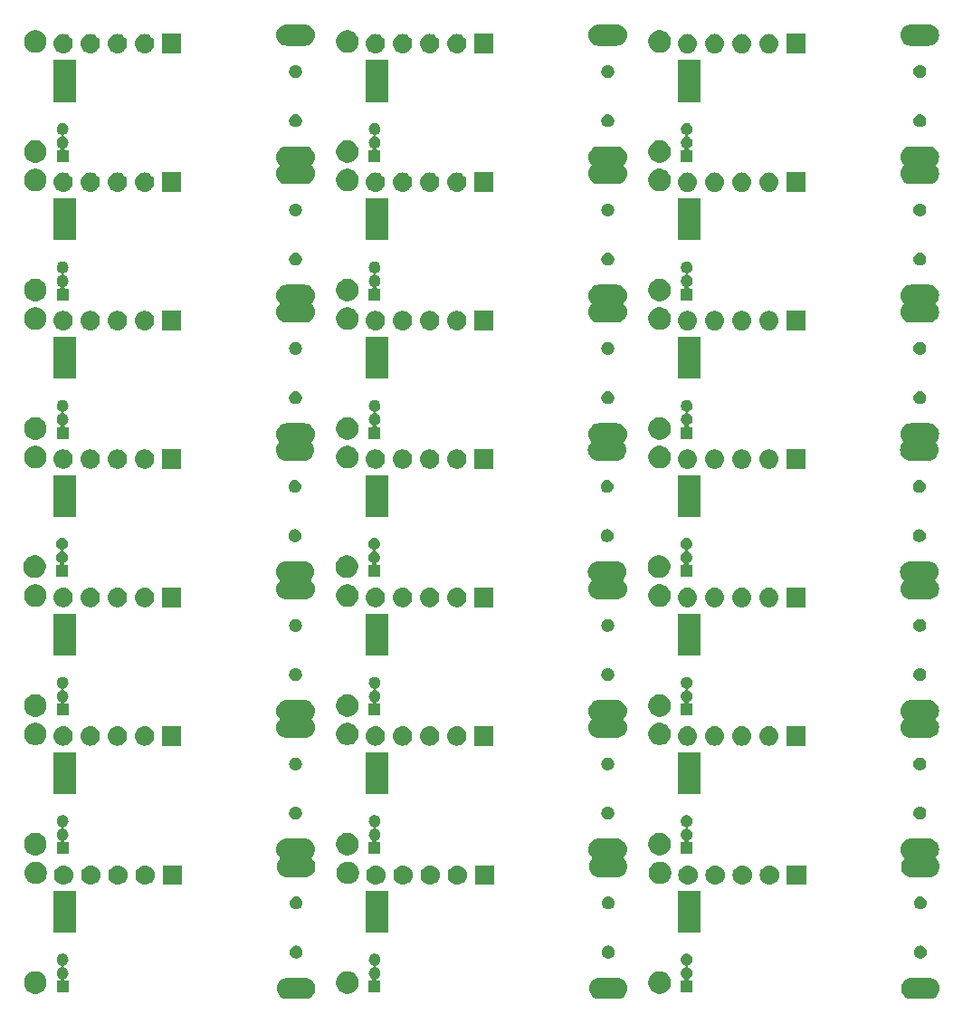
<source format=gbr>
G04 #@! TF.GenerationSoftware,KiCad,Pcbnew,5.1.2*
G04 #@! TF.CreationDate,2019-05-21T19:32:40-05:00*
G04 #@! TF.ProjectId,PlasticFrog,506c6173-7469-4634-9672-6f672e6b6963,rev?*
G04 #@! TF.SameCoordinates,Original*
G04 #@! TF.FileFunction,Soldermask,Bot*
G04 #@! TF.FilePolarity,Negative*
%FSLAX46Y46*%
G04 Gerber Fmt 4.6, Leading zero omitted, Abs format (unit mm)*
G04 Created by KiCad (PCBNEW 5.1.2) date 2019-05-21 19:32:40*
%MOMM*%
%LPD*%
G04 APERTURE LIST*
%ADD10C,0.100000*%
G04 APERTURE END LIST*
D10*
G36*
X114946228Y-137763483D02*
G01*
X115099796Y-137810068D01*
X115111972Y-137813761D01*
X115134922Y-137820723D01*
X115308815Y-137913671D01*
X115461239Y-138038761D01*
X115586329Y-138191185D01*
X115679277Y-138365078D01*
X115736517Y-138553772D01*
X115755843Y-138750000D01*
X115736517Y-138946228D01*
X115679277Y-139134922D01*
X115586329Y-139308815D01*
X115461239Y-139461239D01*
X115308815Y-139586329D01*
X115134922Y-139679277D01*
X114946228Y-139736517D01*
X114799175Y-139751000D01*
X113100825Y-139751000D01*
X112953772Y-139736517D01*
X112765078Y-139679277D01*
X112591185Y-139586329D01*
X112438761Y-139461239D01*
X112313671Y-139308815D01*
X112220723Y-139134922D01*
X112163483Y-138946228D01*
X112144157Y-138750000D01*
X112163483Y-138553772D01*
X112220723Y-138365078D01*
X112313671Y-138191185D01*
X112438761Y-138038761D01*
X112591185Y-137913671D01*
X112765078Y-137820723D01*
X112788029Y-137813761D01*
X112800204Y-137810068D01*
X112953772Y-137763483D01*
X113100825Y-137749000D01*
X114799175Y-137749000D01*
X114946228Y-137763483D01*
X114946228Y-137763483D01*
G37*
G36*
X173346228Y-137763483D02*
G01*
X173499796Y-137810068D01*
X173511972Y-137813761D01*
X173534922Y-137820723D01*
X173708815Y-137913671D01*
X173861239Y-138038761D01*
X173986329Y-138191185D01*
X174079277Y-138365078D01*
X174136517Y-138553772D01*
X174155843Y-138750000D01*
X174136517Y-138946228D01*
X174079277Y-139134922D01*
X173986329Y-139308815D01*
X173861239Y-139461239D01*
X173708815Y-139586329D01*
X173534922Y-139679277D01*
X173346228Y-139736517D01*
X173199175Y-139751000D01*
X171500825Y-139751000D01*
X171353772Y-139736517D01*
X171165078Y-139679277D01*
X170991185Y-139586329D01*
X170838761Y-139461239D01*
X170713671Y-139308815D01*
X170620723Y-139134922D01*
X170563483Y-138946228D01*
X170544157Y-138750000D01*
X170563483Y-138553772D01*
X170620723Y-138365078D01*
X170713671Y-138191185D01*
X170838761Y-138038761D01*
X170991185Y-137913671D01*
X171165078Y-137820723D01*
X171188029Y-137813761D01*
X171200204Y-137810068D01*
X171353772Y-137763483D01*
X171500825Y-137749000D01*
X173199175Y-137749000D01*
X173346228Y-137763483D01*
X173346228Y-137763483D01*
G37*
G36*
X144146228Y-137763483D02*
G01*
X144299796Y-137810068D01*
X144311972Y-137813761D01*
X144334922Y-137820723D01*
X144508815Y-137913671D01*
X144661239Y-138038761D01*
X144786329Y-138191185D01*
X144879277Y-138365078D01*
X144936517Y-138553772D01*
X144955843Y-138750000D01*
X144936517Y-138946228D01*
X144879277Y-139134922D01*
X144786329Y-139308815D01*
X144661239Y-139461239D01*
X144508815Y-139586329D01*
X144334922Y-139679277D01*
X144146228Y-139736517D01*
X143999175Y-139751000D01*
X142300825Y-139751000D01*
X142153772Y-139736517D01*
X141965078Y-139679277D01*
X141791185Y-139586329D01*
X141638761Y-139461239D01*
X141513671Y-139308815D01*
X141420723Y-139134922D01*
X141363483Y-138946228D01*
X141344157Y-138750000D01*
X141363483Y-138553772D01*
X141420723Y-138365078D01*
X141513671Y-138191185D01*
X141638761Y-138038761D01*
X141791185Y-137913671D01*
X141965078Y-137820723D01*
X141988029Y-137813761D01*
X142000204Y-137810068D01*
X142153772Y-137763483D01*
X142300825Y-137749000D01*
X143999175Y-137749000D01*
X144146228Y-137763483D01*
X144146228Y-137763483D01*
G37*
G36*
X148256564Y-137189389D02*
G01*
X148447833Y-137268615D01*
X148447835Y-137268616D01*
X148619973Y-137383635D01*
X148766365Y-137530027D01*
X148881385Y-137702167D01*
X148960611Y-137893436D01*
X149001000Y-138096484D01*
X149001000Y-138303516D01*
X148960611Y-138506564D01*
X148881385Y-138697833D01*
X148881384Y-138697835D01*
X148766365Y-138869973D01*
X148619973Y-139016365D01*
X148447835Y-139131384D01*
X148447834Y-139131385D01*
X148447833Y-139131385D01*
X148256564Y-139210611D01*
X148053516Y-139251000D01*
X147846484Y-139251000D01*
X147643436Y-139210611D01*
X147452167Y-139131385D01*
X147452166Y-139131385D01*
X147452165Y-139131384D01*
X147280027Y-139016365D01*
X147133635Y-138869973D01*
X147018616Y-138697835D01*
X147018615Y-138697833D01*
X146939389Y-138506564D01*
X146899000Y-138303516D01*
X146899000Y-138096484D01*
X146939389Y-137893436D01*
X147018615Y-137702167D01*
X147133635Y-137530027D01*
X147280027Y-137383635D01*
X147452165Y-137268616D01*
X147452167Y-137268615D01*
X147643436Y-137189389D01*
X147846484Y-137149000D01*
X148053516Y-137149000D01*
X148256564Y-137189389D01*
X148256564Y-137189389D01*
G37*
G36*
X119056564Y-137189389D02*
G01*
X119247833Y-137268615D01*
X119247835Y-137268616D01*
X119419973Y-137383635D01*
X119566365Y-137530027D01*
X119681385Y-137702167D01*
X119760611Y-137893436D01*
X119801000Y-138096484D01*
X119801000Y-138303516D01*
X119760611Y-138506564D01*
X119681385Y-138697833D01*
X119681384Y-138697835D01*
X119566365Y-138869973D01*
X119419973Y-139016365D01*
X119247835Y-139131384D01*
X119247834Y-139131385D01*
X119247833Y-139131385D01*
X119056564Y-139210611D01*
X118853516Y-139251000D01*
X118646484Y-139251000D01*
X118443436Y-139210611D01*
X118252167Y-139131385D01*
X118252166Y-139131385D01*
X118252165Y-139131384D01*
X118080027Y-139016365D01*
X117933635Y-138869973D01*
X117818616Y-138697835D01*
X117818615Y-138697833D01*
X117739389Y-138506564D01*
X117699000Y-138303516D01*
X117699000Y-138096484D01*
X117739389Y-137893436D01*
X117818615Y-137702167D01*
X117933635Y-137530027D01*
X118080027Y-137383635D01*
X118252165Y-137268616D01*
X118252167Y-137268615D01*
X118443436Y-137189389D01*
X118646484Y-137149000D01*
X118853516Y-137149000D01*
X119056564Y-137189389D01*
X119056564Y-137189389D01*
G37*
G36*
X89856564Y-137189389D02*
G01*
X90047833Y-137268615D01*
X90047835Y-137268616D01*
X90219973Y-137383635D01*
X90366365Y-137530027D01*
X90481385Y-137702167D01*
X90560611Y-137893436D01*
X90601000Y-138096484D01*
X90601000Y-138303516D01*
X90560611Y-138506564D01*
X90481385Y-138697833D01*
X90481384Y-138697835D01*
X90366365Y-138869973D01*
X90219973Y-139016365D01*
X90047835Y-139131384D01*
X90047834Y-139131385D01*
X90047833Y-139131385D01*
X89856564Y-139210611D01*
X89653516Y-139251000D01*
X89446484Y-139251000D01*
X89243436Y-139210611D01*
X89052167Y-139131385D01*
X89052166Y-139131385D01*
X89052165Y-139131384D01*
X88880027Y-139016365D01*
X88733635Y-138869973D01*
X88618616Y-138697835D01*
X88618615Y-138697833D01*
X88539389Y-138506564D01*
X88499000Y-138303516D01*
X88499000Y-138096484D01*
X88539389Y-137893436D01*
X88618615Y-137702167D01*
X88733635Y-137530027D01*
X88880027Y-137383635D01*
X89052165Y-137268616D01*
X89052167Y-137268615D01*
X89243436Y-137189389D01*
X89446484Y-137149000D01*
X89653516Y-137149000D01*
X89856564Y-137189389D01*
X89856564Y-137189389D01*
G37*
G36*
X92208015Y-135516973D02*
G01*
X92311879Y-135548479D01*
X92339055Y-135563005D01*
X92407600Y-135599643D01*
X92491501Y-135668499D01*
X92560357Y-135752400D01*
X92594794Y-135816827D01*
X92611521Y-135848121D01*
X92643027Y-135951985D01*
X92653666Y-136060000D01*
X92643027Y-136168015D01*
X92611521Y-136271879D01*
X92611519Y-136271882D01*
X92560357Y-136367600D01*
X92491501Y-136451501D01*
X92407600Y-136520357D01*
X92339055Y-136556995D01*
X92311879Y-136571521D01*
X92299131Y-136575388D01*
X92276504Y-136584760D01*
X92256130Y-136598374D01*
X92238803Y-136615701D01*
X92225189Y-136636075D01*
X92215812Y-136658714D01*
X92211031Y-136682747D01*
X92211031Y-136707251D01*
X92215811Y-136731285D01*
X92225188Y-136753924D01*
X92238802Y-136774298D01*
X92256129Y-136791625D01*
X92276503Y-136805239D01*
X92299131Y-136814612D01*
X92311879Y-136818479D01*
X92339055Y-136833005D01*
X92407600Y-136869643D01*
X92491501Y-136938499D01*
X92560357Y-137022400D01*
X92596995Y-137090945D01*
X92611521Y-137118121D01*
X92643027Y-137221985D01*
X92653666Y-137330000D01*
X92643027Y-137438015D01*
X92611521Y-137541879D01*
X92611519Y-137541882D01*
X92560357Y-137637600D01*
X92507368Y-137702167D01*
X92491501Y-137721501D01*
X92407600Y-137790356D01*
X92363807Y-137813764D01*
X92343437Y-137827375D01*
X92326110Y-137844702D01*
X92312496Y-137865076D01*
X92303119Y-137887715D01*
X92298338Y-137911748D01*
X92298338Y-137936252D01*
X92303118Y-137960286D01*
X92312495Y-137982924D01*
X92326109Y-138003299D01*
X92343436Y-138020626D01*
X92363810Y-138034240D01*
X92386449Y-138043617D01*
X92410482Y-138048398D01*
X92422735Y-138049000D01*
X92651000Y-138049000D01*
X92651000Y-139151000D01*
X91549000Y-139151000D01*
X91549000Y-138049000D01*
X91777265Y-138049000D01*
X91801651Y-138046598D01*
X91825100Y-138039485D01*
X91846711Y-138027934D01*
X91865653Y-138012389D01*
X91881198Y-137993447D01*
X91892749Y-137971836D01*
X91899862Y-137948387D01*
X91902264Y-137924001D01*
X91899862Y-137899615D01*
X91892749Y-137876166D01*
X91881198Y-137854555D01*
X91865653Y-137835613D01*
X91846711Y-137820068D01*
X91836198Y-137813767D01*
X91792400Y-137790356D01*
X91708499Y-137721501D01*
X91692632Y-137702167D01*
X91639643Y-137637600D01*
X91588481Y-137541882D01*
X91588479Y-137541879D01*
X91556973Y-137438015D01*
X91546334Y-137330000D01*
X91556973Y-137221985D01*
X91588479Y-137118121D01*
X91603005Y-137090945D01*
X91639643Y-137022400D01*
X91708499Y-136938499D01*
X91792400Y-136869643D01*
X91860945Y-136833005D01*
X91888121Y-136818479D01*
X91900869Y-136814612D01*
X91923496Y-136805240D01*
X91943870Y-136791626D01*
X91961197Y-136774299D01*
X91974811Y-136753925D01*
X91984188Y-136731286D01*
X91988969Y-136707253D01*
X91988969Y-136682749D01*
X91984189Y-136658715D01*
X91974812Y-136636076D01*
X91961198Y-136615702D01*
X91943871Y-136598375D01*
X91923497Y-136584761D01*
X91900869Y-136575388D01*
X91888121Y-136571521D01*
X91860945Y-136556995D01*
X91792400Y-136520357D01*
X91708499Y-136451501D01*
X91639643Y-136367600D01*
X91588481Y-136271882D01*
X91588479Y-136271879D01*
X91556973Y-136168015D01*
X91546334Y-136060000D01*
X91556973Y-135951985D01*
X91588479Y-135848121D01*
X91605206Y-135816827D01*
X91639643Y-135752400D01*
X91708499Y-135668499D01*
X91792400Y-135599643D01*
X91860945Y-135563005D01*
X91888121Y-135548479D01*
X91991985Y-135516973D01*
X92072933Y-135509000D01*
X92127067Y-135509000D01*
X92208015Y-135516973D01*
X92208015Y-135516973D01*
G37*
G36*
X150608015Y-135516973D02*
G01*
X150711879Y-135548479D01*
X150739055Y-135563005D01*
X150807600Y-135599643D01*
X150891501Y-135668499D01*
X150960357Y-135752400D01*
X150994794Y-135816827D01*
X151011521Y-135848121D01*
X151043027Y-135951985D01*
X151053666Y-136060000D01*
X151043027Y-136168015D01*
X151011521Y-136271879D01*
X151011519Y-136271882D01*
X150960357Y-136367600D01*
X150891501Y-136451501D01*
X150807600Y-136520357D01*
X150739055Y-136556995D01*
X150711879Y-136571521D01*
X150699131Y-136575388D01*
X150676504Y-136584760D01*
X150656130Y-136598374D01*
X150638803Y-136615701D01*
X150625189Y-136636075D01*
X150615812Y-136658714D01*
X150611031Y-136682747D01*
X150611031Y-136707251D01*
X150615811Y-136731285D01*
X150625188Y-136753924D01*
X150638802Y-136774298D01*
X150656129Y-136791625D01*
X150676503Y-136805239D01*
X150699131Y-136814612D01*
X150711879Y-136818479D01*
X150739055Y-136833005D01*
X150807600Y-136869643D01*
X150891501Y-136938499D01*
X150960357Y-137022400D01*
X150996995Y-137090945D01*
X151011521Y-137118121D01*
X151043027Y-137221985D01*
X151053666Y-137330000D01*
X151043027Y-137438015D01*
X151011521Y-137541879D01*
X151011519Y-137541882D01*
X150960357Y-137637600D01*
X150907368Y-137702167D01*
X150891501Y-137721501D01*
X150807600Y-137790356D01*
X150763807Y-137813764D01*
X150743437Y-137827375D01*
X150726110Y-137844702D01*
X150712496Y-137865076D01*
X150703119Y-137887715D01*
X150698338Y-137911748D01*
X150698338Y-137936252D01*
X150703118Y-137960286D01*
X150712495Y-137982924D01*
X150726109Y-138003299D01*
X150743436Y-138020626D01*
X150763810Y-138034240D01*
X150786449Y-138043617D01*
X150810482Y-138048398D01*
X150822735Y-138049000D01*
X151051000Y-138049000D01*
X151051000Y-139151000D01*
X149949000Y-139151000D01*
X149949000Y-138049000D01*
X150177265Y-138049000D01*
X150201651Y-138046598D01*
X150225100Y-138039485D01*
X150246711Y-138027934D01*
X150265653Y-138012389D01*
X150281198Y-137993447D01*
X150292749Y-137971836D01*
X150299862Y-137948387D01*
X150302264Y-137924001D01*
X150299862Y-137899615D01*
X150292749Y-137876166D01*
X150281198Y-137854555D01*
X150265653Y-137835613D01*
X150246711Y-137820068D01*
X150236198Y-137813767D01*
X150192400Y-137790356D01*
X150108499Y-137721501D01*
X150092632Y-137702167D01*
X150039643Y-137637600D01*
X149988481Y-137541882D01*
X149988479Y-137541879D01*
X149956973Y-137438015D01*
X149946334Y-137330000D01*
X149956973Y-137221985D01*
X149988479Y-137118121D01*
X150003005Y-137090945D01*
X150039643Y-137022400D01*
X150108499Y-136938499D01*
X150192400Y-136869643D01*
X150260945Y-136833005D01*
X150288121Y-136818479D01*
X150300869Y-136814612D01*
X150323496Y-136805240D01*
X150343870Y-136791626D01*
X150361197Y-136774299D01*
X150374811Y-136753925D01*
X150384188Y-136731286D01*
X150388969Y-136707253D01*
X150388969Y-136682749D01*
X150384189Y-136658715D01*
X150374812Y-136636076D01*
X150361198Y-136615702D01*
X150343871Y-136598375D01*
X150323497Y-136584761D01*
X150300869Y-136575388D01*
X150288121Y-136571521D01*
X150260945Y-136556995D01*
X150192400Y-136520357D01*
X150108499Y-136451501D01*
X150039643Y-136367600D01*
X149988481Y-136271882D01*
X149988479Y-136271879D01*
X149956973Y-136168015D01*
X149946334Y-136060000D01*
X149956973Y-135951985D01*
X149988479Y-135848121D01*
X150005206Y-135816827D01*
X150039643Y-135752400D01*
X150108499Y-135668499D01*
X150192400Y-135599643D01*
X150260945Y-135563005D01*
X150288121Y-135548479D01*
X150391985Y-135516973D01*
X150472933Y-135509000D01*
X150527067Y-135509000D01*
X150608015Y-135516973D01*
X150608015Y-135516973D01*
G37*
G36*
X121408015Y-135516973D02*
G01*
X121511879Y-135548479D01*
X121539055Y-135563005D01*
X121607600Y-135599643D01*
X121691501Y-135668499D01*
X121760357Y-135752400D01*
X121794794Y-135816827D01*
X121811521Y-135848121D01*
X121843027Y-135951985D01*
X121853666Y-136060000D01*
X121843027Y-136168015D01*
X121811521Y-136271879D01*
X121811519Y-136271882D01*
X121760357Y-136367600D01*
X121691501Y-136451501D01*
X121607600Y-136520357D01*
X121539055Y-136556995D01*
X121511879Y-136571521D01*
X121499131Y-136575388D01*
X121476504Y-136584760D01*
X121456130Y-136598374D01*
X121438803Y-136615701D01*
X121425189Y-136636075D01*
X121415812Y-136658714D01*
X121411031Y-136682747D01*
X121411031Y-136707251D01*
X121415811Y-136731285D01*
X121425188Y-136753924D01*
X121438802Y-136774298D01*
X121456129Y-136791625D01*
X121476503Y-136805239D01*
X121499131Y-136814612D01*
X121511879Y-136818479D01*
X121539055Y-136833005D01*
X121607600Y-136869643D01*
X121691501Y-136938499D01*
X121760357Y-137022400D01*
X121796995Y-137090945D01*
X121811521Y-137118121D01*
X121843027Y-137221985D01*
X121853666Y-137330000D01*
X121843027Y-137438015D01*
X121811521Y-137541879D01*
X121811519Y-137541882D01*
X121760357Y-137637600D01*
X121707368Y-137702167D01*
X121691501Y-137721501D01*
X121607600Y-137790356D01*
X121563807Y-137813764D01*
X121543437Y-137827375D01*
X121526110Y-137844702D01*
X121512496Y-137865076D01*
X121503119Y-137887715D01*
X121498338Y-137911748D01*
X121498338Y-137936252D01*
X121503118Y-137960286D01*
X121512495Y-137982924D01*
X121526109Y-138003299D01*
X121543436Y-138020626D01*
X121563810Y-138034240D01*
X121586449Y-138043617D01*
X121610482Y-138048398D01*
X121622735Y-138049000D01*
X121851000Y-138049000D01*
X121851000Y-139151000D01*
X120749000Y-139151000D01*
X120749000Y-138049000D01*
X120977265Y-138049000D01*
X121001651Y-138046598D01*
X121025100Y-138039485D01*
X121046711Y-138027934D01*
X121065653Y-138012389D01*
X121081198Y-137993447D01*
X121092749Y-137971836D01*
X121099862Y-137948387D01*
X121102264Y-137924001D01*
X121099862Y-137899615D01*
X121092749Y-137876166D01*
X121081198Y-137854555D01*
X121065653Y-137835613D01*
X121046711Y-137820068D01*
X121036198Y-137813767D01*
X120992400Y-137790356D01*
X120908499Y-137721501D01*
X120892632Y-137702167D01*
X120839643Y-137637600D01*
X120788481Y-137541882D01*
X120788479Y-137541879D01*
X120756973Y-137438015D01*
X120746334Y-137330000D01*
X120756973Y-137221985D01*
X120788479Y-137118121D01*
X120803005Y-137090945D01*
X120839643Y-137022400D01*
X120908499Y-136938499D01*
X120992400Y-136869643D01*
X121060945Y-136833005D01*
X121088121Y-136818479D01*
X121100869Y-136814612D01*
X121123496Y-136805240D01*
X121143870Y-136791626D01*
X121161197Y-136774299D01*
X121174811Y-136753925D01*
X121184188Y-136731286D01*
X121188969Y-136707253D01*
X121188969Y-136682749D01*
X121184189Y-136658715D01*
X121174812Y-136636076D01*
X121161198Y-136615702D01*
X121143871Y-136598375D01*
X121123497Y-136584761D01*
X121100869Y-136575388D01*
X121088121Y-136571521D01*
X121060945Y-136556995D01*
X120992400Y-136520357D01*
X120908499Y-136451501D01*
X120839643Y-136367600D01*
X120788481Y-136271882D01*
X120788479Y-136271879D01*
X120756973Y-136168015D01*
X120746334Y-136060000D01*
X120756973Y-135951985D01*
X120788479Y-135848121D01*
X120805206Y-135816827D01*
X120839643Y-135752400D01*
X120908499Y-135668499D01*
X120992400Y-135599643D01*
X121060945Y-135563005D01*
X121088121Y-135548479D01*
X121191985Y-135516973D01*
X121272933Y-135509000D01*
X121327067Y-135509000D01*
X121408015Y-135516973D01*
X121408015Y-135516973D01*
G37*
G36*
X143286601Y-134764397D02*
G01*
X143325305Y-134772096D01*
X143357340Y-134785365D01*
X143434680Y-134817400D01*
X143533115Y-134883173D01*
X143616827Y-134966885D01*
X143682600Y-135065320D01*
X143727904Y-135174696D01*
X143751000Y-135290805D01*
X143751000Y-135409195D01*
X143727904Y-135525304D01*
X143682600Y-135634680D01*
X143616827Y-135733115D01*
X143533115Y-135816827D01*
X143434680Y-135882600D01*
X143357340Y-135914635D01*
X143325305Y-135927904D01*
X143286601Y-135935603D01*
X143209195Y-135951000D01*
X143090805Y-135951000D01*
X143013399Y-135935603D01*
X142974695Y-135927904D01*
X142942660Y-135914635D01*
X142865320Y-135882600D01*
X142766885Y-135816827D01*
X142683173Y-135733115D01*
X142617400Y-135634680D01*
X142572096Y-135525304D01*
X142549000Y-135409195D01*
X142549000Y-135290805D01*
X142572096Y-135174696D01*
X142617400Y-135065320D01*
X142683173Y-134966885D01*
X142766885Y-134883173D01*
X142865320Y-134817400D01*
X142942660Y-134785365D01*
X142974695Y-134772096D01*
X143013399Y-134764397D01*
X143090805Y-134749000D01*
X143209195Y-134749000D01*
X143286601Y-134764397D01*
X143286601Y-134764397D01*
G37*
G36*
X114086601Y-134764397D02*
G01*
X114125305Y-134772096D01*
X114157340Y-134785365D01*
X114234680Y-134817400D01*
X114333115Y-134883173D01*
X114416827Y-134966885D01*
X114482600Y-135065320D01*
X114527904Y-135174696D01*
X114551000Y-135290805D01*
X114551000Y-135409195D01*
X114527904Y-135525304D01*
X114482600Y-135634680D01*
X114416827Y-135733115D01*
X114333115Y-135816827D01*
X114234680Y-135882600D01*
X114157340Y-135914635D01*
X114125305Y-135927904D01*
X114086601Y-135935603D01*
X114009195Y-135951000D01*
X113890805Y-135951000D01*
X113813399Y-135935603D01*
X113774695Y-135927904D01*
X113742660Y-135914635D01*
X113665320Y-135882600D01*
X113566885Y-135816827D01*
X113483173Y-135733115D01*
X113417400Y-135634680D01*
X113372096Y-135525304D01*
X113349000Y-135409195D01*
X113349000Y-135290805D01*
X113372096Y-135174696D01*
X113417400Y-135065320D01*
X113483173Y-134966885D01*
X113566885Y-134883173D01*
X113665320Y-134817400D01*
X113742660Y-134785365D01*
X113774695Y-134772096D01*
X113813399Y-134764397D01*
X113890805Y-134749000D01*
X114009195Y-134749000D01*
X114086601Y-134764397D01*
X114086601Y-134764397D01*
G37*
G36*
X172486601Y-134764397D02*
G01*
X172525305Y-134772096D01*
X172557340Y-134785365D01*
X172634680Y-134817400D01*
X172733115Y-134883173D01*
X172816827Y-134966885D01*
X172882600Y-135065320D01*
X172927904Y-135174696D01*
X172951000Y-135290805D01*
X172951000Y-135409195D01*
X172927904Y-135525304D01*
X172882600Y-135634680D01*
X172816827Y-135733115D01*
X172733115Y-135816827D01*
X172634680Y-135882600D01*
X172557340Y-135914635D01*
X172525305Y-135927904D01*
X172486601Y-135935603D01*
X172409195Y-135951000D01*
X172290805Y-135951000D01*
X172213399Y-135935603D01*
X172174695Y-135927904D01*
X172142660Y-135914635D01*
X172065320Y-135882600D01*
X171966885Y-135816827D01*
X171883173Y-135733115D01*
X171817400Y-135634680D01*
X171772096Y-135525304D01*
X171749000Y-135409195D01*
X171749000Y-135290805D01*
X171772096Y-135174696D01*
X171817400Y-135065320D01*
X171883173Y-134966885D01*
X171966885Y-134883173D01*
X172065320Y-134817400D01*
X172142660Y-134785365D01*
X172174695Y-134772096D01*
X172213399Y-134764397D01*
X172290805Y-134749000D01*
X172409195Y-134749000D01*
X172486601Y-134764397D01*
X172486601Y-134764397D01*
G37*
G36*
X122551000Y-133551000D02*
G01*
X120449000Y-133551000D01*
X120449000Y-129649000D01*
X122551000Y-129649000D01*
X122551000Y-133551000D01*
X122551000Y-133551000D01*
G37*
G36*
X93351000Y-133551000D02*
G01*
X91249000Y-133551000D01*
X91249000Y-129649000D01*
X93351000Y-129649000D01*
X93351000Y-133551000D01*
X93351000Y-133551000D01*
G37*
G36*
X151751000Y-133551000D02*
G01*
X149649000Y-133551000D01*
X149649000Y-129649000D01*
X151751000Y-129649000D01*
X151751000Y-133551000D01*
X151751000Y-133551000D01*
G37*
G36*
X172486601Y-130164397D02*
G01*
X172525305Y-130172096D01*
X172557340Y-130185365D01*
X172634680Y-130217400D01*
X172733115Y-130283173D01*
X172816827Y-130366885D01*
X172882600Y-130465320D01*
X172927904Y-130574696D01*
X172951000Y-130690805D01*
X172951000Y-130809195D01*
X172927904Y-130925304D01*
X172882600Y-131034680D01*
X172816827Y-131133115D01*
X172733115Y-131216827D01*
X172634680Y-131282600D01*
X172557340Y-131314635D01*
X172525305Y-131327904D01*
X172486601Y-131335603D01*
X172409195Y-131351000D01*
X172290805Y-131351000D01*
X172213399Y-131335603D01*
X172174695Y-131327904D01*
X172142660Y-131314635D01*
X172065320Y-131282600D01*
X171966885Y-131216827D01*
X171883173Y-131133115D01*
X171817400Y-131034680D01*
X171772096Y-130925304D01*
X171749000Y-130809195D01*
X171749000Y-130690805D01*
X171772096Y-130574696D01*
X171817400Y-130465320D01*
X171883173Y-130366885D01*
X171966885Y-130283173D01*
X172065320Y-130217400D01*
X172142660Y-130185365D01*
X172174695Y-130172096D01*
X172213399Y-130164397D01*
X172290805Y-130149000D01*
X172409195Y-130149000D01*
X172486601Y-130164397D01*
X172486601Y-130164397D01*
G37*
G36*
X114086601Y-130164397D02*
G01*
X114125305Y-130172096D01*
X114157340Y-130185365D01*
X114234680Y-130217400D01*
X114333115Y-130283173D01*
X114416827Y-130366885D01*
X114482600Y-130465320D01*
X114527904Y-130574696D01*
X114551000Y-130690805D01*
X114551000Y-130809195D01*
X114527904Y-130925304D01*
X114482600Y-131034680D01*
X114416827Y-131133115D01*
X114333115Y-131216827D01*
X114234680Y-131282600D01*
X114157340Y-131314635D01*
X114125305Y-131327904D01*
X114086601Y-131335603D01*
X114009195Y-131351000D01*
X113890805Y-131351000D01*
X113813399Y-131335603D01*
X113774695Y-131327904D01*
X113742660Y-131314635D01*
X113665320Y-131282600D01*
X113566885Y-131216827D01*
X113483173Y-131133115D01*
X113417400Y-131034680D01*
X113372096Y-130925304D01*
X113349000Y-130809195D01*
X113349000Y-130690805D01*
X113372096Y-130574696D01*
X113417400Y-130465320D01*
X113483173Y-130366885D01*
X113566885Y-130283173D01*
X113665320Y-130217400D01*
X113742660Y-130185365D01*
X113774695Y-130172096D01*
X113813399Y-130164397D01*
X113890805Y-130149000D01*
X114009195Y-130149000D01*
X114086601Y-130164397D01*
X114086601Y-130164397D01*
G37*
G36*
X143286601Y-130164397D02*
G01*
X143325305Y-130172096D01*
X143357340Y-130185365D01*
X143434680Y-130217400D01*
X143533115Y-130283173D01*
X143616827Y-130366885D01*
X143682600Y-130465320D01*
X143727904Y-130574696D01*
X143751000Y-130690805D01*
X143751000Y-130809195D01*
X143727904Y-130925304D01*
X143682600Y-131034680D01*
X143616827Y-131133115D01*
X143533115Y-131216827D01*
X143434680Y-131282600D01*
X143357340Y-131314635D01*
X143325305Y-131327904D01*
X143286601Y-131335603D01*
X143209195Y-131351000D01*
X143090805Y-131351000D01*
X143013399Y-131335603D01*
X142974695Y-131327904D01*
X142942660Y-131314635D01*
X142865320Y-131282600D01*
X142766885Y-131216827D01*
X142683173Y-131133115D01*
X142617400Y-131034680D01*
X142572096Y-130925304D01*
X142549000Y-130809195D01*
X142549000Y-130690805D01*
X142572096Y-130574696D01*
X142617400Y-130465320D01*
X142683173Y-130366885D01*
X142766885Y-130283173D01*
X142865320Y-130217400D01*
X142942660Y-130185365D01*
X142974695Y-130172096D01*
X143013399Y-130164397D01*
X143090805Y-130149000D01*
X143209195Y-130149000D01*
X143286601Y-130164397D01*
X143286601Y-130164397D01*
G37*
G36*
X153260442Y-127255518D02*
G01*
X153326627Y-127262037D01*
X153496466Y-127313557D01*
X153652991Y-127397222D01*
X153688729Y-127426552D01*
X153790186Y-127509814D01*
X153873448Y-127611271D01*
X153902778Y-127647009D01*
X153986443Y-127803534D01*
X154037963Y-127973373D01*
X154055359Y-128150000D01*
X154037963Y-128326627D01*
X153986443Y-128496466D01*
X153902778Y-128652991D01*
X153873448Y-128688729D01*
X153790186Y-128790186D01*
X153688729Y-128873448D01*
X153652991Y-128902778D01*
X153496466Y-128986443D01*
X153326627Y-129037963D01*
X153260443Y-129044481D01*
X153194260Y-129051000D01*
X153105740Y-129051000D01*
X153039557Y-129044481D01*
X152973373Y-129037963D01*
X152803534Y-128986443D01*
X152647009Y-128902778D01*
X152611271Y-128873448D01*
X152509814Y-128790186D01*
X152426552Y-128688729D01*
X152397222Y-128652991D01*
X152313557Y-128496466D01*
X152262037Y-128326627D01*
X152244641Y-128150000D01*
X152262037Y-127973373D01*
X152313557Y-127803534D01*
X152397222Y-127647009D01*
X152426552Y-127611271D01*
X152509814Y-127509814D01*
X152611271Y-127426552D01*
X152647009Y-127397222D01*
X152803534Y-127313557D01*
X152973373Y-127262037D01*
X153039558Y-127255518D01*
X153105740Y-127249000D01*
X153194260Y-127249000D01*
X153260442Y-127255518D01*
X153260442Y-127255518D01*
G37*
G36*
X155800442Y-127255518D02*
G01*
X155866627Y-127262037D01*
X156036466Y-127313557D01*
X156192991Y-127397222D01*
X156228729Y-127426552D01*
X156330186Y-127509814D01*
X156413448Y-127611271D01*
X156442778Y-127647009D01*
X156526443Y-127803534D01*
X156577963Y-127973373D01*
X156595359Y-128150000D01*
X156577963Y-128326627D01*
X156526443Y-128496466D01*
X156442778Y-128652991D01*
X156413448Y-128688729D01*
X156330186Y-128790186D01*
X156228729Y-128873448D01*
X156192991Y-128902778D01*
X156036466Y-128986443D01*
X155866627Y-129037963D01*
X155800443Y-129044481D01*
X155734260Y-129051000D01*
X155645740Y-129051000D01*
X155579557Y-129044481D01*
X155513373Y-129037963D01*
X155343534Y-128986443D01*
X155187009Y-128902778D01*
X155151271Y-128873448D01*
X155049814Y-128790186D01*
X154966552Y-128688729D01*
X154937222Y-128652991D01*
X154853557Y-128496466D01*
X154802037Y-128326627D01*
X154784641Y-128150000D01*
X154802037Y-127973373D01*
X154853557Y-127803534D01*
X154937222Y-127647009D01*
X154966552Y-127611271D01*
X155049814Y-127509814D01*
X155151271Y-127426552D01*
X155187009Y-127397222D01*
X155343534Y-127313557D01*
X155513373Y-127262037D01*
X155579558Y-127255518D01*
X155645740Y-127249000D01*
X155734260Y-127249000D01*
X155800442Y-127255518D01*
X155800442Y-127255518D01*
G37*
G36*
X158340442Y-127255518D02*
G01*
X158406627Y-127262037D01*
X158576466Y-127313557D01*
X158732991Y-127397222D01*
X158768729Y-127426552D01*
X158870186Y-127509814D01*
X158953448Y-127611271D01*
X158982778Y-127647009D01*
X159066443Y-127803534D01*
X159117963Y-127973373D01*
X159135359Y-128150000D01*
X159117963Y-128326627D01*
X159066443Y-128496466D01*
X158982778Y-128652991D01*
X158953448Y-128688729D01*
X158870186Y-128790186D01*
X158768729Y-128873448D01*
X158732991Y-128902778D01*
X158576466Y-128986443D01*
X158406627Y-129037963D01*
X158340443Y-129044481D01*
X158274260Y-129051000D01*
X158185740Y-129051000D01*
X158119557Y-129044481D01*
X158053373Y-129037963D01*
X157883534Y-128986443D01*
X157727009Y-128902778D01*
X157691271Y-128873448D01*
X157589814Y-128790186D01*
X157506552Y-128688729D01*
X157477222Y-128652991D01*
X157393557Y-128496466D01*
X157342037Y-128326627D01*
X157324641Y-128150000D01*
X157342037Y-127973373D01*
X157393557Y-127803534D01*
X157477222Y-127647009D01*
X157506552Y-127611271D01*
X157589814Y-127509814D01*
X157691271Y-127426552D01*
X157727009Y-127397222D01*
X157883534Y-127313557D01*
X158053373Y-127262037D01*
X158119558Y-127255518D01*
X158185740Y-127249000D01*
X158274260Y-127249000D01*
X158340442Y-127255518D01*
X158340442Y-127255518D01*
G37*
G36*
X150720442Y-127255518D02*
G01*
X150786627Y-127262037D01*
X150956466Y-127313557D01*
X151112991Y-127397222D01*
X151148729Y-127426552D01*
X151250186Y-127509814D01*
X151333448Y-127611271D01*
X151362778Y-127647009D01*
X151446443Y-127803534D01*
X151497963Y-127973373D01*
X151515359Y-128150000D01*
X151497963Y-128326627D01*
X151446443Y-128496466D01*
X151362778Y-128652991D01*
X151333448Y-128688729D01*
X151250186Y-128790186D01*
X151148729Y-128873448D01*
X151112991Y-128902778D01*
X150956466Y-128986443D01*
X150786627Y-129037963D01*
X150720443Y-129044481D01*
X150654260Y-129051000D01*
X150565740Y-129051000D01*
X150499557Y-129044481D01*
X150433373Y-129037963D01*
X150263534Y-128986443D01*
X150107009Y-128902778D01*
X150071271Y-128873448D01*
X149969814Y-128790186D01*
X149886552Y-128688729D01*
X149857222Y-128652991D01*
X149773557Y-128496466D01*
X149722037Y-128326627D01*
X149704641Y-128150000D01*
X149722037Y-127973373D01*
X149773557Y-127803534D01*
X149857222Y-127647009D01*
X149886552Y-127611271D01*
X149969814Y-127509814D01*
X150071271Y-127426552D01*
X150107009Y-127397222D01*
X150263534Y-127313557D01*
X150433373Y-127262037D01*
X150499558Y-127255518D01*
X150565740Y-127249000D01*
X150654260Y-127249000D01*
X150720442Y-127255518D01*
X150720442Y-127255518D01*
G37*
G36*
X132471000Y-129051000D02*
G01*
X130669000Y-129051000D01*
X130669000Y-127249000D01*
X132471000Y-127249000D01*
X132471000Y-129051000D01*
X132471000Y-129051000D01*
G37*
G36*
X129140442Y-127255518D02*
G01*
X129206627Y-127262037D01*
X129376466Y-127313557D01*
X129532991Y-127397222D01*
X129568729Y-127426552D01*
X129670186Y-127509814D01*
X129753448Y-127611271D01*
X129782778Y-127647009D01*
X129866443Y-127803534D01*
X129917963Y-127973373D01*
X129935359Y-128150000D01*
X129917963Y-128326627D01*
X129866443Y-128496466D01*
X129782778Y-128652991D01*
X129753448Y-128688729D01*
X129670186Y-128790186D01*
X129568729Y-128873448D01*
X129532991Y-128902778D01*
X129376466Y-128986443D01*
X129206627Y-129037963D01*
X129140443Y-129044481D01*
X129074260Y-129051000D01*
X128985740Y-129051000D01*
X128919557Y-129044481D01*
X128853373Y-129037963D01*
X128683534Y-128986443D01*
X128527009Y-128902778D01*
X128491271Y-128873448D01*
X128389814Y-128790186D01*
X128306552Y-128688729D01*
X128277222Y-128652991D01*
X128193557Y-128496466D01*
X128142037Y-128326627D01*
X128124641Y-128150000D01*
X128142037Y-127973373D01*
X128193557Y-127803534D01*
X128277222Y-127647009D01*
X128306552Y-127611271D01*
X128389814Y-127509814D01*
X128491271Y-127426552D01*
X128527009Y-127397222D01*
X128683534Y-127313557D01*
X128853373Y-127262037D01*
X128919558Y-127255518D01*
X128985740Y-127249000D01*
X129074260Y-127249000D01*
X129140442Y-127255518D01*
X129140442Y-127255518D01*
G37*
G36*
X126600442Y-127255518D02*
G01*
X126666627Y-127262037D01*
X126836466Y-127313557D01*
X126992991Y-127397222D01*
X127028729Y-127426552D01*
X127130186Y-127509814D01*
X127213448Y-127611271D01*
X127242778Y-127647009D01*
X127326443Y-127803534D01*
X127377963Y-127973373D01*
X127395359Y-128150000D01*
X127377963Y-128326627D01*
X127326443Y-128496466D01*
X127242778Y-128652991D01*
X127213448Y-128688729D01*
X127130186Y-128790186D01*
X127028729Y-128873448D01*
X126992991Y-128902778D01*
X126836466Y-128986443D01*
X126666627Y-129037963D01*
X126600443Y-129044481D01*
X126534260Y-129051000D01*
X126445740Y-129051000D01*
X126379557Y-129044481D01*
X126313373Y-129037963D01*
X126143534Y-128986443D01*
X125987009Y-128902778D01*
X125951271Y-128873448D01*
X125849814Y-128790186D01*
X125766552Y-128688729D01*
X125737222Y-128652991D01*
X125653557Y-128496466D01*
X125602037Y-128326627D01*
X125584641Y-128150000D01*
X125602037Y-127973373D01*
X125653557Y-127803534D01*
X125737222Y-127647009D01*
X125766552Y-127611271D01*
X125849814Y-127509814D01*
X125951271Y-127426552D01*
X125987009Y-127397222D01*
X126143534Y-127313557D01*
X126313373Y-127262037D01*
X126379558Y-127255518D01*
X126445740Y-127249000D01*
X126534260Y-127249000D01*
X126600442Y-127255518D01*
X126600442Y-127255518D01*
G37*
G36*
X161671000Y-129051000D02*
G01*
X159869000Y-129051000D01*
X159869000Y-127249000D01*
X161671000Y-127249000D01*
X161671000Y-129051000D01*
X161671000Y-129051000D01*
G37*
G36*
X124060442Y-127255518D02*
G01*
X124126627Y-127262037D01*
X124296466Y-127313557D01*
X124452991Y-127397222D01*
X124488729Y-127426552D01*
X124590186Y-127509814D01*
X124673448Y-127611271D01*
X124702778Y-127647009D01*
X124786443Y-127803534D01*
X124837963Y-127973373D01*
X124855359Y-128150000D01*
X124837963Y-128326627D01*
X124786443Y-128496466D01*
X124702778Y-128652991D01*
X124673448Y-128688729D01*
X124590186Y-128790186D01*
X124488729Y-128873448D01*
X124452991Y-128902778D01*
X124296466Y-128986443D01*
X124126627Y-129037963D01*
X124060443Y-129044481D01*
X123994260Y-129051000D01*
X123905740Y-129051000D01*
X123839557Y-129044481D01*
X123773373Y-129037963D01*
X123603534Y-128986443D01*
X123447009Y-128902778D01*
X123411271Y-128873448D01*
X123309814Y-128790186D01*
X123226552Y-128688729D01*
X123197222Y-128652991D01*
X123113557Y-128496466D01*
X123062037Y-128326627D01*
X123044641Y-128150000D01*
X123062037Y-127973373D01*
X123113557Y-127803534D01*
X123197222Y-127647009D01*
X123226552Y-127611271D01*
X123309814Y-127509814D01*
X123411271Y-127426552D01*
X123447009Y-127397222D01*
X123603534Y-127313557D01*
X123773373Y-127262037D01*
X123839558Y-127255518D01*
X123905740Y-127249000D01*
X123994260Y-127249000D01*
X124060442Y-127255518D01*
X124060442Y-127255518D01*
G37*
G36*
X103271000Y-129051000D02*
G01*
X101469000Y-129051000D01*
X101469000Y-127249000D01*
X103271000Y-127249000D01*
X103271000Y-129051000D01*
X103271000Y-129051000D01*
G37*
G36*
X99940442Y-127255518D02*
G01*
X100006627Y-127262037D01*
X100176466Y-127313557D01*
X100332991Y-127397222D01*
X100368729Y-127426552D01*
X100470186Y-127509814D01*
X100553448Y-127611271D01*
X100582778Y-127647009D01*
X100666443Y-127803534D01*
X100717963Y-127973373D01*
X100735359Y-128150000D01*
X100717963Y-128326627D01*
X100666443Y-128496466D01*
X100582778Y-128652991D01*
X100553448Y-128688729D01*
X100470186Y-128790186D01*
X100368729Y-128873448D01*
X100332991Y-128902778D01*
X100176466Y-128986443D01*
X100006627Y-129037963D01*
X99940443Y-129044481D01*
X99874260Y-129051000D01*
X99785740Y-129051000D01*
X99719557Y-129044481D01*
X99653373Y-129037963D01*
X99483534Y-128986443D01*
X99327009Y-128902778D01*
X99291271Y-128873448D01*
X99189814Y-128790186D01*
X99106552Y-128688729D01*
X99077222Y-128652991D01*
X98993557Y-128496466D01*
X98942037Y-128326627D01*
X98924641Y-128150000D01*
X98942037Y-127973373D01*
X98993557Y-127803534D01*
X99077222Y-127647009D01*
X99106552Y-127611271D01*
X99189814Y-127509814D01*
X99291271Y-127426552D01*
X99327009Y-127397222D01*
X99483534Y-127313557D01*
X99653373Y-127262037D01*
X99719558Y-127255518D01*
X99785740Y-127249000D01*
X99874260Y-127249000D01*
X99940442Y-127255518D01*
X99940442Y-127255518D01*
G37*
G36*
X92320442Y-127255518D02*
G01*
X92386627Y-127262037D01*
X92556466Y-127313557D01*
X92712991Y-127397222D01*
X92748729Y-127426552D01*
X92850186Y-127509814D01*
X92933448Y-127611271D01*
X92962778Y-127647009D01*
X93046443Y-127803534D01*
X93097963Y-127973373D01*
X93115359Y-128150000D01*
X93097963Y-128326627D01*
X93046443Y-128496466D01*
X92962778Y-128652991D01*
X92933448Y-128688729D01*
X92850186Y-128790186D01*
X92748729Y-128873448D01*
X92712991Y-128902778D01*
X92556466Y-128986443D01*
X92386627Y-129037963D01*
X92320443Y-129044481D01*
X92254260Y-129051000D01*
X92165740Y-129051000D01*
X92099557Y-129044481D01*
X92033373Y-129037963D01*
X91863534Y-128986443D01*
X91707009Y-128902778D01*
X91671271Y-128873448D01*
X91569814Y-128790186D01*
X91486552Y-128688729D01*
X91457222Y-128652991D01*
X91373557Y-128496466D01*
X91322037Y-128326627D01*
X91304641Y-128150000D01*
X91322037Y-127973373D01*
X91373557Y-127803534D01*
X91457222Y-127647009D01*
X91486552Y-127611271D01*
X91569814Y-127509814D01*
X91671271Y-127426552D01*
X91707009Y-127397222D01*
X91863534Y-127313557D01*
X92033373Y-127262037D01*
X92099558Y-127255518D01*
X92165740Y-127249000D01*
X92254260Y-127249000D01*
X92320442Y-127255518D01*
X92320442Y-127255518D01*
G37*
G36*
X97400442Y-127255518D02*
G01*
X97466627Y-127262037D01*
X97636466Y-127313557D01*
X97792991Y-127397222D01*
X97828729Y-127426552D01*
X97930186Y-127509814D01*
X98013448Y-127611271D01*
X98042778Y-127647009D01*
X98126443Y-127803534D01*
X98177963Y-127973373D01*
X98195359Y-128150000D01*
X98177963Y-128326627D01*
X98126443Y-128496466D01*
X98042778Y-128652991D01*
X98013448Y-128688729D01*
X97930186Y-128790186D01*
X97828729Y-128873448D01*
X97792991Y-128902778D01*
X97636466Y-128986443D01*
X97466627Y-129037963D01*
X97400443Y-129044481D01*
X97334260Y-129051000D01*
X97245740Y-129051000D01*
X97179557Y-129044481D01*
X97113373Y-129037963D01*
X96943534Y-128986443D01*
X96787009Y-128902778D01*
X96751271Y-128873448D01*
X96649814Y-128790186D01*
X96566552Y-128688729D01*
X96537222Y-128652991D01*
X96453557Y-128496466D01*
X96402037Y-128326627D01*
X96384641Y-128150000D01*
X96402037Y-127973373D01*
X96453557Y-127803534D01*
X96537222Y-127647009D01*
X96566552Y-127611271D01*
X96649814Y-127509814D01*
X96751271Y-127426552D01*
X96787009Y-127397222D01*
X96943534Y-127313557D01*
X97113373Y-127262037D01*
X97179558Y-127255518D01*
X97245740Y-127249000D01*
X97334260Y-127249000D01*
X97400442Y-127255518D01*
X97400442Y-127255518D01*
G37*
G36*
X94860442Y-127255518D02*
G01*
X94926627Y-127262037D01*
X95096466Y-127313557D01*
X95252991Y-127397222D01*
X95288729Y-127426552D01*
X95390186Y-127509814D01*
X95473448Y-127611271D01*
X95502778Y-127647009D01*
X95586443Y-127803534D01*
X95637963Y-127973373D01*
X95655359Y-128150000D01*
X95637963Y-128326627D01*
X95586443Y-128496466D01*
X95502778Y-128652991D01*
X95473448Y-128688729D01*
X95390186Y-128790186D01*
X95288729Y-128873448D01*
X95252991Y-128902778D01*
X95096466Y-128986443D01*
X94926627Y-129037963D01*
X94860443Y-129044481D01*
X94794260Y-129051000D01*
X94705740Y-129051000D01*
X94639557Y-129044481D01*
X94573373Y-129037963D01*
X94403534Y-128986443D01*
X94247009Y-128902778D01*
X94211271Y-128873448D01*
X94109814Y-128790186D01*
X94026552Y-128688729D01*
X93997222Y-128652991D01*
X93913557Y-128496466D01*
X93862037Y-128326627D01*
X93844641Y-128150000D01*
X93862037Y-127973373D01*
X93913557Y-127803534D01*
X93997222Y-127647009D01*
X94026552Y-127611271D01*
X94109814Y-127509814D01*
X94211271Y-127426552D01*
X94247009Y-127397222D01*
X94403534Y-127313557D01*
X94573373Y-127262037D01*
X94639558Y-127255518D01*
X94705740Y-127249000D01*
X94794260Y-127249000D01*
X94860442Y-127255518D01*
X94860442Y-127255518D01*
G37*
G36*
X121520442Y-127255518D02*
G01*
X121586627Y-127262037D01*
X121756466Y-127313557D01*
X121912991Y-127397222D01*
X121948729Y-127426552D01*
X122050186Y-127509814D01*
X122133448Y-127611271D01*
X122162778Y-127647009D01*
X122246443Y-127803534D01*
X122297963Y-127973373D01*
X122315359Y-128150000D01*
X122297963Y-128326627D01*
X122246443Y-128496466D01*
X122162778Y-128652991D01*
X122133448Y-128688729D01*
X122050186Y-128790186D01*
X121948729Y-128873448D01*
X121912991Y-128902778D01*
X121756466Y-128986443D01*
X121586627Y-129037963D01*
X121520443Y-129044481D01*
X121454260Y-129051000D01*
X121365740Y-129051000D01*
X121299557Y-129044481D01*
X121233373Y-129037963D01*
X121063534Y-128986443D01*
X120907009Y-128902778D01*
X120871271Y-128873448D01*
X120769814Y-128790186D01*
X120686552Y-128688729D01*
X120657222Y-128652991D01*
X120573557Y-128496466D01*
X120522037Y-128326627D01*
X120504641Y-128150000D01*
X120522037Y-127973373D01*
X120573557Y-127803534D01*
X120657222Y-127647009D01*
X120686552Y-127611271D01*
X120769814Y-127509814D01*
X120871271Y-127426552D01*
X120907009Y-127397222D01*
X121063534Y-127313557D01*
X121233373Y-127262037D01*
X121299558Y-127255518D01*
X121365740Y-127249000D01*
X121454260Y-127249000D01*
X121520442Y-127255518D01*
X121520442Y-127255518D01*
G37*
G36*
X119106564Y-126939389D02*
G01*
X119297833Y-127018615D01*
X119297835Y-127018616D01*
X119469973Y-127133635D01*
X119616365Y-127280027D01*
X119694672Y-127397221D01*
X119731385Y-127452167D01*
X119810611Y-127643436D01*
X119851000Y-127846484D01*
X119851000Y-128053516D01*
X119810611Y-128256564D01*
X119777493Y-128336517D01*
X119731384Y-128447835D01*
X119616365Y-128619973D01*
X119469973Y-128766365D01*
X119297835Y-128881384D01*
X119297834Y-128881385D01*
X119297833Y-128881385D01*
X119106564Y-128960611D01*
X118903516Y-129001000D01*
X118696484Y-129001000D01*
X118493436Y-128960611D01*
X118302167Y-128881385D01*
X118302166Y-128881385D01*
X118302165Y-128881384D01*
X118130027Y-128766365D01*
X117983635Y-128619973D01*
X117868616Y-128447835D01*
X117822507Y-128336517D01*
X117789389Y-128256564D01*
X117749000Y-128053516D01*
X117749000Y-127846484D01*
X117789389Y-127643436D01*
X117868615Y-127452167D01*
X117905329Y-127397221D01*
X117983635Y-127280027D01*
X118130027Y-127133635D01*
X118302165Y-127018616D01*
X118302167Y-127018615D01*
X118493436Y-126939389D01*
X118696484Y-126899000D01*
X118903516Y-126899000D01*
X119106564Y-126939389D01*
X119106564Y-126939389D01*
G37*
G36*
X89906564Y-126939389D02*
G01*
X90097833Y-127018615D01*
X90097835Y-127018616D01*
X90269973Y-127133635D01*
X90416365Y-127280027D01*
X90494672Y-127397221D01*
X90531385Y-127452167D01*
X90610611Y-127643436D01*
X90651000Y-127846484D01*
X90651000Y-128053516D01*
X90610611Y-128256564D01*
X90577493Y-128336517D01*
X90531384Y-128447835D01*
X90416365Y-128619973D01*
X90269973Y-128766365D01*
X90097835Y-128881384D01*
X90097834Y-128881385D01*
X90097833Y-128881385D01*
X89906564Y-128960611D01*
X89703516Y-129001000D01*
X89496484Y-129001000D01*
X89293436Y-128960611D01*
X89102167Y-128881385D01*
X89102166Y-128881385D01*
X89102165Y-128881384D01*
X88930027Y-128766365D01*
X88783635Y-128619973D01*
X88668616Y-128447835D01*
X88622507Y-128336517D01*
X88589389Y-128256564D01*
X88549000Y-128053516D01*
X88549000Y-127846484D01*
X88589389Y-127643436D01*
X88668615Y-127452167D01*
X88705329Y-127397221D01*
X88783635Y-127280027D01*
X88930027Y-127133635D01*
X89102165Y-127018616D01*
X89102167Y-127018615D01*
X89293436Y-126939389D01*
X89496484Y-126899000D01*
X89703516Y-126899000D01*
X89906564Y-126939389D01*
X89906564Y-126939389D01*
G37*
G36*
X148306564Y-126939389D02*
G01*
X148497833Y-127018615D01*
X148497835Y-127018616D01*
X148669973Y-127133635D01*
X148816365Y-127280027D01*
X148894672Y-127397221D01*
X148931385Y-127452167D01*
X149010611Y-127643436D01*
X149051000Y-127846484D01*
X149051000Y-128053516D01*
X149010611Y-128256564D01*
X148977493Y-128336517D01*
X148931384Y-128447835D01*
X148816365Y-128619973D01*
X148669973Y-128766365D01*
X148497835Y-128881384D01*
X148497834Y-128881385D01*
X148497833Y-128881385D01*
X148306564Y-128960611D01*
X148103516Y-129001000D01*
X147896484Y-129001000D01*
X147693436Y-128960611D01*
X147502167Y-128881385D01*
X147502166Y-128881385D01*
X147502165Y-128881384D01*
X147330027Y-128766365D01*
X147183635Y-128619973D01*
X147068616Y-128447835D01*
X147022507Y-128336517D01*
X146989389Y-128256564D01*
X146949000Y-128053516D01*
X146949000Y-127846484D01*
X146989389Y-127643436D01*
X147068615Y-127452167D01*
X147105329Y-127397221D01*
X147183635Y-127280027D01*
X147330027Y-127133635D01*
X147502165Y-127018616D01*
X147502167Y-127018615D01*
X147693436Y-126939389D01*
X147896484Y-126899000D01*
X148103516Y-126899000D01*
X148306564Y-126939389D01*
X148306564Y-126939389D01*
G37*
G36*
X144096228Y-124763483D02*
G01*
X144284922Y-124820723D01*
X144458815Y-124913671D01*
X144611239Y-125038761D01*
X144736329Y-125191185D01*
X144829277Y-125365078D01*
X144886517Y-125553772D01*
X144905843Y-125750000D01*
X144886517Y-125946228D01*
X144829277Y-126134922D01*
X144736329Y-126308815D01*
X144623604Y-126446172D01*
X144609991Y-126466546D01*
X144600613Y-126489185D01*
X144595833Y-126513218D01*
X144595833Y-126537722D01*
X144600614Y-126561756D01*
X144609991Y-126584394D01*
X144623605Y-126604769D01*
X144640931Y-126622095D01*
X144661238Y-126638761D01*
X144786329Y-126791185D01*
X144879277Y-126965078D01*
X144936517Y-127153772D01*
X144955843Y-127350000D01*
X144936517Y-127546228D01*
X144879277Y-127734922D01*
X144786329Y-127908815D01*
X144661239Y-128061239D01*
X144508815Y-128186329D01*
X144334922Y-128279277D01*
X144146228Y-128336517D01*
X143999175Y-128351000D01*
X142300825Y-128351000D01*
X142153772Y-128336517D01*
X141965078Y-128279277D01*
X141791185Y-128186329D01*
X141638761Y-128061239D01*
X141513671Y-127908815D01*
X141420723Y-127734922D01*
X141363483Y-127546228D01*
X141344157Y-127350000D01*
X141363483Y-127153772D01*
X141420723Y-126965078D01*
X141513671Y-126791185D01*
X141626396Y-126653828D01*
X141640009Y-126633454D01*
X141649387Y-126610815D01*
X141654167Y-126586782D01*
X141654167Y-126562278D01*
X141649386Y-126538244D01*
X141640009Y-126515606D01*
X141626395Y-126495231D01*
X141609069Y-126477905D01*
X141588762Y-126461239D01*
X141463671Y-126308815D01*
X141370723Y-126134922D01*
X141313483Y-125946228D01*
X141294157Y-125750000D01*
X141313483Y-125553772D01*
X141370723Y-125365078D01*
X141463671Y-125191185D01*
X141588761Y-125038761D01*
X141741185Y-124913671D01*
X141915078Y-124820723D01*
X142103772Y-124763483D01*
X142250825Y-124749000D01*
X143949175Y-124749000D01*
X144096228Y-124763483D01*
X144096228Y-124763483D01*
G37*
G36*
X173296228Y-124763483D02*
G01*
X173484922Y-124820723D01*
X173658815Y-124913671D01*
X173811239Y-125038761D01*
X173936329Y-125191185D01*
X174029277Y-125365078D01*
X174086517Y-125553772D01*
X174105843Y-125750000D01*
X174086517Y-125946228D01*
X174029277Y-126134922D01*
X173936329Y-126308815D01*
X173823604Y-126446172D01*
X173809991Y-126466546D01*
X173800613Y-126489185D01*
X173795833Y-126513218D01*
X173795833Y-126537722D01*
X173800614Y-126561756D01*
X173809991Y-126584394D01*
X173823605Y-126604769D01*
X173840931Y-126622095D01*
X173861238Y-126638761D01*
X173986329Y-126791185D01*
X174079277Y-126965078D01*
X174136517Y-127153772D01*
X174155843Y-127350000D01*
X174136517Y-127546228D01*
X174079277Y-127734922D01*
X173986329Y-127908815D01*
X173861239Y-128061239D01*
X173708815Y-128186329D01*
X173534922Y-128279277D01*
X173346228Y-128336517D01*
X173199175Y-128351000D01*
X171500825Y-128351000D01*
X171353772Y-128336517D01*
X171165078Y-128279277D01*
X170991185Y-128186329D01*
X170838761Y-128061239D01*
X170713671Y-127908815D01*
X170620723Y-127734922D01*
X170563483Y-127546228D01*
X170544157Y-127350000D01*
X170563483Y-127153772D01*
X170620723Y-126965078D01*
X170713671Y-126791185D01*
X170826396Y-126653828D01*
X170840009Y-126633454D01*
X170849387Y-126610815D01*
X170854167Y-126586782D01*
X170854167Y-126562278D01*
X170849386Y-126538244D01*
X170840009Y-126515606D01*
X170826395Y-126495231D01*
X170809069Y-126477905D01*
X170788762Y-126461239D01*
X170663671Y-126308815D01*
X170570723Y-126134922D01*
X170513483Y-125946228D01*
X170494157Y-125750000D01*
X170513483Y-125553772D01*
X170570723Y-125365078D01*
X170663671Y-125191185D01*
X170788761Y-125038761D01*
X170941185Y-124913671D01*
X171115078Y-124820723D01*
X171303772Y-124763483D01*
X171450825Y-124749000D01*
X173149175Y-124749000D01*
X173296228Y-124763483D01*
X173296228Y-124763483D01*
G37*
G36*
X114896228Y-124763483D02*
G01*
X115084922Y-124820723D01*
X115258815Y-124913671D01*
X115411239Y-125038761D01*
X115536329Y-125191185D01*
X115629277Y-125365078D01*
X115686517Y-125553772D01*
X115705843Y-125750000D01*
X115686517Y-125946228D01*
X115629277Y-126134922D01*
X115536329Y-126308815D01*
X115423604Y-126446172D01*
X115409991Y-126466546D01*
X115400613Y-126489185D01*
X115395833Y-126513218D01*
X115395833Y-126537722D01*
X115400614Y-126561756D01*
X115409991Y-126584394D01*
X115423605Y-126604769D01*
X115440931Y-126622095D01*
X115461238Y-126638761D01*
X115586329Y-126791185D01*
X115679277Y-126965078D01*
X115736517Y-127153772D01*
X115755843Y-127350000D01*
X115736517Y-127546228D01*
X115679277Y-127734922D01*
X115586329Y-127908815D01*
X115461239Y-128061239D01*
X115308815Y-128186329D01*
X115134922Y-128279277D01*
X114946228Y-128336517D01*
X114799175Y-128351000D01*
X113100825Y-128351000D01*
X112953772Y-128336517D01*
X112765078Y-128279277D01*
X112591185Y-128186329D01*
X112438761Y-128061239D01*
X112313671Y-127908815D01*
X112220723Y-127734922D01*
X112163483Y-127546228D01*
X112144157Y-127350000D01*
X112163483Y-127153772D01*
X112220723Y-126965078D01*
X112313671Y-126791185D01*
X112426396Y-126653828D01*
X112440009Y-126633454D01*
X112449387Y-126610815D01*
X112454167Y-126586782D01*
X112454167Y-126562278D01*
X112449386Y-126538244D01*
X112440009Y-126515606D01*
X112426395Y-126495231D01*
X112409069Y-126477905D01*
X112388762Y-126461239D01*
X112263671Y-126308815D01*
X112170723Y-126134922D01*
X112113483Y-125946228D01*
X112094157Y-125750000D01*
X112113483Y-125553772D01*
X112170723Y-125365078D01*
X112263671Y-125191185D01*
X112388761Y-125038761D01*
X112541185Y-124913671D01*
X112715078Y-124820723D01*
X112903772Y-124763483D01*
X113050825Y-124749000D01*
X114749175Y-124749000D01*
X114896228Y-124763483D01*
X114896228Y-124763483D01*
G37*
G36*
X119056564Y-124239389D02*
G01*
X119247833Y-124318615D01*
X119247835Y-124318616D01*
X119419973Y-124433635D01*
X119566365Y-124580027D01*
X119681385Y-124752167D01*
X119760611Y-124943436D01*
X119801000Y-125146484D01*
X119801000Y-125353516D01*
X119760611Y-125556564D01*
X119681385Y-125747833D01*
X119681384Y-125747835D01*
X119566365Y-125919973D01*
X119419973Y-126066365D01*
X119247835Y-126181384D01*
X119247834Y-126181385D01*
X119247833Y-126181385D01*
X119056564Y-126260611D01*
X118853516Y-126301000D01*
X118646484Y-126301000D01*
X118443436Y-126260611D01*
X118252167Y-126181385D01*
X118252166Y-126181385D01*
X118252165Y-126181384D01*
X118080027Y-126066365D01*
X117933635Y-125919973D01*
X117818616Y-125747835D01*
X117818615Y-125747833D01*
X117739389Y-125556564D01*
X117699000Y-125353516D01*
X117699000Y-125146484D01*
X117739389Y-124943436D01*
X117818615Y-124752167D01*
X117933635Y-124580027D01*
X118080027Y-124433635D01*
X118252165Y-124318616D01*
X118252167Y-124318615D01*
X118443436Y-124239389D01*
X118646484Y-124199000D01*
X118853516Y-124199000D01*
X119056564Y-124239389D01*
X119056564Y-124239389D01*
G37*
G36*
X148256564Y-124239389D02*
G01*
X148447833Y-124318615D01*
X148447835Y-124318616D01*
X148619973Y-124433635D01*
X148766365Y-124580027D01*
X148881385Y-124752167D01*
X148960611Y-124943436D01*
X149001000Y-125146484D01*
X149001000Y-125353516D01*
X148960611Y-125556564D01*
X148881385Y-125747833D01*
X148881384Y-125747835D01*
X148766365Y-125919973D01*
X148619973Y-126066365D01*
X148447835Y-126181384D01*
X148447834Y-126181385D01*
X148447833Y-126181385D01*
X148256564Y-126260611D01*
X148053516Y-126301000D01*
X147846484Y-126301000D01*
X147643436Y-126260611D01*
X147452167Y-126181385D01*
X147452166Y-126181385D01*
X147452165Y-126181384D01*
X147280027Y-126066365D01*
X147133635Y-125919973D01*
X147018616Y-125747835D01*
X147018615Y-125747833D01*
X146939389Y-125556564D01*
X146899000Y-125353516D01*
X146899000Y-125146484D01*
X146939389Y-124943436D01*
X147018615Y-124752167D01*
X147133635Y-124580027D01*
X147280027Y-124433635D01*
X147452165Y-124318616D01*
X147452167Y-124318615D01*
X147643436Y-124239389D01*
X147846484Y-124199000D01*
X148053516Y-124199000D01*
X148256564Y-124239389D01*
X148256564Y-124239389D01*
G37*
G36*
X89856564Y-124239389D02*
G01*
X90047833Y-124318615D01*
X90047835Y-124318616D01*
X90219973Y-124433635D01*
X90366365Y-124580027D01*
X90481385Y-124752167D01*
X90560611Y-124943436D01*
X90601000Y-125146484D01*
X90601000Y-125353516D01*
X90560611Y-125556564D01*
X90481385Y-125747833D01*
X90481384Y-125747835D01*
X90366365Y-125919973D01*
X90219973Y-126066365D01*
X90047835Y-126181384D01*
X90047834Y-126181385D01*
X90047833Y-126181385D01*
X89856564Y-126260611D01*
X89653516Y-126301000D01*
X89446484Y-126301000D01*
X89243436Y-126260611D01*
X89052167Y-126181385D01*
X89052166Y-126181385D01*
X89052165Y-126181384D01*
X88880027Y-126066365D01*
X88733635Y-125919973D01*
X88618616Y-125747835D01*
X88618615Y-125747833D01*
X88539389Y-125556564D01*
X88499000Y-125353516D01*
X88499000Y-125146484D01*
X88539389Y-124943436D01*
X88618615Y-124752167D01*
X88733635Y-124580027D01*
X88880027Y-124433635D01*
X89052165Y-124318616D01*
X89052167Y-124318615D01*
X89243436Y-124239389D01*
X89446484Y-124199000D01*
X89653516Y-124199000D01*
X89856564Y-124239389D01*
X89856564Y-124239389D01*
G37*
G36*
X150608015Y-122566973D02*
G01*
X150711879Y-122598479D01*
X150739055Y-122613005D01*
X150807600Y-122649643D01*
X150891501Y-122718499D01*
X150960357Y-122802400D01*
X150968068Y-122816827D01*
X151011521Y-122898121D01*
X151043027Y-123001985D01*
X151053666Y-123110000D01*
X151043027Y-123218015D01*
X151011521Y-123321879D01*
X151011519Y-123321882D01*
X150960357Y-123417600D01*
X150891501Y-123501501D01*
X150807600Y-123570357D01*
X150739055Y-123606995D01*
X150711879Y-123621521D01*
X150699131Y-123625388D01*
X150676504Y-123634760D01*
X150656130Y-123648374D01*
X150638803Y-123665701D01*
X150625189Y-123686075D01*
X150615812Y-123708714D01*
X150611031Y-123732747D01*
X150611031Y-123757251D01*
X150615811Y-123781285D01*
X150625188Y-123803924D01*
X150638802Y-123824298D01*
X150656129Y-123841625D01*
X150676503Y-123855239D01*
X150699131Y-123864612D01*
X150711879Y-123868479D01*
X150739055Y-123883005D01*
X150807600Y-123919643D01*
X150891501Y-123988499D01*
X150960357Y-124072400D01*
X150996995Y-124140945D01*
X151011521Y-124168121D01*
X151043027Y-124271985D01*
X151053666Y-124380000D01*
X151043027Y-124488015D01*
X151011521Y-124591879D01*
X151011519Y-124591882D01*
X150960357Y-124687600D01*
X150907368Y-124752167D01*
X150891501Y-124771501D01*
X150807600Y-124840356D01*
X150763807Y-124863764D01*
X150743437Y-124877375D01*
X150726110Y-124894702D01*
X150712496Y-124915076D01*
X150703119Y-124937715D01*
X150698338Y-124961748D01*
X150698338Y-124986252D01*
X150703118Y-125010286D01*
X150712495Y-125032924D01*
X150726109Y-125053299D01*
X150743436Y-125070626D01*
X150763810Y-125084240D01*
X150786449Y-125093617D01*
X150810482Y-125098398D01*
X150822735Y-125099000D01*
X151051000Y-125099000D01*
X151051000Y-126201000D01*
X149949000Y-126201000D01*
X149949000Y-125099000D01*
X150177265Y-125099000D01*
X150201651Y-125096598D01*
X150225100Y-125089485D01*
X150246711Y-125077934D01*
X150265653Y-125062389D01*
X150281198Y-125043447D01*
X150292749Y-125021836D01*
X150299862Y-124998387D01*
X150302264Y-124974001D01*
X150299862Y-124949615D01*
X150292749Y-124926166D01*
X150281198Y-124904555D01*
X150265653Y-124885613D01*
X150246711Y-124870068D01*
X150236198Y-124863767D01*
X150192400Y-124840356D01*
X150108499Y-124771501D01*
X150092632Y-124752167D01*
X150039643Y-124687600D01*
X149988481Y-124591882D01*
X149988479Y-124591879D01*
X149956973Y-124488015D01*
X149946334Y-124380000D01*
X149956973Y-124271985D01*
X149988479Y-124168121D01*
X150003005Y-124140945D01*
X150039643Y-124072400D01*
X150108499Y-123988499D01*
X150192400Y-123919643D01*
X150260945Y-123883005D01*
X150288121Y-123868479D01*
X150300869Y-123864612D01*
X150323496Y-123855240D01*
X150343870Y-123841626D01*
X150361197Y-123824299D01*
X150374811Y-123803925D01*
X150384188Y-123781286D01*
X150388969Y-123757253D01*
X150388969Y-123732749D01*
X150384189Y-123708715D01*
X150374812Y-123686076D01*
X150361198Y-123665702D01*
X150343871Y-123648375D01*
X150323497Y-123634761D01*
X150300869Y-123625388D01*
X150288121Y-123621521D01*
X150260945Y-123606995D01*
X150192400Y-123570357D01*
X150108499Y-123501501D01*
X150039643Y-123417600D01*
X149988481Y-123321882D01*
X149988479Y-123321879D01*
X149956973Y-123218015D01*
X149946334Y-123110000D01*
X149956973Y-123001985D01*
X149988479Y-122898121D01*
X150031932Y-122816827D01*
X150039643Y-122802400D01*
X150108499Y-122718499D01*
X150192400Y-122649643D01*
X150260945Y-122613005D01*
X150288121Y-122598479D01*
X150391985Y-122566973D01*
X150472933Y-122559000D01*
X150527067Y-122559000D01*
X150608015Y-122566973D01*
X150608015Y-122566973D01*
G37*
G36*
X92208015Y-122566973D02*
G01*
X92311879Y-122598479D01*
X92339055Y-122613005D01*
X92407600Y-122649643D01*
X92491501Y-122718499D01*
X92560357Y-122802400D01*
X92568068Y-122816827D01*
X92611521Y-122898121D01*
X92643027Y-123001985D01*
X92653666Y-123110000D01*
X92643027Y-123218015D01*
X92611521Y-123321879D01*
X92611519Y-123321882D01*
X92560357Y-123417600D01*
X92491501Y-123501501D01*
X92407600Y-123570357D01*
X92339055Y-123606995D01*
X92311879Y-123621521D01*
X92299131Y-123625388D01*
X92276504Y-123634760D01*
X92256130Y-123648374D01*
X92238803Y-123665701D01*
X92225189Y-123686075D01*
X92215812Y-123708714D01*
X92211031Y-123732747D01*
X92211031Y-123757251D01*
X92215811Y-123781285D01*
X92225188Y-123803924D01*
X92238802Y-123824298D01*
X92256129Y-123841625D01*
X92276503Y-123855239D01*
X92299131Y-123864612D01*
X92311879Y-123868479D01*
X92339055Y-123883005D01*
X92407600Y-123919643D01*
X92491501Y-123988499D01*
X92560357Y-124072400D01*
X92596995Y-124140945D01*
X92611521Y-124168121D01*
X92643027Y-124271985D01*
X92653666Y-124380000D01*
X92643027Y-124488015D01*
X92611521Y-124591879D01*
X92611519Y-124591882D01*
X92560357Y-124687600D01*
X92507368Y-124752167D01*
X92491501Y-124771501D01*
X92407600Y-124840356D01*
X92363807Y-124863764D01*
X92343437Y-124877375D01*
X92326110Y-124894702D01*
X92312496Y-124915076D01*
X92303119Y-124937715D01*
X92298338Y-124961748D01*
X92298338Y-124986252D01*
X92303118Y-125010286D01*
X92312495Y-125032924D01*
X92326109Y-125053299D01*
X92343436Y-125070626D01*
X92363810Y-125084240D01*
X92386449Y-125093617D01*
X92410482Y-125098398D01*
X92422735Y-125099000D01*
X92651000Y-125099000D01*
X92651000Y-126201000D01*
X91549000Y-126201000D01*
X91549000Y-125099000D01*
X91777265Y-125099000D01*
X91801651Y-125096598D01*
X91825100Y-125089485D01*
X91846711Y-125077934D01*
X91865653Y-125062389D01*
X91881198Y-125043447D01*
X91892749Y-125021836D01*
X91899862Y-124998387D01*
X91902264Y-124974001D01*
X91899862Y-124949615D01*
X91892749Y-124926166D01*
X91881198Y-124904555D01*
X91865653Y-124885613D01*
X91846711Y-124870068D01*
X91836198Y-124863767D01*
X91792400Y-124840356D01*
X91708499Y-124771501D01*
X91692632Y-124752167D01*
X91639643Y-124687600D01*
X91588481Y-124591882D01*
X91588479Y-124591879D01*
X91556973Y-124488015D01*
X91546334Y-124380000D01*
X91556973Y-124271985D01*
X91588479Y-124168121D01*
X91603005Y-124140945D01*
X91639643Y-124072400D01*
X91708499Y-123988499D01*
X91792400Y-123919643D01*
X91860945Y-123883005D01*
X91888121Y-123868479D01*
X91900869Y-123864612D01*
X91923496Y-123855240D01*
X91943870Y-123841626D01*
X91961197Y-123824299D01*
X91974811Y-123803925D01*
X91984188Y-123781286D01*
X91988969Y-123757253D01*
X91988969Y-123732749D01*
X91984189Y-123708715D01*
X91974812Y-123686076D01*
X91961198Y-123665702D01*
X91943871Y-123648375D01*
X91923497Y-123634761D01*
X91900869Y-123625388D01*
X91888121Y-123621521D01*
X91860945Y-123606995D01*
X91792400Y-123570357D01*
X91708499Y-123501501D01*
X91639643Y-123417600D01*
X91588481Y-123321882D01*
X91588479Y-123321879D01*
X91556973Y-123218015D01*
X91546334Y-123110000D01*
X91556973Y-123001985D01*
X91588479Y-122898121D01*
X91631932Y-122816827D01*
X91639643Y-122802400D01*
X91708499Y-122718499D01*
X91792400Y-122649643D01*
X91860945Y-122613005D01*
X91888121Y-122598479D01*
X91991985Y-122566973D01*
X92072933Y-122559000D01*
X92127067Y-122559000D01*
X92208015Y-122566973D01*
X92208015Y-122566973D01*
G37*
G36*
X121408015Y-122566973D02*
G01*
X121511879Y-122598479D01*
X121539055Y-122613005D01*
X121607600Y-122649643D01*
X121691501Y-122718499D01*
X121760357Y-122802400D01*
X121768068Y-122816827D01*
X121811521Y-122898121D01*
X121843027Y-123001985D01*
X121853666Y-123110000D01*
X121843027Y-123218015D01*
X121811521Y-123321879D01*
X121811519Y-123321882D01*
X121760357Y-123417600D01*
X121691501Y-123501501D01*
X121607600Y-123570357D01*
X121539055Y-123606995D01*
X121511879Y-123621521D01*
X121499131Y-123625388D01*
X121476504Y-123634760D01*
X121456130Y-123648374D01*
X121438803Y-123665701D01*
X121425189Y-123686075D01*
X121415812Y-123708714D01*
X121411031Y-123732747D01*
X121411031Y-123757251D01*
X121415811Y-123781285D01*
X121425188Y-123803924D01*
X121438802Y-123824298D01*
X121456129Y-123841625D01*
X121476503Y-123855239D01*
X121499131Y-123864612D01*
X121511879Y-123868479D01*
X121539055Y-123883005D01*
X121607600Y-123919643D01*
X121691501Y-123988499D01*
X121760357Y-124072400D01*
X121796995Y-124140945D01*
X121811521Y-124168121D01*
X121843027Y-124271985D01*
X121853666Y-124380000D01*
X121843027Y-124488015D01*
X121811521Y-124591879D01*
X121811519Y-124591882D01*
X121760357Y-124687600D01*
X121707368Y-124752167D01*
X121691501Y-124771501D01*
X121607600Y-124840356D01*
X121563807Y-124863764D01*
X121543437Y-124877375D01*
X121526110Y-124894702D01*
X121512496Y-124915076D01*
X121503119Y-124937715D01*
X121498338Y-124961748D01*
X121498338Y-124986252D01*
X121503118Y-125010286D01*
X121512495Y-125032924D01*
X121526109Y-125053299D01*
X121543436Y-125070626D01*
X121563810Y-125084240D01*
X121586449Y-125093617D01*
X121610482Y-125098398D01*
X121622735Y-125099000D01*
X121851000Y-125099000D01*
X121851000Y-126201000D01*
X120749000Y-126201000D01*
X120749000Y-125099000D01*
X120977265Y-125099000D01*
X121001651Y-125096598D01*
X121025100Y-125089485D01*
X121046711Y-125077934D01*
X121065653Y-125062389D01*
X121081198Y-125043447D01*
X121092749Y-125021836D01*
X121099862Y-124998387D01*
X121102264Y-124974001D01*
X121099862Y-124949615D01*
X121092749Y-124926166D01*
X121081198Y-124904555D01*
X121065653Y-124885613D01*
X121046711Y-124870068D01*
X121036198Y-124863767D01*
X120992400Y-124840356D01*
X120908499Y-124771501D01*
X120892632Y-124752167D01*
X120839643Y-124687600D01*
X120788481Y-124591882D01*
X120788479Y-124591879D01*
X120756973Y-124488015D01*
X120746334Y-124380000D01*
X120756973Y-124271985D01*
X120788479Y-124168121D01*
X120803005Y-124140945D01*
X120839643Y-124072400D01*
X120908499Y-123988499D01*
X120992400Y-123919643D01*
X121060945Y-123883005D01*
X121088121Y-123868479D01*
X121100869Y-123864612D01*
X121123496Y-123855240D01*
X121143870Y-123841626D01*
X121161197Y-123824299D01*
X121174811Y-123803925D01*
X121184188Y-123781286D01*
X121188969Y-123757253D01*
X121188969Y-123732749D01*
X121184189Y-123708715D01*
X121174812Y-123686076D01*
X121161198Y-123665702D01*
X121143871Y-123648375D01*
X121123497Y-123634761D01*
X121100869Y-123625388D01*
X121088121Y-123621521D01*
X121060945Y-123606995D01*
X120992400Y-123570357D01*
X120908499Y-123501501D01*
X120839643Y-123417600D01*
X120788481Y-123321882D01*
X120788479Y-123321879D01*
X120756973Y-123218015D01*
X120746334Y-123110000D01*
X120756973Y-123001985D01*
X120788479Y-122898121D01*
X120831932Y-122816827D01*
X120839643Y-122802400D01*
X120908499Y-122718499D01*
X120992400Y-122649643D01*
X121060945Y-122613005D01*
X121088121Y-122598479D01*
X121191985Y-122566973D01*
X121272933Y-122559000D01*
X121327067Y-122559000D01*
X121408015Y-122566973D01*
X121408015Y-122566973D01*
G37*
G36*
X114036601Y-121764397D02*
G01*
X114075305Y-121772096D01*
X114107340Y-121785365D01*
X114184680Y-121817400D01*
X114283115Y-121883173D01*
X114366827Y-121966885D01*
X114432600Y-122065320D01*
X114477904Y-122174696D01*
X114501000Y-122290805D01*
X114501000Y-122409195D01*
X114477904Y-122525304D01*
X114432600Y-122634680D01*
X114366827Y-122733115D01*
X114283115Y-122816827D01*
X114184680Y-122882600D01*
X114107340Y-122914635D01*
X114075305Y-122927904D01*
X114036601Y-122935603D01*
X113959195Y-122951000D01*
X113840805Y-122951000D01*
X113763399Y-122935603D01*
X113724695Y-122927904D01*
X113692660Y-122914635D01*
X113615320Y-122882600D01*
X113516885Y-122816827D01*
X113433173Y-122733115D01*
X113367400Y-122634680D01*
X113322096Y-122525304D01*
X113299000Y-122409195D01*
X113299000Y-122290805D01*
X113322096Y-122174696D01*
X113367400Y-122065320D01*
X113433173Y-121966885D01*
X113516885Y-121883173D01*
X113615320Y-121817400D01*
X113692660Y-121785365D01*
X113724695Y-121772096D01*
X113763399Y-121764397D01*
X113840805Y-121749000D01*
X113959195Y-121749000D01*
X114036601Y-121764397D01*
X114036601Y-121764397D01*
G37*
G36*
X143236601Y-121764397D02*
G01*
X143275305Y-121772096D01*
X143307340Y-121785365D01*
X143384680Y-121817400D01*
X143483115Y-121883173D01*
X143566827Y-121966885D01*
X143632600Y-122065320D01*
X143677904Y-122174696D01*
X143701000Y-122290805D01*
X143701000Y-122409195D01*
X143677904Y-122525304D01*
X143632600Y-122634680D01*
X143566827Y-122733115D01*
X143483115Y-122816827D01*
X143384680Y-122882600D01*
X143307340Y-122914635D01*
X143275305Y-122927904D01*
X143236601Y-122935603D01*
X143159195Y-122951000D01*
X143040805Y-122951000D01*
X142963399Y-122935603D01*
X142924695Y-122927904D01*
X142892660Y-122914635D01*
X142815320Y-122882600D01*
X142716885Y-122816827D01*
X142633173Y-122733115D01*
X142567400Y-122634680D01*
X142522096Y-122525304D01*
X142499000Y-122409195D01*
X142499000Y-122290805D01*
X142522096Y-122174696D01*
X142567400Y-122065320D01*
X142633173Y-121966885D01*
X142716885Y-121883173D01*
X142815320Y-121817400D01*
X142892660Y-121785365D01*
X142924695Y-121772096D01*
X142963399Y-121764397D01*
X143040805Y-121749000D01*
X143159195Y-121749000D01*
X143236601Y-121764397D01*
X143236601Y-121764397D01*
G37*
G36*
X172436601Y-121764397D02*
G01*
X172475305Y-121772096D01*
X172507340Y-121785365D01*
X172584680Y-121817400D01*
X172683115Y-121883173D01*
X172766827Y-121966885D01*
X172832600Y-122065320D01*
X172877904Y-122174696D01*
X172901000Y-122290805D01*
X172901000Y-122409195D01*
X172877904Y-122525304D01*
X172832600Y-122634680D01*
X172766827Y-122733115D01*
X172683115Y-122816827D01*
X172584680Y-122882600D01*
X172507340Y-122914635D01*
X172475305Y-122927904D01*
X172436601Y-122935603D01*
X172359195Y-122951000D01*
X172240805Y-122951000D01*
X172163399Y-122935603D01*
X172124695Y-122927904D01*
X172092660Y-122914635D01*
X172015320Y-122882600D01*
X171916885Y-122816827D01*
X171833173Y-122733115D01*
X171767400Y-122634680D01*
X171722096Y-122525304D01*
X171699000Y-122409195D01*
X171699000Y-122290805D01*
X171722096Y-122174696D01*
X171767400Y-122065320D01*
X171833173Y-121966885D01*
X171916885Y-121883173D01*
X172015320Y-121817400D01*
X172092660Y-121785365D01*
X172124695Y-121772096D01*
X172163399Y-121764397D01*
X172240805Y-121749000D01*
X172359195Y-121749000D01*
X172436601Y-121764397D01*
X172436601Y-121764397D01*
G37*
G36*
X93351000Y-120601000D02*
G01*
X91249000Y-120601000D01*
X91249000Y-116699000D01*
X93351000Y-116699000D01*
X93351000Y-120601000D01*
X93351000Y-120601000D01*
G37*
G36*
X151751000Y-120601000D02*
G01*
X149649000Y-120601000D01*
X149649000Y-116699000D01*
X151751000Y-116699000D01*
X151751000Y-120601000D01*
X151751000Y-120601000D01*
G37*
G36*
X122551000Y-120601000D02*
G01*
X120449000Y-120601000D01*
X120449000Y-116699000D01*
X122551000Y-116699000D01*
X122551000Y-120601000D01*
X122551000Y-120601000D01*
G37*
G36*
X143236601Y-117164397D02*
G01*
X143275305Y-117172096D01*
X143307340Y-117185365D01*
X143384680Y-117217400D01*
X143483115Y-117283173D01*
X143566827Y-117366885D01*
X143632600Y-117465320D01*
X143677904Y-117574696D01*
X143701000Y-117690805D01*
X143701000Y-117809195D01*
X143677904Y-117925304D01*
X143632600Y-118034680D01*
X143566827Y-118133115D01*
X143483115Y-118216827D01*
X143384680Y-118282600D01*
X143307340Y-118314635D01*
X143275305Y-118327904D01*
X143236601Y-118335603D01*
X143159195Y-118351000D01*
X143040805Y-118351000D01*
X142963399Y-118335603D01*
X142924695Y-118327904D01*
X142892660Y-118314635D01*
X142815320Y-118282600D01*
X142716885Y-118216827D01*
X142633173Y-118133115D01*
X142567400Y-118034680D01*
X142522096Y-117925304D01*
X142499000Y-117809195D01*
X142499000Y-117690805D01*
X142522096Y-117574696D01*
X142567400Y-117465320D01*
X142633173Y-117366885D01*
X142716885Y-117283173D01*
X142815320Y-117217400D01*
X142892660Y-117185365D01*
X142924695Y-117172096D01*
X142963399Y-117164397D01*
X143040805Y-117149000D01*
X143159195Y-117149000D01*
X143236601Y-117164397D01*
X143236601Y-117164397D01*
G37*
G36*
X114036601Y-117164397D02*
G01*
X114075305Y-117172096D01*
X114107340Y-117185365D01*
X114184680Y-117217400D01*
X114283115Y-117283173D01*
X114366827Y-117366885D01*
X114432600Y-117465320D01*
X114477904Y-117574696D01*
X114501000Y-117690805D01*
X114501000Y-117809195D01*
X114477904Y-117925304D01*
X114432600Y-118034680D01*
X114366827Y-118133115D01*
X114283115Y-118216827D01*
X114184680Y-118282600D01*
X114107340Y-118314635D01*
X114075305Y-118327904D01*
X114036601Y-118335603D01*
X113959195Y-118351000D01*
X113840805Y-118351000D01*
X113763399Y-118335603D01*
X113724695Y-118327904D01*
X113692660Y-118314635D01*
X113615320Y-118282600D01*
X113516885Y-118216827D01*
X113433173Y-118133115D01*
X113367400Y-118034680D01*
X113322096Y-117925304D01*
X113299000Y-117809195D01*
X113299000Y-117690805D01*
X113322096Y-117574696D01*
X113367400Y-117465320D01*
X113433173Y-117366885D01*
X113516885Y-117283173D01*
X113615320Y-117217400D01*
X113692660Y-117185365D01*
X113724695Y-117172096D01*
X113763399Y-117164397D01*
X113840805Y-117149000D01*
X113959195Y-117149000D01*
X114036601Y-117164397D01*
X114036601Y-117164397D01*
G37*
G36*
X172436601Y-117164397D02*
G01*
X172475305Y-117172096D01*
X172507340Y-117185365D01*
X172584680Y-117217400D01*
X172683115Y-117283173D01*
X172766827Y-117366885D01*
X172832600Y-117465320D01*
X172877904Y-117574696D01*
X172901000Y-117690805D01*
X172901000Y-117809195D01*
X172877904Y-117925304D01*
X172832600Y-118034680D01*
X172766827Y-118133115D01*
X172683115Y-118216827D01*
X172584680Y-118282600D01*
X172507340Y-118314635D01*
X172475305Y-118327904D01*
X172436601Y-118335603D01*
X172359195Y-118351000D01*
X172240805Y-118351000D01*
X172163399Y-118335603D01*
X172124695Y-118327904D01*
X172092660Y-118314635D01*
X172015320Y-118282600D01*
X171916885Y-118216827D01*
X171833173Y-118133115D01*
X171767400Y-118034680D01*
X171722096Y-117925304D01*
X171699000Y-117809195D01*
X171699000Y-117690805D01*
X171722096Y-117574696D01*
X171767400Y-117465320D01*
X171833173Y-117366885D01*
X171916885Y-117283173D01*
X172015320Y-117217400D01*
X172092660Y-117185365D01*
X172124695Y-117172096D01*
X172163399Y-117164397D01*
X172240805Y-117149000D01*
X172359195Y-117149000D01*
X172436601Y-117164397D01*
X172436601Y-117164397D01*
G37*
G36*
X129090442Y-114255518D02*
G01*
X129156627Y-114262037D01*
X129326466Y-114313557D01*
X129482991Y-114397222D01*
X129518729Y-114426552D01*
X129620186Y-114509814D01*
X129703448Y-114611271D01*
X129732778Y-114647009D01*
X129816443Y-114803534D01*
X129867963Y-114973373D01*
X129885359Y-115150000D01*
X129867963Y-115326627D01*
X129816443Y-115496466D01*
X129732778Y-115652991D01*
X129703448Y-115688729D01*
X129620186Y-115790186D01*
X129518729Y-115873448D01*
X129482991Y-115902778D01*
X129326466Y-115986443D01*
X129156627Y-116037963D01*
X129090442Y-116044482D01*
X129024260Y-116051000D01*
X128935740Y-116051000D01*
X128869558Y-116044482D01*
X128803373Y-116037963D01*
X128633534Y-115986443D01*
X128477009Y-115902778D01*
X128441271Y-115873448D01*
X128339814Y-115790186D01*
X128256552Y-115688729D01*
X128227222Y-115652991D01*
X128143557Y-115496466D01*
X128092037Y-115326627D01*
X128074641Y-115150000D01*
X128092037Y-114973373D01*
X128143557Y-114803534D01*
X128227222Y-114647009D01*
X128256552Y-114611271D01*
X128339814Y-114509814D01*
X128441271Y-114426552D01*
X128477009Y-114397222D01*
X128633534Y-114313557D01*
X128803373Y-114262037D01*
X128869558Y-114255518D01*
X128935740Y-114249000D01*
X129024260Y-114249000D01*
X129090442Y-114255518D01*
X129090442Y-114255518D01*
G37*
G36*
X99890442Y-114255518D02*
G01*
X99956627Y-114262037D01*
X100126466Y-114313557D01*
X100282991Y-114397222D01*
X100318729Y-114426552D01*
X100420186Y-114509814D01*
X100503448Y-114611271D01*
X100532778Y-114647009D01*
X100616443Y-114803534D01*
X100667963Y-114973373D01*
X100685359Y-115150000D01*
X100667963Y-115326627D01*
X100616443Y-115496466D01*
X100532778Y-115652991D01*
X100503448Y-115688729D01*
X100420186Y-115790186D01*
X100318729Y-115873448D01*
X100282991Y-115902778D01*
X100126466Y-115986443D01*
X99956627Y-116037963D01*
X99890442Y-116044482D01*
X99824260Y-116051000D01*
X99735740Y-116051000D01*
X99669558Y-116044482D01*
X99603373Y-116037963D01*
X99433534Y-115986443D01*
X99277009Y-115902778D01*
X99241271Y-115873448D01*
X99139814Y-115790186D01*
X99056552Y-115688729D01*
X99027222Y-115652991D01*
X98943557Y-115496466D01*
X98892037Y-115326627D01*
X98874641Y-115150000D01*
X98892037Y-114973373D01*
X98943557Y-114803534D01*
X99027222Y-114647009D01*
X99056552Y-114611271D01*
X99139814Y-114509814D01*
X99241271Y-114426552D01*
X99277009Y-114397222D01*
X99433534Y-114313557D01*
X99603373Y-114262037D01*
X99669558Y-114255518D01*
X99735740Y-114249000D01*
X99824260Y-114249000D01*
X99890442Y-114255518D01*
X99890442Y-114255518D01*
G37*
G36*
X126550442Y-114255518D02*
G01*
X126616627Y-114262037D01*
X126786466Y-114313557D01*
X126942991Y-114397222D01*
X126978729Y-114426552D01*
X127080186Y-114509814D01*
X127163448Y-114611271D01*
X127192778Y-114647009D01*
X127276443Y-114803534D01*
X127327963Y-114973373D01*
X127345359Y-115150000D01*
X127327963Y-115326627D01*
X127276443Y-115496466D01*
X127192778Y-115652991D01*
X127163448Y-115688729D01*
X127080186Y-115790186D01*
X126978729Y-115873448D01*
X126942991Y-115902778D01*
X126786466Y-115986443D01*
X126616627Y-116037963D01*
X126550442Y-116044482D01*
X126484260Y-116051000D01*
X126395740Y-116051000D01*
X126329558Y-116044482D01*
X126263373Y-116037963D01*
X126093534Y-115986443D01*
X125937009Y-115902778D01*
X125901271Y-115873448D01*
X125799814Y-115790186D01*
X125716552Y-115688729D01*
X125687222Y-115652991D01*
X125603557Y-115496466D01*
X125552037Y-115326627D01*
X125534641Y-115150000D01*
X125552037Y-114973373D01*
X125603557Y-114803534D01*
X125687222Y-114647009D01*
X125716552Y-114611271D01*
X125799814Y-114509814D01*
X125901271Y-114426552D01*
X125937009Y-114397222D01*
X126093534Y-114313557D01*
X126263373Y-114262037D01*
X126329558Y-114255518D01*
X126395740Y-114249000D01*
X126484260Y-114249000D01*
X126550442Y-114255518D01*
X126550442Y-114255518D01*
G37*
G36*
X124010442Y-114255518D02*
G01*
X124076627Y-114262037D01*
X124246466Y-114313557D01*
X124402991Y-114397222D01*
X124438729Y-114426552D01*
X124540186Y-114509814D01*
X124623448Y-114611271D01*
X124652778Y-114647009D01*
X124736443Y-114803534D01*
X124787963Y-114973373D01*
X124805359Y-115150000D01*
X124787963Y-115326627D01*
X124736443Y-115496466D01*
X124652778Y-115652991D01*
X124623448Y-115688729D01*
X124540186Y-115790186D01*
X124438729Y-115873448D01*
X124402991Y-115902778D01*
X124246466Y-115986443D01*
X124076627Y-116037963D01*
X124010442Y-116044482D01*
X123944260Y-116051000D01*
X123855740Y-116051000D01*
X123789558Y-116044482D01*
X123723373Y-116037963D01*
X123553534Y-115986443D01*
X123397009Y-115902778D01*
X123361271Y-115873448D01*
X123259814Y-115790186D01*
X123176552Y-115688729D01*
X123147222Y-115652991D01*
X123063557Y-115496466D01*
X123012037Y-115326627D01*
X122994641Y-115150000D01*
X123012037Y-114973373D01*
X123063557Y-114803534D01*
X123147222Y-114647009D01*
X123176552Y-114611271D01*
X123259814Y-114509814D01*
X123361271Y-114426552D01*
X123397009Y-114397222D01*
X123553534Y-114313557D01*
X123723373Y-114262037D01*
X123789558Y-114255518D01*
X123855740Y-114249000D01*
X123944260Y-114249000D01*
X124010442Y-114255518D01*
X124010442Y-114255518D01*
G37*
G36*
X121470442Y-114255518D02*
G01*
X121536627Y-114262037D01*
X121706466Y-114313557D01*
X121862991Y-114397222D01*
X121898729Y-114426552D01*
X122000186Y-114509814D01*
X122083448Y-114611271D01*
X122112778Y-114647009D01*
X122196443Y-114803534D01*
X122247963Y-114973373D01*
X122265359Y-115150000D01*
X122247963Y-115326627D01*
X122196443Y-115496466D01*
X122112778Y-115652991D01*
X122083448Y-115688729D01*
X122000186Y-115790186D01*
X121898729Y-115873448D01*
X121862991Y-115902778D01*
X121706466Y-115986443D01*
X121536627Y-116037963D01*
X121470442Y-116044482D01*
X121404260Y-116051000D01*
X121315740Y-116051000D01*
X121249558Y-116044482D01*
X121183373Y-116037963D01*
X121013534Y-115986443D01*
X120857009Y-115902778D01*
X120821271Y-115873448D01*
X120719814Y-115790186D01*
X120636552Y-115688729D01*
X120607222Y-115652991D01*
X120523557Y-115496466D01*
X120472037Y-115326627D01*
X120454641Y-115150000D01*
X120472037Y-114973373D01*
X120523557Y-114803534D01*
X120607222Y-114647009D01*
X120636552Y-114611271D01*
X120719814Y-114509814D01*
X120821271Y-114426552D01*
X120857009Y-114397222D01*
X121013534Y-114313557D01*
X121183373Y-114262037D01*
X121249558Y-114255518D01*
X121315740Y-114249000D01*
X121404260Y-114249000D01*
X121470442Y-114255518D01*
X121470442Y-114255518D01*
G37*
G36*
X132421000Y-116051000D02*
G01*
X130619000Y-116051000D01*
X130619000Y-114249000D01*
X132421000Y-114249000D01*
X132421000Y-116051000D01*
X132421000Y-116051000D01*
G37*
G36*
X92270442Y-114255518D02*
G01*
X92336627Y-114262037D01*
X92506466Y-114313557D01*
X92662991Y-114397222D01*
X92698729Y-114426552D01*
X92800186Y-114509814D01*
X92883448Y-114611271D01*
X92912778Y-114647009D01*
X92996443Y-114803534D01*
X93047963Y-114973373D01*
X93065359Y-115150000D01*
X93047963Y-115326627D01*
X92996443Y-115496466D01*
X92912778Y-115652991D01*
X92883448Y-115688729D01*
X92800186Y-115790186D01*
X92698729Y-115873448D01*
X92662991Y-115902778D01*
X92506466Y-115986443D01*
X92336627Y-116037963D01*
X92270442Y-116044482D01*
X92204260Y-116051000D01*
X92115740Y-116051000D01*
X92049558Y-116044482D01*
X91983373Y-116037963D01*
X91813534Y-115986443D01*
X91657009Y-115902778D01*
X91621271Y-115873448D01*
X91519814Y-115790186D01*
X91436552Y-115688729D01*
X91407222Y-115652991D01*
X91323557Y-115496466D01*
X91272037Y-115326627D01*
X91254641Y-115150000D01*
X91272037Y-114973373D01*
X91323557Y-114803534D01*
X91407222Y-114647009D01*
X91436552Y-114611271D01*
X91519814Y-114509814D01*
X91621271Y-114426552D01*
X91657009Y-114397222D01*
X91813534Y-114313557D01*
X91983373Y-114262037D01*
X92049558Y-114255518D01*
X92115740Y-114249000D01*
X92204260Y-114249000D01*
X92270442Y-114255518D01*
X92270442Y-114255518D01*
G37*
G36*
X150670442Y-114255518D02*
G01*
X150736627Y-114262037D01*
X150906466Y-114313557D01*
X151062991Y-114397222D01*
X151098729Y-114426552D01*
X151200186Y-114509814D01*
X151283448Y-114611271D01*
X151312778Y-114647009D01*
X151396443Y-114803534D01*
X151447963Y-114973373D01*
X151465359Y-115150000D01*
X151447963Y-115326627D01*
X151396443Y-115496466D01*
X151312778Y-115652991D01*
X151283448Y-115688729D01*
X151200186Y-115790186D01*
X151098729Y-115873448D01*
X151062991Y-115902778D01*
X150906466Y-115986443D01*
X150736627Y-116037963D01*
X150670442Y-116044482D01*
X150604260Y-116051000D01*
X150515740Y-116051000D01*
X150449558Y-116044482D01*
X150383373Y-116037963D01*
X150213534Y-115986443D01*
X150057009Y-115902778D01*
X150021271Y-115873448D01*
X149919814Y-115790186D01*
X149836552Y-115688729D01*
X149807222Y-115652991D01*
X149723557Y-115496466D01*
X149672037Y-115326627D01*
X149654641Y-115150000D01*
X149672037Y-114973373D01*
X149723557Y-114803534D01*
X149807222Y-114647009D01*
X149836552Y-114611271D01*
X149919814Y-114509814D01*
X150021271Y-114426552D01*
X150057009Y-114397222D01*
X150213534Y-114313557D01*
X150383373Y-114262037D01*
X150449558Y-114255518D01*
X150515740Y-114249000D01*
X150604260Y-114249000D01*
X150670442Y-114255518D01*
X150670442Y-114255518D01*
G37*
G36*
X94810442Y-114255518D02*
G01*
X94876627Y-114262037D01*
X95046466Y-114313557D01*
X95202991Y-114397222D01*
X95238729Y-114426552D01*
X95340186Y-114509814D01*
X95423448Y-114611271D01*
X95452778Y-114647009D01*
X95536443Y-114803534D01*
X95587963Y-114973373D01*
X95605359Y-115150000D01*
X95587963Y-115326627D01*
X95536443Y-115496466D01*
X95452778Y-115652991D01*
X95423448Y-115688729D01*
X95340186Y-115790186D01*
X95238729Y-115873448D01*
X95202991Y-115902778D01*
X95046466Y-115986443D01*
X94876627Y-116037963D01*
X94810442Y-116044482D01*
X94744260Y-116051000D01*
X94655740Y-116051000D01*
X94589558Y-116044482D01*
X94523373Y-116037963D01*
X94353534Y-115986443D01*
X94197009Y-115902778D01*
X94161271Y-115873448D01*
X94059814Y-115790186D01*
X93976552Y-115688729D01*
X93947222Y-115652991D01*
X93863557Y-115496466D01*
X93812037Y-115326627D01*
X93794641Y-115150000D01*
X93812037Y-114973373D01*
X93863557Y-114803534D01*
X93947222Y-114647009D01*
X93976552Y-114611271D01*
X94059814Y-114509814D01*
X94161271Y-114426552D01*
X94197009Y-114397222D01*
X94353534Y-114313557D01*
X94523373Y-114262037D01*
X94589558Y-114255518D01*
X94655740Y-114249000D01*
X94744260Y-114249000D01*
X94810442Y-114255518D01*
X94810442Y-114255518D01*
G37*
G36*
X97350442Y-114255518D02*
G01*
X97416627Y-114262037D01*
X97586466Y-114313557D01*
X97742991Y-114397222D01*
X97778729Y-114426552D01*
X97880186Y-114509814D01*
X97963448Y-114611271D01*
X97992778Y-114647009D01*
X98076443Y-114803534D01*
X98127963Y-114973373D01*
X98145359Y-115150000D01*
X98127963Y-115326627D01*
X98076443Y-115496466D01*
X97992778Y-115652991D01*
X97963448Y-115688729D01*
X97880186Y-115790186D01*
X97778729Y-115873448D01*
X97742991Y-115902778D01*
X97586466Y-115986443D01*
X97416627Y-116037963D01*
X97350442Y-116044482D01*
X97284260Y-116051000D01*
X97195740Y-116051000D01*
X97129558Y-116044482D01*
X97063373Y-116037963D01*
X96893534Y-115986443D01*
X96737009Y-115902778D01*
X96701271Y-115873448D01*
X96599814Y-115790186D01*
X96516552Y-115688729D01*
X96487222Y-115652991D01*
X96403557Y-115496466D01*
X96352037Y-115326627D01*
X96334641Y-115150000D01*
X96352037Y-114973373D01*
X96403557Y-114803534D01*
X96487222Y-114647009D01*
X96516552Y-114611271D01*
X96599814Y-114509814D01*
X96701271Y-114426552D01*
X96737009Y-114397222D01*
X96893534Y-114313557D01*
X97063373Y-114262037D01*
X97129558Y-114255518D01*
X97195740Y-114249000D01*
X97284260Y-114249000D01*
X97350442Y-114255518D01*
X97350442Y-114255518D01*
G37*
G36*
X103221000Y-116051000D02*
G01*
X101419000Y-116051000D01*
X101419000Y-114249000D01*
X103221000Y-114249000D01*
X103221000Y-116051000D01*
X103221000Y-116051000D01*
G37*
G36*
X161621000Y-116051000D02*
G01*
X159819000Y-116051000D01*
X159819000Y-114249000D01*
X161621000Y-114249000D01*
X161621000Y-116051000D01*
X161621000Y-116051000D01*
G37*
G36*
X155750442Y-114255518D02*
G01*
X155816627Y-114262037D01*
X155986466Y-114313557D01*
X156142991Y-114397222D01*
X156178729Y-114426552D01*
X156280186Y-114509814D01*
X156363448Y-114611271D01*
X156392778Y-114647009D01*
X156476443Y-114803534D01*
X156527963Y-114973373D01*
X156545359Y-115150000D01*
X156527963Y-115326627D01*
X156476443Y-115496466D01*
X156392778Y-115652991D01*
X156363448Y-115688729D01*
X156280186Y-115790186D01*
X156178729Y-115873448D01*
X156142991Y-115902778D01*
X155986466Y-115986443D01*
X155816627Y-116037963D01*
X155750442Y-116044482D01*
X155684260Y-116051000D01*
X155595740Y-116051000D01*
X155529558Y-116044482D01*
X155463373Y-116037963D01*
X155293534Y-115986443D01*
X155137009Y-115902778D01*
X155101271Y-115873448D01*
X154999814Y-115790186D01*
X154916552Y-115688729D01*
X154887222Y-115652991D01*
X154803557Y-115496466D01*
X154752037Y-115326627D01*
X154734641Y-115150000D01*
X154752037Y-114973373D01*
X154803557Y-114803534D01*
X154887222Y-114647009D01*
X154916552Y-114611271D01*
X154999814Y-114509814D01*
X155101271Y-114426552D01*
X155137009Y-114397222D01*
X155293534Y-114313557D01*
X155463373Y-114262037D01*
X155529558Y-114255518D01*
X155595740Y-114249000D01*
X155684260Y-114249000D01*
X155750442Y-114255518D01*
X155750442Y-114255518D01*
G37*
G36*
X158290442Y-114255518D02*
G01*
X158356627Y-114262037D01*
X158526466Y-114313557D01*
X158682991Y-114397222D01*
X158718729Y-114426552D01*
X158820186Y-114509814D01*
X158903448Y-114611271D01*
X158932778Y-114647009D01*
X159016443Y-114803534D01*
X159067963Y-114973373D01*
X159085359Y-115150000D01*
X159067963Y-115326627D01*
X159016443Y-115496466D01*
X158932778Y-115652991D01*
X158903448Y-115688729D01*
X158820186Y-115790186D01*
X158718729Y-115873448D01*
X158682991Y-115902778D01*
X158526466Y-115986443D01*
X158356627Y-116037963D01*
X158290442Y-116044482D01*
X158224260Y-116051000D01*
X158135740Y-116051000D01*
X158069558Y-116044482D01*
X158003373Y-116037963D01*
X157833534Y-115986443D01*
X157677009Y-115902778D01*
X157641271Y-115873448D01*
X157539814Y-115790186D01*
X157456552Y-115688729D01*
X157427222Y-115652991D01*
X157343557Y-115496466D01*
X157292037Y-115326627D01*
X157274641Y-115150000D01*
X157292037Y-114973373D01*
X157343557Y-114803534D01*
X157427222Y-114647009D01*
X157456552Y-114611271D01*
X157539814Y-114509814D01*
X157641271Y-114426552D01*
X157677009Y-114397222D01*
X157833534Y-114313557D01*
X158003373Y-114262037D01*
X158069558Y-114255518D01*
X158135740Y-114249000D01*
X158224260Y-114249000D01*
X158290442Y-114255518D01*
X158290442Y-114255518D01*
G37*
G36*
X153210442Y-114255518D02*
G01*
X153276627Y-114262037D01*
X153446466Y-114313557D01*
X153602991Y-114397222D01*
X153638729Y-114426552D01*
X153740186Y-114509814D01*
X153823448Y-114611271D01*
X153852778Y-114647009D01*
X153936443Y-114803534D01*
X153987963Y-114973373D01*
X154005359Y-115150000D01*
X153987963Y-115326627D01*
X153936443Y-115496466D01*
X153852778Y-115652991D01*
X153823448Y-115688729D01*
X153740186Y-115790186D01*
X153638729Y-115873448D01*
X153602991Y-115902778D01*
X153446466Y-115986443D01*
X153276627Y-116037963D01*
X153210442Y-116044482D01*
X153144260Y-116051000D01*
X153055740Y-116051000D01*
X152989558Y-116044482D01*
X152923373Y-116037963D01*
X152753534Y-115986443D01*
X152597009Y-115902778D01*
X152561271Y-115873448D01*
X152459814Y-115790186D01*
X152376552Y-115688729D01*
X152347222Y-115652991D01*
X152263557Y-115496466D01*
X152212037Y-115326627D01*
X152194641Y-115150000D01*
X152212037Y-114973373D01*
X152263557Y-114803534D01*
X152347222Y-114647009D01*
X152376552Y-114611271D01*
X152459814Y-114509814D01*
X152561271Y-114426552D01*
X152597009Y-114397222D01*
X152753534Y-114313557D01*
X152923373Y-114262037D01*
X152989558Y-114255518D01*
X153055740Y-114249000D01*
X153144260Y-114249000D01*
X153210442Y-114255518D01*
X153210442Y-114255518D01*
G37*
G36*
X119056564Y-113939389D02*
G01*
X119247833Y-114018615D01*
X119247835Y-114018616D01*
X119419973Y-114133635D01*
X119566365Y-114280027D01*
X119644672Y-114397221D01*
X119681385Y-114452167D01*
X119760611Y-114643436D01*
X119801000Y-114846484D01*
X119801000Y-115053516D01*
X119760611Y-115256564D01*
X119727493Y-115336517D01*
X119681384Y-115447835D01*
X119566365Y-115619973D01*
X119419973Y-115766365D01*
X119247835Y-115881384D01*
X119247834Y-115881385D01*
X119247833Y-115881385D01*
X119056564Y-115960611D01*
X118853516Y-116001000D01*
X118646484Y-116001000D01*
X118443436Y-115960611D01*
X118252167Y-115881385D01*
X118252166Y-115881385D01*
X118252165Y-115881384D01*
X118080027Y-115766365D01*
X117933635Y-115619973D01*
X117818616Y-115447835D01*
X117772507Y-115336517D01*
X117739389Y-115256564D01*
X117699000Y-115053516D01*
X117699000Y-114846484D01*
X117739389Y-114643436D01*
X117818615Y-114452167D01*
X117855329Y-114397221D01*
X117933635Y-114280027D01*
X118080027Y-114133635D01*
X118252165Y-114018616D01*
X118252167Y-114018615D01*
X118443436Y-113939389D01*
X118646484Y-113899000D01*
X118853516Y-113899000D01*
X119056564Y-113939389D01*
X119056564Y-113939389D01*
G37*
G36*
X148256564Y-113939389D02*
G01*
X148447833Y-114018615D01*
X148447835Y-114018616D01*
X148619973Y-114133635D01*
X148766365Y-114280027D01*
X148844672Y-114397221D01*
X148881385Y-114452167D01*
X148960611Y-114643436D01*
X149001000Y-114846484D01*
X149001000Y-115053516D01*
X148960611Y-115256564D01*
X148927493Y-115336517D01*
X148881384Y-115447835D01*
X148766365Y-115619973D01*
X148619973Y-115766365D01*
X148447835Y-115881384D01*
X148447834Y-115881385D01*
X148447833Y-115881385D01*
X148256564Y-115960611D01*
X148053516Y-116001000D01*
X147846484Y-116001000D01*
X147643436Y-115960611D01*
X147452167Y-115881385D01*
X147452166Y-115881385D01*
X147452165Y-115881384D01*
X147280027Y-115766365D01*
X147133635Y-115619973D01*
X147018616Y-115447835D01*
X146972507Y-115336517D01*
X146939389Y-115256564D01*
X146899000Y-115053516D01*
X146899000Y-114846484D01*
X146939389Y-114643436D01*
X147018615Y-114452167D01*
X147055329Y-114397221D01*
X147133635Y-114280027D01*
X147280027Y-114133635D01*
X147452165Y-114018616D01*
X147452167Y-114018615D01*
X147643436Y-113939389D01*
X147846484Y-113899000D01*
X148053516Y-113899000D01*
X148256564Y-113939389D01*
X148256564Y-113939389D01*
G37*
G36*
X89856564Y-113939389D02*
G01*
X90047833Y-114018615D01*
X90047835Y-114018616D01*
X90219973Y-114133635D01*
X90366365Y-114280027D01*
X90444672Y-114397221D01*
X90481385Y-114452167D01*
X90560611Y-114643436D01*
X90601000Y-114846484D01*
X90601000Y-115053516D01*
X90560611Y-115256564D01*
X90527493Y-115336517D01*
X90481384Y-115447835D01*
X90366365Y-115619973D01*
X90219973Y-115766365D01*
X90047835Y-115881384D01*
X90047834Y-115881385D01*
X90047833Y-115881385D01*
X89856564Y-115960611D01*
X89653516Y-116001000D01*
X89446484Y-116001000D01*
X89243436Y-115960611D01*
X89052167Y-115881385D01*
X89052166Y-115881385D01*
X89052165Y-115881384D01*
X88880027Y-115766365D01*
X88733635Y-115619973D01*
X88618616Y-115447835D01*
X88572507Y-115336517D01*
X88539389Y-115256564D01*
X88499000Y-115053516D01*
X88499000Y-114846484D01*
X88539389Y-114643436D01*
X88618615Y-114452167D01*
X88655329Y-114397221D01*
X88733635Y-114280027D01*
X88880027Y-114133635D01*
X89052165Y-114018616D01*
X89052167Y-114018615D01*
X89243436Y-113939389D01*
X89446484Y-113899000D01*
X89653516Y-113899000D01*
X89856564Y-113939389D01*
X89856564Y-113939389D01*
G37*
G36*
X173296228Y-111813483D02*
G01*
X173484922Y-111870723D01*
X173658815Y-111963671D01*
X173811239Y-112088761D01*
X173936329Y-112241185D01*
X174029277Y-112415078D01*
X174086517Y-112603772D01*
X174105843Y-112800000D01*
X174086517Y-112996228D01*
X174029277Y-113184922D01*
X173936331Y-113358812D01*
X173823989Y-113495701D01*
X173810376Y-113516076D01*
X173800998Y-113538715D01*
X173796218Y-113562748D01*
X173796218Y-113587252D01*
X173800998Y-113611285D01*
X173810376Y-113633924D01*
X173823989Y-113654299D01*
X173936331Y-113791188D01*
X174029277Y-113965078D01*
X174086517Y-114153772D01*
X174105843Y-114350000D01*
X174086517Y-114546228D01*
X174029277Y-114734922D01*
X173936329Y-114908815D01*
X173811239Y-115061239D01*
X173658815Y-115186329D01*
X173484922Y-115279277D01*
X173296228Y-115336517D01*
X173149175Y-115351000D01*
X171450825Y-115351000D01*
X171303772Y-115336517D01*
X171115078Y-115279277D01*
X170941185Y-115186329D01*
X170788761Y-115061239D01*
X170663671Y-114908815D01*
X170570723Y-114734922D01*
X170513483Y-114546228D01*
X170494157Y-114350000D01*
X170513483Y-114153772D01*
X170570723Y-113965078D01*
X170663669Y-113791188D01*
X170776011Y-113654299D01*
X170789624Y-113633924D01*
X170799002Y-113611285D01*
X170803782Y-113587252D01*
X170803782Y-113562748D01*
X170799002Y-113538715D01*
X170789624Y-113516076D01*
X170776011Y-113495701D01*
X170663669Y-113358812D01*
X170570723Y-113184922D01*
X170513483Y-112996228D01*
X170494157Y-112800000D01*
X170513483Y-112603772D01*
X170570723Y-112415078D01*
X170663671Y-112241185D01*
X170788761Y-112088761D01*
X170941185Y-111963671D01*
X171115078Y-111870723D01*
X171303772Y-111813483D01*
X171450825Y-111799000D01*
X173149175Y-111799000D01*
X173296228Y-111813483D01*
X173296228Y-111813483D01*
G37*
G36*
X144096228Y-111813483D02*
G01*
X144284922Y-111870723D01*
X144458815Y-111963671D01*
X144611239Y-112088761D01*
X144736329Y-112241185D01*
X144829277Y-112415078D01*
X144886517Y-112603772D01*
X144905843Y-112800000D01*
X144886517Y-112996228D01*
X144829277Y-113184922D01*
X144736331Y-113358812D01*
X144623989Y-113495701D01*
X144610376Y-113516076D01*
X144600998Y-113538715D01*
X144596218Y-113562748D01*
X144596218Y-113587252D01*
X144600998Y-113611285D01*
X144610376Y-113633924D01*
X144623989Y-113654299D01*
X144736331Y-113791188D01*
X144829277Y-113965078D01*
X144886517Y-114153772D01*
X144905843Y-114350000D01*
X144886517Y-114546228D01*
X144829277Y-114734922D01*
X144736329Y-114908815D01*
X144611239Y-115061239D01*
X144458815Y-115186329D01*
X144284922Y-115279277D01*
X144096228Y-115336517D01*
X143949175Y-115351000D01*
X142250825Y-115351000D01*
X142103772Y-115336517D01*
X141915078Y-115279277D01*
X141741185Y-115186329D01*
X141588761Y-115061239D01*
X141463671Y-114908815D01*
X141370723Y-114734922D01*
X141313483Y-114546228D01*
X141294157Y-114350000D01*
X141313483Y-114153772D01*
X141370723Y-113965078D01*
X141463669Y-113791188D01*
X141576011Y-113654299D01*
X141589624Y-113633924D01*
X141599002Y-113611285D01*
X141603782Y-113587252D01*
X141603782Y-113562748D01*
X141599002Y-113538715D01*
X141589624Y-113516076D01*
X141576011Y-113495701D01*
X141463669Y-113358812D01*
X141370723Y-113184922D01*
X141313483Y-112996228D01*
X141294157Y-112800000D01*
X141313483Y-112603772D01*
X141370723Y-112415078D01*
X141463671Y-112241185D01*
X141588761Y-112088761D01*
X141741185Y-111963671D01*
X141915078Y-111870723D01*
X142103772Y-111813483D01*
X142250825Y-111799000D01*
X143949175Y-111799000D01*
X144096228Y-111813483D01*
X144096228Y-111813483D01*
G37*
G36*
X114896228Y-111813483D02*
G01*
X115084922Y-111870723D01*
X115258815Y-111963671D01*
X115411239Y-112088761D01*
X115536329Y-112241185D01*
X115629277Y-112415078D01*
X115686517Y-112603772D01*
X115705843Y-112800000D01*
X115686517Y-112996228D01*
X115629277Y-113184922D01*
X115536331Y-113358812D01*
X115423989Y-113495701D01*
X115410376Y-113516076D01*
X115400998Y-113538715D01*
X115396218Y-113562748D01*
X115396218Y-113587252D01*
X115400998Y-113611285D01*
X115410376Y-113633924D01*
X115423989Y-113654299D01*
X115536331Y-113791188D01*
X115629277Y-113965078D01*
X115686517Y-114153772D01*
X115705843Y-114350000D01*
X115686517Y-114546228D01*
X115629277Y-114734922D01*
X115536329Y-114908815D01*
X115411239Y-115061239D01*
X115258815Y-115186329D01*
X115084922Y-115279277D01*
X114896228Y-115336517D01*
X114749175Y-115351000D01*
X113050825Y-115351000D01*
X112903772Y-115336517D01*
X112715078Y-115279277D01*
X112541185Y-115186329D01*
X112388761Y-115061239D01*
X112263671Y-114908815D01*
X112170723Y-114734922D01*
X112113483Y-114546228D01*
X112094157Y-114350000D01*
X112113483Y-114153772D01*
X112170723Y-113965078D01*
X112263669Y-113791188D01*
X112376011Y-113654299D01*
X112389624Y-113633924D01*
X112399002Y-113611285D01*
X112403782Y-113587252D01*
X112403782Y-113562748D01*
X112399002Y-113538715D01*
X112389624Y-113516076D01*
X112376011Y-113495701D01*
X112263669Y-113358812D01*
X112170723Y-113184922D01*
X112113483Y-112996228D01*
X112094157Y-112800000D01*
X112113483Y-112603772D01*
X112170723Y-112415078D01*
X112263671Y-112241185D01*
X112388761Y-112088761D01*
X112541185Y-111963671D01*
X112715078Y-111870723D01*
X112903772Y-111813483D01*
X113050825Y-111799000D01*
X114749175Y-111799000D01*
X114896228Y-111813483D01*
X114896228Y-111813483D01*
G37*
G36*
X148256564Y-111289389D02*
G01*
X148447833Y-111368615D01*
X148447835Y-111368616D01*
X148619973Y-111483635D01*
X148766365Y-111630027D01*
X148881385Y-111802167D01*
X148960611Y-111993436D01*
X149001000Y-112196484D01*
X149001000Y-112403516D01*
X148960611Y-112606564D01*
X148881385Y-112797833D01*
X148881384Y-112797835D01*
X148766365Y-112969973D01*
X148619973Y-113116365D01*
X148447835Y-113231384D01*
X148447834Y-113231385D01*
X148447833Y-113231385D01*
X148256564Y-113310611D01*
X148053516Y-113351000D01*
X147846484Y-113351000D01*
X147643436Y-113310611D01*
X147452167Y-113231385D01*
X147452166Y-113231385D01*
X147452165Y-113231384D01*
X147280027Y-113116365D01*
X147133635Y-112969973D01*
X147018616Y-112797835D01*
X147018615Y-112797833D01*
X146939389Y-112606564D01*
X146899000Y-112403516D01*
X146899000Y-112196484D01*
X146939389Y-111993436D01*
X147018615Y-111802167D01*
X147133635Y-111630027D01*
X147280027Y-111483635D01*
X147452165Y-111368616D01*
X147452167Y-111368615D01*
X147643436Y-111289389D01*
X147846484Y-111249000D01*
X148053516Y-111249000D01*
X148256564Y-111289389D01*
X148256564Y-111289389D01*
G37*
G36*
X119056564Y-111289389D02*
G01*
X119247833Y-111368615D01*
X119247835Y-111368616D01*
X119419973Y-111483635D01*
X119566365Y-111630027D01*
X119681385Y-111802167D01*
X119760611Y-111993436D01*
X119801000Y-112196484D01*
X119801000Y-112403516D01*
X119760611Y-112606564D01*
X119681385Y-112797833D01*
X119681384Y-112797835D01*
X119566365Y-112969973D01*
X119419973Y-113116365D01*
X119247835Y-113231384D01*
X119247834Y-113231385D01*
X119247833Y-113231385D01*
X119056564Y-113310611D01*
X118853516Y-113351000D01*
X118646484Y-113351000D01*
X118443436Y-113310611D01*
X118252167Y-113231385D01*
X118252166Y-113231385D01*
X118252165Y-113231384D01*
X118080027Y-113116365D01*
X117933635Y-112969973D01*
X117818616Y-112797835D01*
X117818615Y-112797833D01*
X117739389Y-112606564D01*
X117699000Y-112403516D01*
X117699000Y-112196484D01*
X117739389Y-111993436D01*
X117818615Y-111802167D01*
X117933635Y-111630027D01*
X118080027Y-111483635D01*
X118252165Y-111368616D01*
X118252167Y-111368615D01*
X118443436Y-111289389D01*
X118646484Y-111249000D01*
X118853516Y-111249000D01*
X119056564Y-111289389D01*
X119056564Y-111289389D01*
G37*
G36*
X89856564Y-111289389D02*
G01*
X90047833Y-111368615D01*
X90047835Y-111368616D01*
X90219973Y-111483635D01*
X90366365Y-111630027D01*
X90481385Y-111802167D01*
X90560611Y-111993436D01*
X90601000Y-112196484D01*
X90601000Y-112403516D01*
X90560611Y-112606564D01*
X90481385Y-112797833D01*
X90481384Y-112797835D01*
X90366365Y-112969973D01*
X90219973Y-113116365D01*
X90047835Y-113231384D01*
X90047834Y-113231385D01*
X90047833Y-113231385D01*
X89856564Y-113310611D01*
X89653516Y-113351000D01*
X89446484Y-113351000D01*
X89243436Y-113310611D01*
X89052167Y-113231385D01*
X89052166Y-113231385D01*
X89052165Y-113231384D01*
X88880027Y-113116365D01*
X88733635Y-112969973D01*
X88618616Y-112797835D01*
X88618615Y-112797833D01*
X88539389Y-112606564D01*
X88499000Y-112403516D01*
X88499000Y-112196484D01*
X88539389Y-111993436D01*
X88618615Y-111802167D01*
X88733635Y-111630027D01*
X88880027Y-111483635D01*
X89052165Y-111368616D01*
X89052167Y-111368615D01*
X89243436Y-111289389D01*
X89446484Y-111249000D01*
X89653516Y-111249000D01*
X89856564Y-111289389D01*
X89856564Y-111289389D01*
G37*
G36*
X92208015Y-109616973D02*
G01*
X92311879Y-109648479D01*
X92339055Y-109663005D01*
X92407600Y-109699643D01*
X92491501Y-109768499D01*
X92560357Y-109852400D01*
X92568068Y-109866827D01*
X92611521Y-109948121D01*
X92643027Y-110051985D01*
X92653666Y-110160000D01*
X92643027Y-110268015D01*
X92611521Y-110371879D01*
X92611519Y-110371882D01*
X92560357Y-110467600D01*
X92491501Y-110551501D01*
X92407600Y-110620357D01*
X92339055Y-110656995D01*
X92311879Y-110671521D01*
X92299131Y-110675388D01*
X92276504Y-110684760D01*
X92256130Y-110698374D01*
X92238803Y-110715701D01*
X92225189Y-110736075D01*
X92215812Y-110758714D01*
X92211031Y-110782747D01*
X92211031Y-110807251D01*
X92215811Y-110831285D01*
X92225188Y-110853924D01*
X92238802Y-110874298D01*
X92256129Y-110891625D01*
X92276503Y-110905239D01*
X92299131Y-110914612D01*
X92311879Y-110918479D01*
X92339055Y-110933005D01*
X92407600Y-110969643D01*
X92491501Y-111038499D01*
X92560357Y-111122400D01*
X92596995Y-111190945D01*
X92611521Y-111218121D01*
X92643027Y-111321985D01*
X92653666Y-111430000D01*
X92643027Y-111538015D01*
X92611521Y-111641879D01*
X92611519Y-111641882D01*
X92560357Y-111737600D01*
X92507368Y-111802167D01*
X92491501Y-111821501D01*
X92407600Y-111890356D01*
X92363807Y-111913764D01*
X92343437Y-111927375D01*
X92326110Y-111944702D01*
X92312496Y-111965076D01*
X92303119Y-111987715D01*
X92298338Y-112011748D01*
X92298338Y-112036252D01*
X92303118Y-112060286D01*
X92312495Y-112082924D01*
X92326109Y-112103299D01*
X92343436Y-112120626D01*
X92363810Y-112134240D01*
X92386449Y-112143617D01*
X92410482Y-112148398D01*
X92422735Y-112149000D01*
X92651000Y-112149000D01*
X92651000Y-113251000D01*
X91549000Y-113251000D01*
X91549000Y-112149000D01*
X91777265Y-112149000D01*
X91801651Y-112146598D01*
X91825100Y-112139485D01*
X91846711Y-112127934D01*
X91865653Y-112112389D01*
X91881198Y-112093447D01*
X91892749Y-112071836D01*
X91899862Y-112048387D01*
X91902264Y-112024001D01*
X91899862Y-111999615D01*
X91892749Y-111976166D01*
X91881198Y-111954555D01*
X91865653Y-111935613D01*
X91846711Y-111920068D01*
X91836198Y-111913767D01*
X91792400Y-111890356D01*
X91708499Y-111821501D01*
X91692632Y-111802167D01*
X91639643Y-111737600D01*
X91588481Y-111641882D01*
X91588479Y-111641879D01*
X91556973Y-111538015D01*
X91546334Y-111430000D01*
X91556973Y-111321985D01*
X91588479Y-111218121D01*
X91603005Y-111190945D01*
X91639643Y-111122400D01*
X91708499Y-111038499D01*
X91792400Y-110969643D01*
X91860945Y-110933005D01*
X91888121Y-110918479D01*
X91900869Y-110914612D01*
X91923496Y-110905240D01*
X91943870Y-110891626D01*
X91961197Y-110874299D01*
X91974811Y-110853925D01*
X91984188Y-110831286D01*
X91988969Y-110807253D01*
X91988969Y-110782749D01*
X91984189Y-110758715D01*
X91974812Y-110736076D01*
X91961198Y-110715702D01*
X91943871Y-110698375D01*
X91923497Y-110684761D01*
X91900869Y-110675388D01*
X91888121Y-110671521D01*
X91860945Y-110656995D01*
X91792400Y-110620357D01*
X91708499Y-110551501D01*
X91639643Y-110467600D01*
X91588481Y-110371882D01*
X91588479Y-110371879D01*
X91556973Y-110268015D01*
X91546334Y-110160000D01*
X91556973Y-110051985D01*
X91588479Y-109948121D01*
X91631932Y-109866827D01*
X91639643Y-109852400D01*
X91708499Y-109768499D01*
X91792400Y-109699643D01*
X91860945Y-109663005D01*
X91888121Y-109648479D01*
X91991985Y-109616973D01*
X92072933Y-109609000D01*
X92127067Y-109609000D01*
X92208015Y-109616973D01*
X92208015Y-109616973D01*
G37*
G36*
X150608015Y-109616973D02*
G01*
X150711879Y-109648479D01*
X150739055Y-109663005D01*
X150807600Y-109699643D01*
X150891501Y-109768499D01*
X150960357Y-109852400D01*
X150968068Y-109866827D01*
X151011521Y-109948121D01*
X151043027Y-110051985D01*
X151053666Y-110160000D01*
X151043027Y-110268015D01*
X151011521Y-110371879D01*
X151011519Y-110371882D01*
X150960357Y-110467600D01*
X150891501Y-110551501D01*
X150807600Y-110620357D01*
X150739055Y-110656995D01*
X150711879Y-110671521D01*
X150699131Y-110675388D01*
X150676504Y-110684760D01*
X150656130Y-110698374D01*
X150638803Y-110715701D01*
X150625189Y-110736075D01*
X150615812Y-110758714D01*
X150611031Y-110782747D01*
X150611031Y-110807251D01*
X150615811Y-110831285D01*
X150625188Y-110853924D01*
X150638802Y-110874298D01*
X150656129Y-110891625D01*
X150676503Y-110905239D01*
X150699131Y-110914612D01*
X150711879Y-110918479D01*
X150739055Y-110933005D01*
X150807600Y-110969643D01*
X150891501Y-111038499D01*
X150960357Y-111122400D01*
X150996995Y-111190945D01*
X151011521Y-111218121D01*
X151043027Y-111321985D01*
X151053666Y-111430000D01*
X151043027Y-111538015D01*
X151011521Y-111641879D01*
X151011519Y-111641882D01*
X150960357Y-111737600D01*
X150907368Y-111802167D01*
X150891501Y-111821501D01*
X150807600Y-111890356D01*
X150763807Y-111913764D01*
X150743437Y-111927375D01*
X150726110Y-111944702D01*
X150712496Y-111965076D01*
X150703119Y-111987715D01*
X150698338Y-112011748D01*
X150698338Y-112036252D01*
X150703118Y-112060286D01*
X150712495Y-112082924D01*
X150726109Y-112103299D01*
X150743436Y-112120626D01*
X150763810Y-112134240D01*
X150786449Y-112143617D01*
X150810482Y-112148398D01*
X150822735Y-112149000D01*
X151051000Y-112149000D01*
X151051000Y-113251000D01*
X149949000Y-113251000D01*
X149949000Y-112149000D01*
X150177265Y-112149000D01*
X150201651Y-112146598D01*
X150225100Y-112139485D01*
X150246711Y-112127934D01*
X150265653Y-112112389D01*
X150281198Y-112093447D01*
X150292749Y-112071836D01*
X150299862Y-112048387D01*
X150302264Y-112024001D01*
X150299862Y-111999615D01*
X150292749Y-111976166D01*
X150281198Y-111954555D01*
X150265653Y-111935613D01*
X150246711Y-111920068D01*
X150236198Y-111913767D01*
X150192400Y-111890356D01*
X150108499Y-111821501D01*
X150092632Y-111802167D01*
X150039643Y-111737600D01*
X149988481Y-111641882D01*
X149988479Y-111641879D01*
X149956973Y-111538015D01*
X149946334Y-111430000D01*
X149956973Y-111321985D01*
X149988479Y-111218121D01*
X150003005Y-111190945D01*
X150039643Y-111122400D01*
X150108499Y-111038499D01*
X150192400Y-110969643D01*
X150260945Y-110933005D01*
X150288121Y-110918479D01*
X150300869Y-110914612D01*
X150323496Y-110905240D01*
X150343870Y-110891626D01*
X150361197Y-110874299D01*
X150374811Y-110853925D01*
X150384188Y-110831286D01*
X150388969Y-110807253D01*
X150388969Y-110782749D01*
X150384189Y-110758715D01*
X150374812Y-110736076D01*
X150361198Y-110715702D01*
X150343871Y-110698375D01*
X150323497Y-110684761D01*
X150300869Y-110675388D01*
X150288121Y-110671521D01*
X150260945Y-110656995D01*
X150192400Y-110620357D01*
X150108499Y-110551501D01*
X150039643Y-110467600D01*
X149988481Y-110371882D01*
X149988479Y-110371879D01*
X149956973Y-110268015D01*
X149946334Y-110160000D01*
X149956973Y-110051985D01*
X149988479Y-109948121D01*
X150031932Y-109866827D01*
X150039643Y-109852400D01*
X150108499Y-109768499D01*
X150192400Y-109699643D01*
X150260945Y-109663005D01*
X150288121Y-109648479D01*
X150391985Y-109616973D01*
X150472933Y-109609000D01*
X150527067Y-109609000D01*
X150608015Y-109616973D01*
X150608015Y-109616973D01*
G37*
G36*
X121408015Y-109616973D02*
G01*
X121511879Y-109648479D01*
X121539055Y-109663005D01*
X121607600Y-109699643D01*
X121691501Y-109768499D01*
X121760357Y-109852400D01*
X121768068Y-109866827D01*
X121811521Y-109948121D01*
X121843027Y-110051985D01*
X121853666Y-110160000D01*
X121843027Y-110268015D01*
X121811521Y-110371879D01*
X121811519Y-110371882D01*
X121760357Y-110467600D01*
X121691501Y-110551501D01*
X121607600Y-110620357D01*
X121539055Y-110656995D01*
X121511879Y-110671521D01*
X121499131Y-110675388D01*
X121476504Y-110684760D01*
X121456130Y-110698374D01*
X121438803Y-110715701D01*
X121425189Y-110736075D01*
X121415812Y-110758714D01*
X121411031Y-110782747D01*
X121411031Y-110807251D01*
X121415811Y-110831285D01*
X121425188Y-110853924D01*
X121438802Y-110874298D01*
X121456129Y-110891625D01*
X121476503Y-110905239D01*
X121499131Y-110914612D01*
X121511879Y-110918479D01*
X121539055Y-110933005D01*
X121607600Y-110969643D01*
X121691501Y-111038499D01*
X121760357Y-111122400D01*
X121796995Y-111190945D01*
X121811521Y-111218121D01*
X121843027Y-111321985D01*
X121853666Y-111430000D01*
X121843027Y-111538015D01*
X121811521Y-111641879D01*
X121811519Y-111641882D01*
X121760357Y-111737600D01*
X121707368Y-111802167D01*
X121691501Y-111821501D01*
X121607600Y-111890356D01*
X121563807Y-111913764D01*
X121543437Y-111927375D01*
X121526110Y-111944702D01*
X121512496Y-111965076D01*
X121503119Y-111987715D01*
X121498338Y-112011748D01*
X121498338Y-112036252D01*
X121503118Y-112060286D01*
X121512495Y-112082924D01*
X121526109Y-112103299D01*
X121543436Y-112120626D01*
X121563810Y-112134240D01*
X121586449Y-112143617D01*
X121610482Y-112148398D01*
X121622735Y-112149000D01*
X121851000Y-112149000D01*
X121851000Y-113251000D01*
X120749000Y-113251000D01*
X120749000Y-112149000D01*
X120977265Y-112149000D01*
X121001651Y-112146598D01*
X121025100Y-112139485D01*
X121046711Y-112127934D01*
X121065653Y-112112389D01*
X121081198Y-112093447D01*
X121092749Y-112071836D01*
X121099862Y-112048387D01*
X121102264Y-112024001D01*
X121099862Y-111999615D01*
X121092749Y-111976166D01*
X121081198Y-111954555D01*
X121065653Y-111935613D01*
X121046711Y-111920068D01*
X121036198Y-111913767D01*
X120992400Y-111890356D01*
X120908499Y-111821501D01*
X120892632Y-111802167D01*
X120839643Y-111737600D01*
X120788481Y-111641882D01*
X120788479Y-111641879D01*
X120756973Y-111538015D01*
X120746334Y-111430000D01*
X120756973Y-111321985D01*
X120788479Y-111218121D01*
X120803005Y-111190945D01*
X120839643Y-111122400D01*
X120908499Y-111038499D01*
X120992400Y-110969643D01*
X121060945Y-110933005D01*
X121088121Y-110918479D01*
X121100869Y-110914612D01*
X121123496Y-110905240D01*
X121143870Y-110891626D01*
X121161197Y-110874299D01*
X121174811Y-110853925D01*
X121184188Y-110831286D01*
X121188969Y-110807253D01*
X121188969Y-110782749D01*
X121184189Y-110758715D01*
X121174812Y-110736076D01*
X121161198Y-110715702D01*
X121143871Y-110698375D01*
X121123497Y-110684761D01*
X121100869Y-110675388D01*
X121088121Y-110671521D01*
X121060945Y-110656995D01*
X120992400Y-110620357D01*
X120908499Y-110551501D01*
X120839643Y-110467600D01*
X120788481Y-110371882D01*
X120788479Y-110371879D01*
X120756973Y-110268015D01*
X120746334Y-110160000D01*
X120756973Y-110051985D01*
X120788479Y-109948121D01*
X120831932Y-109866827D01*
X120839643Y-109852400D01*
X120908499Y-109768499D01*
X120992400Y-109699643D01*
X121060945Y-109663005D01*
X121088121Y-109648479D01*
X121191985Y-109616973D01*
X121272933Y-109609000D01*
X121327067Y-109609000D01*
X121408015Y-109616973D01*
X121408015Y-109616973D01*
G37*
G36*
X172436601Y-108814397D02*
G01*
X172475305Y-108822096D01*
X172507340Y-108835365D01*
X172584680Y-108867400D01*
X172683115Y-108933173D01*
X172766827Y-109016885D01*
X172832600Y-109115320D01*
X172877904Y-109224696D01*
X172901000Y-109340805D01*
X172901000Y-109459195D01*
X172877904Y-109575304D01*
X172832600Y-109684680D01*
X172766827Y-109783115D01*
X172683115Y-109866827D01*
X172584680Y-109932600D01*
X172507340Y-109964635D01*
X172475305Y-109977904D01*
X172436601Y-109985603D01*
X172359195Y-110001000D01*
X172240805Y-110001000D01*
X172163399Y-109985603D01*
X172124695Y-109977904D01*
X172092660Y-109964635D01*
X172015320Y-109932600D01*
X171916885Y-109866827D01*
X171833173Y-109783115D01*
X171767400Y-109684680D01*
X171722096Y-109575304D01*
X171699000Y-109459195D01*
X171699000Y-109340805D01*
X171722096Y-109224696D01*
X171767400Y-109115320D01*
X171833173Y-109016885D01*
X171916885Y-108933173D01*
X172015320Y-108867400D01*
X172092660Y-108835365D01*
X172124695Y-108822096D01*
X172163399Y-108814397D01*
X172240805Y-108799000D01*
X172359195Y-108799000D01*
X172436601Y-108814397D01*
X172436601Y-108814397D01*
G37*
G36*
X143236601Y-108814397D02*
G01*
X143275305Y-108822096D01*
X143307340Y-108835365D01*
X143384680Y-108867400D01*
X143483115Y-108933173D01*
X143566827Y-109016885D01*
X143632600Y-109115320D01*
X143677904Y-109224696D01*
X143701000Y-109340805D01*
X143701000Y-109459195D01*
X143677904Y-109575304D01*
X143632600Y-109684680D01*
X143566827Y-109783115D01*
X143483115Y-109866827D01*
X143384680Y-109932600D01*
X143307340Y-109964635D01*
X143275305Y-109977904D01*
X143236601Y-109985603D01*
X143159195Y-110001000D01*
X143040805Y-110001000D01*
X142963399Y-109985603D01*
X142924695Y-109977904D01*
X142892660Y-109964635D01*
X142815320Y-109932600D01*
X142716885Y-109866827D01*
X142633173Y-109783115D01*
X142567400Y-109684680D01*
X142522096Y-109575304D01*
X142499000Y-109459195D01*
X142499000Y-109340805D01*
X142522096Y-109224696D01*
X142567400Y-109115320D01*
X142633173Y-109016885D01*
X142716885Y-108933173D01*
X142815320Y-108867400D01*
X142892660Y-108835365D01*
X142924695Y-108822096D01*
X142963399Y-108814397D01*
X143040805Y-108799000D01*
X143159195Y-108799000D01*
X143236601Y-108814397D01*
X143236601Y-108814397D01*
G37*
G36*
X114036601Y-108814397D02*
G01*
X114075305Y-108822096D01*
X114107340Y-108835365D01*
X114184680Y-108867400D01*
X114283115Y-108933173D01*
X114366827Y-109016885D01*
X114432600Y-109115320D01*
X114477904Y-109224696D01*
X114501000Y-109340805D01*
X114501000Y-109459195D01*
X114477904Y-109575304D01*
X114432600Y-109684680D01*
X114366827Y-109783115D01*
X114283115Y-109866827D01*
X114184680Y-109932600D01*
X114107340Y-109964635D01*
X114075305Y-109977904D01*
X114036601Y-109985603D01*
X113959195Y-110001000D01*
X113840805Y-110001000D01*
X113763399Y-109985603D01*
X113724695Y-109977904D01*
X113692660Y-109964635D01*
X113615320Y-109932600D01*
X113516885Y-109866827D01*
X113433173Y-109783115D01*
X113367400Y-109684680D01*
X113322096Y-109575304D01*
X113299000Y-109459195D01*
X113299000Y-109340805D01*
X113322096Y-109224696D01*
X113367400Y-109115320D01*
X113433173Y-109016885D01*
X113516885Y-108933173D01*
X113615320Y-108867400D01*
X113692660Y-108835365D01*
X113724695Y-108822096D01*
X113763399Y-108814397D01*
X113840805Y-108799000D01*
X113959195Y-108799000D01*
X114036601Y-108814397D01*
X114036601Y-108814397D01*
G37*
G36*
X93351000Y-107651000D02*
G01*
X91249000Y-107651000D01*
X91249000Y-103749000D01*
X93351000Y-103749000D01*
X93351000Y-107651000D01*
X93351000Y-107651000D01*
G37*
G36*
X151751000Y-107651000D02*
G01*
X149649000Y-107651000D01*
X149649000Y-103749000D01*
X151751000Y-103749000D01*
X151751000Y-107651000D01*
X151751000Y-107651000D01*
G37*
G36*
X122551000Y-107651000D02*
G01*
X120449000Y-107651000D01*
X120449000Y-103749000D01*
X122551000Y-103749000D01*
X122551000Y-107651000D01*
X122551000Y-107651000D01*
G37*
G36*
X172436601Y-104214397D02*
G01*
X172475305Y-104222096D01*
X172507340Y-104235365D01*
X172584680Y-104267400D01*
X172683115Y-104333173D01*
X172766827Y-104416885D01*
X172832600Y-104515320D01*
X172877904Y-104624696D01*
X172901000Y-104740805D01*
X172901000Y-104859195D01*
X172877904Y-104975304D01*
X172832600Y-105084680D01*
X172766827Y-105183115D01*
X172683115Y-105266827D01*
X172584680Y-105332600D01*
X172507340Y-105364635D01*
X172475305Y-105377904D01*
X172436601Y-105385603D01*
X172359195Y-105401000D01*
X172240805Y-105401000D01*
X172163399Y-105385603D01*
X172124695Y-105377904D01*
X172092660Y-105364635D01*
X172015320Y-105332600D01*
X171916885Y-105266827D01*
X171833173Y-105183115D01*
X171767400Y-105084680D01*
X171722096Y-104975304D01*
X171699000Y-104859195D01*
X171699000Y-104740805D01*
X171722096Y-104624696D01*
X171767400Y-104515320D01*
X171833173Y-104416885D01*
X171916885Y-104333173D01*
X172015320Y-104267400D01*
X172092660Y-104235365D01*
X172124695Y-104222096D01*
X172163399Y-104214397D01*
X172240805Y-104199000D01*
X172359195Y-104199000D01*
X172436601Y-104214397D01*
X172436601Y-104214397D01*
G37*
G36*
X143236601Y-104214397D02*
G01*
X143275305Y-104222096D01*
X143307340Y-104235365D01*
X143384680Y-104267400D01*
X143483115Y-104333173D01*
X143566827Y-104416885D01*
X143632600Y-104515320D01*
X143677904Y-104624696D01*
X143701000Y-104740805D01*
X143701000Y-104859195D01*
X143677904Y-104975304D01*
X143632600Y-105084680D01*
X143566827Y-105183115D01*
X143483115Y-105266827D01*
X143384680Y-105332600D01*
X143307340Y-105364635D01*
X143275305Y-105377904D01*
X143236601Y-105385603D01*
X143159195Y-105401000D01*
X143040805Y-105401000D01*
X142963399Y-105385603D01*
X142924695Y-105377904D01*
X142892660Y-105364635D01*
X142815320Y-105332600D01*
X142716885Y-105266827D01*
X142633173Y-105183115D01*
X142567400Y-105084680D01*
X142522096Y-104975304D01*
X142499000Y-104859195D01*
X142499000Y-104740805D01*
X142522096Y-104624696D01*
X142567400Y-104515320D01*
X142633173Y-104416885D01*
X142716885Y-104333173D01*
X142815320Y-104267400D01*
X142892660Y-104235365D01*
X142924695Y-104222096D01*
X142963399Y-104214397D01*
X143040805Y-104199000D01*
X143159195Y-104199000D01*
X143236601Y-104214397D01*
X143236601Y-104214397D01*
G37*
G36*
X114036601Y-104214397D02*
G01*
X114075305Y-104222096D01*
X114107340Y-104235365D01*
X114184680Y-104267400D01*
X114283115Y-104333173D01*
X114366827Y-104416885D01*
X114432600Y-104515320D01*
X114477904Y-104624696D01*
X114501000Y-104740805D01*
X114501000Y-104859195D01*
X114477904Y-104975304D01*
X114432600Y-105084680D01*
X114366827Y-105183115D01*
X114283115Y-105266827D01*
X114184680Y-105332600D01*
X114107340Y-105364635D01*
X114075305Y-105377904D01*
X114036601Y-105385603D01*
X113959195Y-105401000D01*
X113840805Y-105401000D01*
X113763399Y-105385603D01*
X113724695Y-105377904D01*
X113692660Y-105364635D01*
X113615320Y-105332600D01*
X113516885Y-105266827D01*
X113433173Y-105183115D01*
X113367400Y-105084680D01*
X113322096Y-104975304D01*
X113299000Y-104859195D01*
X113299000Y-104740805D01*
X113322096Y-104624696D01*
X113367400Y-104515320D01*
X113433173Y-104416885D01*
X113516885Y-104333173D01*
X113615320Y-104267400D01*
X113692660Y-104235365D01*
X113724695Y-104222096D01*
X113763399Y-104214397D01*
X113840805Y-104199000D01*
X113959195Y-104199000D01*
X114036601Y-104214397D01*
X114036601Y-104214397D01*
G37*
G36*
X94810442Y-101305518D02*
G01*
X94876627Y-101312037D01*
X95046466Y-101363557D01*
X95202991Y-101447222D01*
X95238729Y-101476552D01*
X95340186Y-101559814D01*
X95423448Y-101661271D01*
X95452778Y-101697009D01*
X95536443Y-101853534D01*
X95587963Y-102023373D01*
X95605359Y-102200000D01*
X95587963Y-102376627D01*
X95536443Y-102546466D01*
X95452778Y-102702991D01*
X95423448Y-102738729D01*
X95340186Y-102840186D01*
X95238729Y-102923448D01*
X95202991Y-102952778D01*
X95046466Y-103036443D01*
X94876627Y-103087963D01*
X94810443Y-103094481D01*
X94744260Y-103101000D01*
X94655740Y-103101000D01*
X94589558Y-103094482D01*
X94523373Y-103087963D01*
X94353534Y-103036443D01*
X94197009Y-102952778D01*
X94161271Y-102923448D01*
X94059814Y-102840186D01*
X93976552Y-102738729D01*
X93947222Y-102702991D01*
X93863557Y-102546466D01*
X93812037Y-102376627D01*
X93794641Y-102200000D01*
X93812037Y-102023373D01*
X93863557Y-101853534D01*
X93947222Y-101697009D01*
X93976552Y-101661271D01*
X94059814Y-101559814D01*
X94161271Y-101476552D01*
X94197009Y-101447222D01*
X94353534Y-101363557D01*
X94523373Y-101312037D01*
X94589557Y-101305519D01*
X94655740Y-101299000D01*
X94744260Y-101299000D01*
X94810442Y-101305518D01*
X94810442Y-101305518D01*
G37*
G36*
X121470442Y-101305518D02*
G01*
X121536627Y-101312037D01*
X121706466Y-101363557D01*
X121862991Y-101447222D01*
X121898729Y-101476552D01*
X122000186Y-101559814D01*
X122083448Y-101661271D01*
X122112778Y-101697009D01*
X122196443Y-101853534D01*
X122247963Y-102023373D01*
X122265359Y-102200000D01*
X122247963Y-102376627D01*
X122196443Y-102546466D01*
X122112778Y-102702991D01*
X122083448Y-102738729D01*
X122000186Y-102840186D01*
X121898729Y-102923448D01*
X121862991Y-102952778D01*
X121706466Y-103036443D01*
X121536627Y-103087963D01*
X121470443Y-103094481D01*
X121404260Y-103101000D01*
X121315740Y-103101000D01*
X121249558Y-103094482D01*
X121183373Y-103087963D01*
X121013534Y-103036443D01*
X120857009Y-102952778D01*
X120821271Y-102923448D01*
X120719814Y-102840186D01*
X120636552Y-102738729D01*
X120607222Y-102702991D01*
X120523557Y-102546466D01*
X120472037Y-102376627D01*
X120454641Y-102200000D01*
X120472037Y-102023373D01*
X120523557Y-101853534D01*
X120607222Y-101697009D01*
X120636552Y-101661271D01*
X120719814Y-101559814D01*
X120821271Y-101476552D01*
X120857009Y-101447222D01*
X121013534Y-101363557D01*
X121183373Y-101312037D01*
X121249557Y-101305519D01*
X121315740Y-101299000D01*
X121404260Y-101299000D01*
X121470442Y-101305518D01*
X121470442Y-101305518D01*
G37*
G36*
X124010442Y-101305518D02*
G01*
X124076627Y-101312037D01*
X124246466Y-101363557D01*
X124402991Y-101447222D01*
X124438729Y-101476552D01*
X124540186Y-101559814D01*
X124623448Y-101661271D01*
X124652778Y-101697009D01*
X124736443Y-101853534D01*
X124787963Y-102023373D01*
X124805359Y-102200000D01*
X124787963Y-102376627D01*
X124736443Y-102546466D01*
X124652778Y-102702991D01*
X124623448Y-102738729D01*
X124540186Y-102840186D01*
X124438729Y-102923448D01*
X124402991Y-102952778D01*
X124246466Y-103036443D01*
X124076627Y-103087963D01*
X124010443Y-103094481D01*
X123944260Y-103101000D01*
X123855740Y-103101000D01*
X123789558Y-103094482D01*
X123723373Y-103087963D01*
X123553534Y-103036443D01*
X123397009Y-102952778D01*
X123361271Y-102923448D01*
X123259814Y-102840186D01*
X123176552Y-102738729D01*
X123147222Y-102702991D01*
X123063557Y-102546466D01*
X123012037Y-102376627D01*
X122994641Y-102200000D01*
X123012037Y-102023373D01*
X123063557Y-101853534D01*
X123147222Y-101697009D01*
X123176552Y-101661271D01*
X123259814Y-101559814D01*
X123361271Y-101476552D01*
X123397009Y-101447222D01*
X123553534Y-101363557D01*
X123723373Y-101312037D01*
X123789557Y-101305519D01*
X123855740Y-101299000D01*
X123944260Y-101299000D01*
X124010442Y-101305518D01*
X124010442Y-101305518D01*
G37*
G36*
X126550442Y-101305518D02*
G01*
X126616627Y-101312037D01*
X126786466Y-101363557D01*
X126942991Y-101447222D01*
X126978729Y-101476552D01*
X127080186Y-101559814D01*
X127163448Y-101661271D01*
X127192778Y-101697009D01*
X127276443Y-101853534D01*
X127327963Y-102023373D01*
X127345359Y-102200000D01*
X127327963Y-102376627D01*
X127276443Y-102546466D01*
X127192778Y-102702991D01*
X127163448Y-102738729D01*
X127080186Y-102840186D01*
X126978729Y-102923448D01*
X126942991Y-102952778D01*
X126786466Y-103036443D01*
X126616627Y-103087963D01*
X126550443Y-103094481D01*
X126484260Y-103101000D01*
X126395740Y-103101000D01*
X126329558Y-103094482D01*
X126263373Y-103087963D01*
X126093534Y-103036443D01*
X125937009Y-102952778D01*
X125901271Y-102923448D01*
X125799814Y-102840186D01*
X125716552Y-102738729D01*
X125687222Y-102702991D01*
X125603557Y-102546466D01*
X125552037Y-102376627D01*
X125534641Y-102200000D01*
X125552037Y-102023373D01*
X125603557Y-101853534D01*
X125687222Y-101697009D01*
X125716552Y-101661271D01*
X125799814Y-101559814D01*
X125901271Y-101476552D01*
X125937009Y-101447222D01*
X126093534Y-101363557D01*
X126263373Y-101312037D01*
X126329557Y-101305519D01*
X126395740Y-101299000D01*
X126484260Y-101299000D01*
X126550442Y-101305518D01*
X126550442Y-101305518D01*
G37*
G36*
X129090442Y-101305518D02*
G01*
X129156627Y-101312037D01*
X129326466Y-101363557D01*
X129482991Y-101447222D01*
X129518729Y-101476552D01*
X129620186Y-101559814D01*
X129703448Y-101661271D01*
X129732778Y-101697009D01*
X129816443Y-101853534D01*
X129867963Y-102023373D01*
X129885359Y-102200000D01*
X129867963Y-102376627D01*
X129816443Y-102546466D01*
X129732778Y-102702991D01*
X129703448Y-102738729D01*
X129620186Y-102840186D01*
X129518729Y-102923448D01*
X129482991Y-102952778D01*
X129326466Y-103036443D01*
X129156627Y-103087963D01*
X129090443Y-103094481D01*
X129024260Y-103101000D01*
X128935740Y-103101000D01*
X128869558Y-103094482D01*
X128803373Y-103087963D01*
X128633534Y-103036443D01*
X128477009Y-102952778D01*
X128441271Y-102923448D01*
X128339814Y-102840186D01*
X128256552Y-102738729D01*
X128227222Y-102702991D01*
X128143557Y-102546466D01*
X128092037Y-102376627D01*
X128074641Y-102200000D01*
X128092037Y-102023373D01*
X128143557Y-101853534D01*
X128227222Y-101697009D01*
X128256552Y-101661271D01*
X128339814Y-101559814D01*
X128441271Y-101476552D01*
X128477009Y-101447222D01*
X128633534Y-101363557D01*
X128803373Y-101312037D01*
X128869557Y-101305519D01*
X128935740Y-101299000D01*
X129024260Y-101299000D01*
X129090442Y-101305518D01*
X129090442Y-101305518D01*
G37*
G36*
X92270442Y-101305518D02*
G01*
X92336627Y-101312037D01*
X92506466Y-101363557D01*
X92662991Y-101447222D01*
X92698729Y-101476552D01*
X92800186Y-101559814D01*
X92883448Y-101661271D01*
X92912778Y-101697009D01*
X92996443Y-101853534D01*
X93047963Y-102023373D01*
X93065359Y-102200000D01*
X93047963Y-102376627D01*
X92996443Y-102546466D01*
X92912778Y-102702991D01*
X92883448Y-102738729D01*
X92800186Y-102840186D01*
X92698729Y-102923448D01*
X92662991Y-102952778D01*
X92506466Y-103036443D01*
X92336627Y-103087963D01*
X92270443Y-103094481D01*
X92204260Y-103101000D01*
X92115740Y-103101000D01*
X92049558Y-103094482D01*
X91983373Y-103087963D01*
X91813534Y-103036443D01*
X91657009Y-102952778D01*
X91621271Y-102923448D01*
X91519814Y-102840186D01*
X91436552Y-102738729D01*
X91407222Y-102702991D01*
X91323557Y-102546466D01*
X91272037Y-102376627D01*
X91254641Y-102200000D01*
X91272037Y-102023373D01*
X91323557Y-101853534D01*
X91407222Y-101697009D01*
X91436552Y-101661271D01*
X91519814Y-101559814D01*
X91621271Y-101476552D01*
X91657009Y-101447222D01*
X91813534Y-101363557D01*
X91983373Y-101312037D01*
X92049557Y-101305519D01*
X92115740Y-101299000D01*
X92204260Y-101299000D01*
X92270442Y-101305518D01*
X92270442Y-101305518D01*
G37*
G36*
X132421000Y-103101000D02*
G01*
X130619000Y-103101000D01*
X130619000Y-101299000D01*
X132421000Y-101299000D01*
X132421000Y-103101000D01*
X132421000Y-103101000D01*
G37*
G36*
X153210442Y-101305518D02*
G01*
X153276627Y-101312037D01*
X153446466Y-101363557D01*
X153602991Y-101447222D01*
X153638729Y-101476552D01*
X153740186Y-101559814D01*
X153823448Y-101661271D01*
X153852778Y-101697009D01*
X153936443Y-101853534D01*
X153987963Y-102023373D01*
X154005359Y-102200000D01*
X153987963Y-102376627D01*
X153936443Y-102546466D01*
X153852778Y-102702991D01*
X153823448Y-102738729D01*
X153740186Y-102840186D01*
X153638729Y-102923448D01*
X153602991Y-102952778D01*
X153446466Y-103036443D01*
X153276627Y-103087963D01*
X153210443Y-103094481D01*
X153144260Y-103101000D01*
X153055740Y-103101000D01*
X152989558Y-103094482D01*
X152923373Y-103087963D01*
X152753534Y-103036443D01*
X152597009Y-102952778D01*
X152561271Y-102923448D01*
X152459814Y-102840186D01*
X152376552Y-102738729D01*
X152347222Y-102702991D01*
X152263557Y-102546466D01*
X152212037Y-102376627D01*
X152194641Y-102200000D01*
X152212037Y-102023373D01*
X152263557Y-101853534D01*
X152347222Y-101697009D01*
X152376552Y-101661271D01*
X152459814Y-101559814D01*
X152561271Y-101476552D01*
X152597009Y-101447222D01*
X152753534Y-101363557D01*
X152923373Y-101312037D01*
X152989557Y-101305519D01*
X153055740Y-101299000D01*
X153144260Y-101299000D01*
X153210442Y-101305518D01*
X153210442Y-101305518D01*
G37*
G36*
X158290442Y-101305518D02*
G01*
X158356627Y-101312037D01*
X158526466Y-101363557D01*
X158682991Y-101447222D01*
X158718729Y-101476552D01*
X158820186Y-101559814D01*
X158903448Y-101661271D01*
X158932778Y-101697009D01*
X159016443Y-101853534D01*
X159067963Y-102023373D01*
X159085359Y-102200000D01*
X159067963Y-102376627D01*
X159016443Y-102546466D01*
X158932778Y-102702991D01*
X158903448Y-102738729D01*
X158820186Y-102840186D01*
X158718729Y-102923448D01*
X158682991Y-102952778D01*
X158526466Y-103036443D01*
X158356627Y-103087963D01*
X158290443Y-103094481D01*
X158224260Y-103101000D01*
X158135740Y-103101000D01*
X158069558Y-103094482D01*
X158003373Y-103087963D01*
X157833534Y-103036443D01*
X157677009Y-102952778D01*
X157641271Y-102923448D01*
X157539814Y-102840186D01*
X157456552Y-102738729D01*
X157427222Y-102702991D01*
X157343557Y-102546466D01*
X157292037Y-102376627D01*
X157274641Y-102200000D01*
X157292037Y-102023373D01*
X157343557Y-101853534D01*
X157427222Y-101697009D01*
X157456552Y-101661271D01*
X157539814Y-101559814D01*
X157641271Y-101476552D01*
X157677009Y-101447222D01*
X157833534Y-101363557D01*
X158003373Y-101312037D01*
X158069557Y-101305519D01*
X158135740Y-101299000D01*
X158224260Y-101299000D01*
X158290442Y-101305518D01*
X158290442Y-101305518D01*
G37*
G36*
X155750442Y-101305518D02*
G01*
X155816627Y-101312037D01*
X155986466Y-101363557D01*
X156142991Y-101447222D01*
X156178729Y-101476552D01*
X156280186Y-101559814D01*
X156363448Y-101661271D01*
X156392778Y-101697009D01*
X156476443Y-101853534D01*
X156527963Y-102023373D01*
X156545359Y-102200000D01*
X156527963Y-102376627D01*
X156476443Y-102546466D01*
X156392778Y-102702991D01*
X156363448Y-102738729D01*
X156280186Y-102840186D01*
X156178729Y-102923448D01*
X156142991Y-102952778D01*
X155986466Y-103036443D01*
X155816627Y-103087963D01*
X155750443Y-103094481D01*
X155684260Y-103101000D01*
X155595740Y-103101000D01*
X155529558Y-103094482D01*
X155463373Y-103087963D01*
X155293534Y-103036443D01*
X155137009Y-102952778D01*
X155101271Y-102923448D01*
X154999814Y-102840186D01*
X154916552Y-102738729D01*
X154887222Y-102702991D01*
X154803557Y-102546466D01*
X154752037Y-102376627D01*
X154734641Y-102200000D01*
X154752037Y-102023373D01*
X154803557Y-101853534D01*
X154887222Y-101697009D01*
X154916552Y-101661271D01*
X154999814Y-101559814D01*
X155101271Y-101476552D01*
X155137009Y-101447222D01*
X155293534Y-101363557D01*
X155463373Y-101312037D01*
X155529557Y-101305519D01*
X155595740Y-101299000D01*
X155684260Y-101299000D01*
X155750442Y-101305518D01*
X155750442Y-101305518D01*
G37*
G36*
X150670442Y-101305518D02*
G01*
X150736627Y-101312037D01*
X150906466Y-101363557D01*
X151062991Y-101447222D01*
X151098729Y-101476552D01*
X151200186Y-101559814D01*
X151283448Y-101661271D01*
X151312778Y-101697009D01*
X151396443Y-101853534D01*
X151447963Y-102023373D01*
X151465359Y-102200000D01*
X151447963Y-102376627D01*
X151396443Y-102546466D01*
X151312778Y-102702991D01*
X151283448Y-102738729D01*
X151200186Y-102840186D01*
X151098729Y-102923448D01*
X151062991Y-102952778D01*
X150906466Y-103036443D01*
X150736627Y-103087963D01*
X150670443Y-103094481D01*
X150604260Y-103101000D01*
X150515740Y-103101000D01*
X150449558Y-103094482D01*
X150383373Y-103087963D01*
X150213534Y-103036443D01*
X150057009Y-102952778D01*
X150021271Y-102923448D01*
X149919814Y-102840186D01*
X149836552Y-102738729D01*
X149807222Y-102702991D01*
X149723557Y-102546466D01*
X149672037Y-102376627D01*
X149654641Y-102200000D01*
X149672037Y-102023373D01*
X149723557Y-101853534D01*
X149807222Y-101697009D01*
X149836552Y-101661271D01*
X149919814Y-101559814D01*
X150021271Y-101476552D01*
X150057009Y-101447222D01*
X150213534Y-101363557D01*
X150383373Y-101312037D01*
X150449557Y-101305519D01*
X150515740Y-101299000D01*
X150604260Y-101299000D01*
X150670442Y-101305518D01*
X150670442Y-101305518D01*
G37*
G36*
X103221000Y-103101000D02*
G01*
X101419000Y-103101000D01*
X101419000Y-101299000D01*
X103221000Y-101299000D01*
X103221000Y-103101000D01*
X103221000Y-103101000D01*
G37*
G36*
X99890442Y-101305518D02*
G01*
X99956627Y-101312037D01*
X100126466Y-101363557D01*
X100282991Y-101447222D01*
X100318729Y-101476552D01*
X100420186Y-101559814D01*
X100503448Y-101661271D01*
X100532778Y-101697009D01*
X100616443Y-101853534D01*
X100667963Y-102023373D01*
X100685359Y-102200000D01*
X100667963Y-102376627D01*
X100616443Y-102546466D01*
X100532778Y-102702991D01*
X100503448Y-102738729D01*
X100420186Y-102840186D01*
X100318729Y-102923448D01*
X100282991Y-102952778D01*
X100126466Y-103036443D01*
X99956627Y-103087963D01*
X99890443Y-103094481D01*
X99824260Y-103101000D01*
X99735740Y-103101000D01*
X99669558Y-103094482D01*
X99603373Y-103087963D01*
X99433534Y-103036443D01*
X99277009Y-102952778D01*
X99241271Y-102923448D01*
X99139814Y-102840186D01*
X99056552Y-102738729D01*
X99027222Y-102702991D01*
X98943557Y-102546466D01*
X98892037Y-102376627D01*
X98874641Y-102200000D01*
X98892037Y-102023373D01*
X98943557Y-101853534D01*
X99027222Y-101697009D01*
X99056552Y-101661271D01*
X99139814Y-101559814D01*
X99241271Y-101476552D01*
X99277009Y-101447222D01*
X99433534Y-101363557D01*
X99603373Y-101312037D01*
X99669557Y-101305519D01*
X99735740Y-101299000D01*
X99824260Y-101299000D01*
X99890442Y-101305518D01*
X99890442Y-101305518D01*
G37*
G36*
X97350442Y-101305518D02*
G01*
X97416627Y-101312037D01*
X97586466Y-101363557D01*
X97742991Y-101447222D01*
X97778729Y-101476552D01*
X97880186Y-101559814D01*
X97963448Y-101661271D01*
X97992778Y-101697009D01*
X98076443Y-101853534D01*
X98127963Y-102023373D01*
X98145359Y-102200000D01*
X98127963Y-102376627D01*
X98076443Y-102546466D01*
X97992778Y-102702991D01*
X97963448Y-102738729D01*
X97880186Y-102840186D01*
X97778729Y-102923448D01*
X97742991Y-102952778D01*
X97586466Y-103036443D01*
X97416627Y-103087963D01*
X97350443Y-103094481D01*
X97284260Y-103101000D01*
X97195740Y-103101000D01*
X97129558Y-103094482D01*
X97063373Y-103087963D01*
X96893534Y-103036443D01*
X96737009Y-102952778D01*
X96701271Y-102923448D01*
X96599814Y-102840186D01*
X96516552Y-102738729D01*
X96487222Y-102702991D01*
X96403557Y-102546466D01*
X96352037Y-102376627D01*
X96334641Y-102200000D01*
X96352037Y-102023373D01*
X96403557Y-101853534D01*
X96487222Y-101697009D01*
X96516552Y-101661271D01*
X96599814Y-101559814D01*
X96701271Y-101476552D01*
X96737009Y-101447222D01*
X96893534Y-101363557D01*
X97063373Y-101312037D01*
X97129557Y-101305519D01*
X97195740Y-101299000D01*
X97284260Y-101299000D01*
X97350442Y-101305518D01*
X97350442Y-101305518D01*
G37*
G36*
X161621000Y-103101000D02*
G01*
X159819000Y-103101000D01*
X159819000Y-101299000D01*
X161621000Y-101299000D01*
X161621000Y-103101000D01*
X161621000Y-103101000D01*
G37*
G36*
X148256564Y-100989389D02*
G01*
X148447833Y-101068615D01*
X148447835Y-101068616D01*
X148619973Y-101183635D01*
X148766365Y-101330027D01*
X148844672Y-101447221D01*
X148881385Y-101502167D01*
X148960611Y-101693436D01*
X149001000Y-101896484D01*
X149001000Y-102103516D01*
X148960611Y-102306564D01*
X148927493Y-102386517D01*
X148881384Y-102497835D01*
X148766365Y-102669973D01*
X148619973Y-102816365D01*
X148447835Y-102931384D01*
X148447834Y-102931385D01*
X148447833Y-102931385D01*
X148256564Y-103010611D01*
X148053516Y-103051000D01*
X147846484Y-103051000D01*
X147643436Y-103010611D01*
X147452167Y-102931385D01*
X147452166Y-102931385D01*
X147452165Y-102931384D01*
X147280027Y-102816365D01*
X147133635Y-102669973D01*
X147018616Y-102497835D01*
X146972507Y-102386517D01*
X146939389Y-102306564D01*
X146899000Y-102103516D01*
X146899000Y-101896484D01*
X146939389Y-101693436D01*
X147018615Y-101502167D01*
X147055329Y-101447221D01*
X147133635Y-101330027D01*
X147280027Y-101183635D01*
X147452165Y-101068616D01*
X147452167Y-101068615D01*
X147643436Y-100989389D01*
X147846484Y-100949000D01*
X148053516Y-100949000D01*
X148256564Y-100989389D01*
X148256564Y-100989389D01*
G37*
G36*
X89856564Y-100989389D02*
G01*
X90047833Y-101068615D01*
X90047835Y-101068616D01*
X90219973Y-101183635D01*
X90366365Y-101330027D01*
X90444672Y-101447221D01*
X90481385Y-101502167D01*
X90560611Y-101693436D01*
X90601000Y-101896484D01*
X90601000Y-102103516D01*
X90560611Y-102306564D01*
X90527493Y-102386517D01*
X90481384Y-102497835D01*
X90366365Y-102669973D01*
X90219973Y-102816365D01*
X90047835Y-102931384D01*
X90047834Y-102931385D01*
X90047833Y-102931385D01*
X89856564Y-103010611D01*
X89653516Y-103051000D01*
X89446484Y-103051000D01*
X89243436Y-103010611D01*
X89052167Y-102931385D01*
X89052166Y-102931385D01*
X89052165Y-102931384D01*
X88880027Y-102816365D01*
X88733635Y-102669973D01*
X88618616Y-102497835D01*
X88572507Y-102386517D01*
X88539389Y-102306564D01*
X88499000Y-102103516D01*
X88499000Y-101896484D01*
X88539389Y-101693436D01*
X88618615Y-101502167D01*
X88655329Y-101447221D01*
X88733635Y-101330027D01*
X88880027Y-101183635D01*
X89052165Y-101068616D01*
X89052167Y-101068615D01*
X89243436Y-100989389D01*
X89446484Y-100949000D01*
X89653516Y-100949000D01*
X89856564Y-100989389D01*
X89856564Y-100989389D01*
G37*
G36*
X119056564Y-100989389D02*
G01*
X119247833Y-101068615D01*
X119247835Y-101068616D01*
X119419973Y-101183635D01*
X119566365Y-101330027D01*
X119644672Y-101447221D01*
X119681385Y-101502167D01*
X119760611Y-101693436D01*
X119801000Y-101896484D01*
X119801000Y-102103516D01*
X119760611Y-102306564D01*
X119727493Y-102386517D01*
X119681384Y-102497835D01*
X119566365Y-102669973D01*
X119419973Y-102816365D01*
X119247835Y-102931384D01*
X119247834Y-102931385D01*
X119247833Y-102931385D01*
X119056564Y-103010611D01*
X118853516Y-103051000D01*
X118646484Y-103051000D01*
X118443436Y-103010611D01*
X118252167Y-102931385D01*
X118252166Y-102931385D01*
X118252165Y-102931384D01*
X118080027Y-102816365D01*
X117933635Y-102669973D01*
X117818616Y-102497835D01*
X117772507Y-102386517D01*
X117739389Y-102306564D01*
X117699000Y-102103516D01*
X117699000Y-101896484D01*
X117739389Y-101693436D01*
X117818615Y-101502167D01*
X117855329Y-101447221D01*
X117933635Y-101330027D01*
X118080027Y-101183635D01*
X118252165Y-101068616D01*
X118252167Y-101068615D01*
X118443436Y-100989389D01*
X118646484Y-100949000D01*
X118853516Y-100949000D01*
X119056564Y-100989389D01*
X119056564Y-100989389D01*
G37*
G36*
X173246228Y-98813483D02*
G01*
X173434922Y-98870723D01*
X173608815Y-98963671D01*
X173761239Y-99088761D01*
X173886329Y-99241185D01*
X173979277Y-99415078D01*
X174036517Y-99603772D01*
X174055843Y-99800000D01*
X174036517Y-99996228D01*
X173979277Y-100184922D01*
X173886329Y-100358815D01*
X173773604Y-100496172D01*
X173759991Y-100516546D01*
X173750613Y-100539185D01*
X173745833Y-100563218D01*
X173745833Y-100587722D01*
X173750614Y-100611756D01*
X173759991Y-100634394D01*
X173773605Y-100654769D01*
X173790931Y-100672095D01*
X173811238Y-100688761D01*
X173936329Y-100841185D01*
X174029277Y-101015078D01*
X174086517Y-101203772D01*
X174105843Y-101400000D01*
X174086517Y-101596228D01*
X174029277Y-101784922D01*
X173936329Y-101958815D01*
X173811239Y-102111239D01*
X173658815Y-102236329D01*
X173484922Y-102329277D01*
X173296228Y-102386517D01*
X173149175Y-102401000D01*
X171450825Y-102401000D01*
X171303772Y-102386517D01*
X171115078Y-102329277D01*
X170941185Y-102236329D01*
X170788761Y-102111239D01*
X170663671Y-101958815D01*
X170570723Y-101784922D01*
X170513483Y-101596228D01*
X170494157Y-101400000D01*
X170513483Y-101203772D01*
X170570723Y-101015078D01*
X170663671Y-100841185D01*
X170776396Y-100703828D01*
X170790009Y-100683454D01*
X170799387Y-100660815D01*
X170804167Y-100636782D01*
X170804167Y-100612278D01*
X170799386Y-100588244D01*
X170790009Y-100565606D01*
X170776395Y-100545231D01*
X170759069Y-100527905D01*
X170738762Y-100511239D01*
X170613671Y-100358815D01*
X170520723Y-100184922D01*
X170463483Y-99996228D01*
X170444157Y-99800000D01*
X170463483Y-99603772D01*
X170520723Y-99415078D01*
X170613671Y-99241185D01*
X170738761Y-99088761D01*
X170891185Y-98963671D01*
X171065078Y-98870723D01*
X171253772Y-98813483D01*
X171400825Y-98799000D01*
X173099175Y-98799000D01*
X173246228Y-98813483D01*
X173246228Y-98813483D01*
G37*
G36*
X144046228Y-98813483D02*
G01*
X144234922Y-98870723D01*
X144408815Y-98963671D01*
X144561239Y-99088761D01*
X144686329Y-99241185D01*
X144779277Y-99415078D01*
X144836517Y-99603772D01*
X144855843Y-99800000D01*
X144836517Y-99996228D01*
X144779277Y-100184922D01*
X144686329Y-100358815D01*
X144573604Y-100496172D01*
X144559991Y-100516546D01*
X144550613Y-100539185D01*
X144545833Y-100563218D01*
X144545833Y-100587722D01*
X144550614Y-100611756D01*
X144559991Y-100634394D01*
X144573605Y-100654769D01*
X144590931Y-100672095D01*
X144611238Y-100688761D01*
X144736329Y-100841185D01*
X144829277Y-101015078D01*
X144886517Y-101203772D01*
X144905843Y-101400000D01*
X144886517Y-101596228D01*
X144829277Y-101784922D01*
X144736329Y-101958815D01*
X144611239Y-102111239D01*
X144458815Y-102236329D01*
X144284922Y-102329277D01*
X144096228Y-102386517D01*
X143949175Y-102401000D01*
X142250825Y-102401000D01*
X142103772Y-102386517D01*
X141915078Y-102329277D01*
X141741185Y-102236329D01*
X141588761Y-102111239D01*
X141463671Y-101958815D01*
X141370723Y-101784922D01*
X141313483Y-101596228D01*
X141294157Y-101400000D01*
X141313483Y-101203772D01*
X141370723Y-101015078D01*
X141463671Y-100841185D01*
X141576396Y-100703828D01*
X141590009Y-100683454D01*
X141599387Y-100660815D01*
X141604167Y-100636782D01*
X141604167Y-100612278D01*
X141599386Y-100588244D01*
X141590009Y-100565606D01*
X141576395Y-100545231D01*
X141559069Y-100527905D01*
X141538762Y-100511239D01*
X141413671Y-100358815D01*
X141320723Y-100184922D01*
X141263483Y-99996228D01*
X141244157Y-99800000D01*
X141263483Y-99603772D01*
X141320723Y-99415078D01*
X141413671Y-99241185D01*
X141538761Y-99088761D01*
X141691185Y-98963671D01*
X141865078Y-98870723D01*
X142053772Y-98813483D01*
X142200825Y-98799000D01*
X143899175Y-98799000D01*
X144046228Y-98813483D01*
X144046228Y-98813483D01*
G37*
G36*
X114846228Y-98813483D02*
G01*
X115034922Y-98870723D01*
X115208815Y-98963671D01*
X115361239Y-99088761D01*
X115486329Y-99241185D01*
X115579277Y-99415078D01*
X115636517Y-99603772D01*
X115655843Y-99800000D01*
X115636517Y-99996228D01*
X115579277Y-100184922D01*
X115486329Y-100358815D01*
X115373604Y-100496172D01*
X115359991Y-100516546D01*
X115350613Y-100539185D01*
X115345833Y-100563218D01*
X115345833Y-100587722D01*
X115350614Y-100611756D01*
X115359991Y-100634394D01*
X115373605Y-100654769D01*
X115390931Y-100672095D01*
X115411238Y-100688761D01*
X115536329Y-100841185D01*
X115629277Y-101015078D01*
X115686517Y-101203772D01*
X115705843Y-101400000D01*
X115686517Y-101596228D01*
X115629277Y-101784922D01*
X115536329Y-101958815D01*
X115411239Y-102111239D01*
X115258815Y-102236329D01*
X115084922Y-102329277D01*
X114896228Y-102386517D01*
X114749175Y-102401000D01*
X113050825Y-102401000D01*
X112903772Y-102386517D01*
X112715078Y-102329277D01*
X112541185Y-102236329D01*
X112388761Y-102111239D01*
X112263671Y-101958815D01*
X112170723Y-101784922D01*
X112113483Y-101596228D01*
X112094157Y-101400000D01*
X112113483Y-101203772D01*
X112170723Y-101015078D01*
X112263671Y-100841185D01*
X112376396Y-100703828D01*
X112390009Y-100683454D01*
X112399387Y-100660815D01*
X112404167Y-100636782D01*
X112404167Y-100612278D01*
X112399386Y-100588244D01*
X112390009Y-100565606D01*
X112376395Y-100545231D01*
X112359069Y-100527905D01*
X112338762Y-100511239D01*
X112213671Y-100358815D01*
X112120723Y-100184922D01*
X112063483Y-99996228D01*
X112044157Y-99800000D01*
X112063483Y-99603772D01*
X112120723Y-99415078D01*
X112213671Y-99241185D01*
X112338761Y-99088761D01*
X112491185Y-98963671D01*
X112665078Y-98870723D01*
X112853772Y-98813483D01*
X113000825Y-98799000D01*
X114699175Y-98799000D01*
X114846228Y-98813483D01*
X114846228Y-98813483D01*
G37*
G36*
X89806564Y-98289389D02*
G01*
X89997833Y-98368615D01*
X89997835Y-98368616D01*
X90169973Y-98483635D01*
X90316365Y-98630027D01*
X90431385Y-98802167D01*
X90510611Y-98993436D01*
X90551000Y-99196484D01*
X90551000Y-99403516D01*
X90510611Y-99606564D01*
X90431385Y-99797833D01*
X90431384Y-99797835D01*
X90316365Y-99969973D01*
X90169973Y-100116365D01*
X89997835Y-100231384D01*
X89997834Y-100231385D01*
X89997833Y-100231385D01*
X89806564Y-100310611D01*
X89603516Y-100351000D01*
X89396484Y-100351000D01*
X89193436Y-100310611D01*
X89002167Y-100231385D01*
X89002166Y-100231385D01*
X89002165Y-100231384D01*
X88830027Y-100116365D01*
X88683635Y-99969973D01*
X88568616Y-99797835D01*
X88568615Y-99797833D01*
X88489389Y-99606564D01*
X88449000Y-99403516D01*
X88449000Y-99196484D01*
X88489389Y-98993436D01*
X88568615Y-98802167D01*
X88683635Y-98630027D01*
X88830027Y-98483635D01*
X89002165Y-98368616D01*
X89002167Y-98368615D01*
X89193436Y-98289389D01*
X89396484Y-98249000D01*
X89603516Y-98249000D01*
X89806564Y-98289389D01*
X89806564Y-98289389D01*
G37*
G36*
X119006564Y-98289389D02*
G01*
X119197833Y-98368615D01*
X119197835Y-98368616D01*
X119369973Y-98483635D01*
X119516365Y-98630027D01*
X119631385Y-98802167D01*
X119710611Y-98993436D01*
X119751000Y-99196484D01*
X119751000Y-99403516D01*
X119710611Y-99606564D01*
X119631385Y-99797833D01*
X119631384Y-99797835D01*
X119516365Y-99969973D01*
X119369973Y-100116365D01*
X119197835Y-100231384D01*
X119197834Y-100231385D01*
X119197833Y-100231385D01*
X119006564Y-100310611D01*
X118803516Y-100351000D01*
X118596484Y-100351000D01*
X118393436Y-100310611D01*
X118202167Y-100231385D01*
X118202166Y-100231385D01*
X118202165Y-100231384D01*
X118030027Y-100116365D01*
X117883635Y-99969973D01*
X117768616Y-99797835D01*
X117768615Y-99797833D01*
X117689389Y-99606564D01*
X117649000Y-99403516D01*
X117649000Y-99196484D01*
X117689389Y-98993436D01*
X117768615Y-98802167D01*
X117883635Y-98630027D01*
X118030027Y-98483635D01*
X118202165Y-98368616D01*
X118202167Y-98368615D01*
X118393436Y-98289389D01*
X118596484Y-98249000D01*
X118803516Y-98249000D01*
X119006564Y-98289389D01*
X119006564Y-98289389D01*
G37*
G36*
X148206564Y-98289389D02*
G01*
X148397833Y-98368615D01*
X148397835Y-98368616D01*
X148569973Y-98483635D01*
X148716365Y-98630027D01*
X148831385Y-98802167D01*
X148910611Y-98993436D01*
X148951000Y-99196484D01*
X148951000Y-99403516D01*
X148910611Y-99606564D01*
X148831385Y-99797833D01*
X148831384Y-99797835D01*
X148716365Y-99969973D01*
X148569973Y-100116365D01*
X148397835Y-100231384D01*
X148397834Y-100231385D01*
X148397833Y-100231385D01*
X148206564Y-100310611D01*
X148003516Y-100351000D01*
X147796484Y-100351000D01*
X147593436Y-100310611D01*
X147402167Y-100231385D01*
X147402166Y-100231385D01*
X147402165Y-100231384D01*
X147230027Y-100116365D01*
X147083635Y-99969973D01*
X146968616Y-99797835D01*
X146968615Y-99797833D01*
X146889389Y-99606564D01*
X146849000Y-99403516D01*
X146849000Y-99196484D01*
X146889389Y-98993436D01*
X146968615Y-98802167D01*
X147083635Y-98630027D01*
X147230027Y-98483635D01*
X147402165Y-98368616D01*
X147402167Y-98368615D01*
X147593436Y-98289389D01*
X147796484Y-98249000D01*
X148003516Y-98249000D01*
X148206564Y-98289389D01*
X148206564Y-98289389D01*
G37*
G36*
X92158015Y-96616973D02*
G01*
X92261879Y-96648479D01*
X92289055Y-96663005D01*
X92357600Y-96699643D01*
X92441501Y-96768499D01*
X92510357Y-96852400D01*
X92518068Y-96866827D01*
X92561521Y-96948121D01*
X92593027Y-97051985D01*
X92603666Y-97160000D01*
X92593027Y-97268015D01*
X92561521Y-97371879D01*
X92561519Y-97371882D01*
X92510357Y-97467600D01*
X92441501Y-97551501D01*
X92357600Y-97620357D01*
X92289055Y-97656995D01*
X92261879Y-97671521D01*
X92249131Y-97675388D01*
X92226504Y-97684760D01*
X92206130Y-97698374D01*
X92188803Y-97715701D01*
X92175189Y-97736075D01*
X92165812Y-97758714D01*
X92161031Y-97782747D01*
X92161031Y-97807251D01*
X92165811Y-97831285D01*
X92175188Y-97853924D01*
X92188802Y-97874298D01*
X92206129Y-97891625D01*
X92226503Y-97905239D01*
X92249131Y-97914612D01*
X92261879Y-97918479D01*
X92289055Y-97933005D01*
X92357600Y-97969643D01*
X92441501Y-98038499D01*
X92510357Y-98122400D01*
X92546995Y-98190945D01*
X92561521Y-98218121D01*
X92593027Y-98321985D01*
X92603666Y-98430000D01*
X92593027Y-98538015D01*
X92561521Y-98641879D01*
X92561519Y-98641882D01*
X92510357Y-98737600D01*
X92457368Y-98802167D01*
X92441501Y-98821501D01*
X92357600Y-98890356D01*
X92313807Y-98913764D01*
X92293437Y-98927375D01*
X92276110Y-98944702D01*
X92262496Y-98965076D01*
X92253119Y-98987715D01*
X92248338Y-99011748D01*
X92248338Y-99036252D01*
X92253118Y-99060286D01*
X92262495Y-99082924D01*
X92276109Y-99103299D01*
X92293436Y-99120626D01*
X92313810Y-99134240D01*
X92336449Y-99143617D01*
X92360482Y-99148398D01*
X92372735Y-99149000D01*
X92601000Y-99149000D01*
X92601000Y-100251000D01*
X91499000Y-100251000D01*
X91499000Y-99149000D01*
X91727265Y-99149000D01*
X91751651Y-99146598D01*
X91775100Y-99139485D01*
X91796711Y-99127934D01*
X91815653Y-99112389D01*
X91831198Y-99093447D01*
X91842749Y-99071836D01*
X91849862Y-99048387D01*
X91852264Y-99024001D01*
X91849862Y-98999615D01*
X91842749Y-98976166D01*
X91831198Y-98954555D01*
X91815653Y-98935613D01*
X91796711Y-98920068D01*
X91786198Y-98913767D01*
X91742400Y-98890356D01*
X91658499Y-98821501D01*
X91642632Y-98802167D01*
X91589643Y-98737600D01*
X91538481Y-98641882D01*
X91538479Y-98641879D01*
X91506973Y-98538015D01*
X91496334Y-98430000D01*
X91506973Y-98321985D01*
X91538479Y-98218121D01*
X91553005Y-98190945D01*
X91589643Y-98122400D01*
X91658499Y-98038499D01*
X91742400Y-97969643D01*
X91810945Y-97933005D01*
X91838121Y-97918479D01*
X91850869Y-97914612D01*
X91873496Y-97905240D01*
X91893870Y-97891626D01*
X91911197Y-97874299D01*
X91924811Y-97853925D01*
X91934188Y-97831286D01*
X91938969Y-97807253D01*
X91938969Y-97782749D01*
X91934189Y-97758715D01*
X91924812Y-97736076D01*
X91911198Y-97715702D01*
X91893871Y-97698375D01*
X91873497Y-97684761D01*
X91850869Y-97675388D01*
X91838121Y-97671521D01*
X91810945Y-97656995D01*
X91742400Y-97620357D01*
X91658499Y-97551501D01*
X91589643Y-97467600D01*
X91538481Y-97371882D01*
X91538479Y-97371879D01*
X91506973Y-97268015D01*
X91496334Y-97160000D01*
X91506973Y-97051985D01*
X91538479Y-96948121D01*
X91581932Y-96866827D01*
X91589643Y-96852400D01*
X91658499Y-96768499D01*
X91742400Y-96699643D01*
X91810945Y-96663005D01*
X91838121Y-96648479D01*
X91941985Y-96616973D01*
X92022933Y-96609000D01*
X92077067Y-96609000D01*
X92158015Y-96616973D01*
X92158015Y-96616973D01*
G37*
G36*
X150558015Y-96616973D02*
G01*
X150661879Y-96648479D01*
X150689055Y-96663005D01*
X150757600Y-96699643D01*
X150841501Y-96768499D01*
X150910357Y-96852400D01*
X150918068Y-96866827D01*
X150961521Y-96948121D01*
X150993027Y-97051985D01*
X151003666Y-97160000D01*
X150993027Y-97268015D01*
X150961521Y-97371879D01*
X150961519Y-97371882D01*
X150910357Y-97467600D01*
X150841501Y-97551501D01*
X150757600Y-97620357D01*
X150689055Y-97656995D01*
X150661879Y-97671521D01*
X150649131Y-97675388D01*
X150626504Y-97684760D01*
X150606130Y-97698374D01*
X150588803Y-97715701D01*
X150575189Y-97736075D01*
X150565812Y-97758714D01*
X150561031Y-97782747D01*
X150561031Y-97807251D01*
X150565811Y-97831285D01*
X150575188Y-97853924D01*
X150588802Y-97874298D01*
X150606129Y-97891625D01*
X150626503Y-97905239D01*
X150649131Y-97914612D01*
X150661879Y-97918479D01*
X150689055Y-97933005D01*
X150757600Y-97969643D01*
X150841501Y-98038499D01*
X150910357Y-98122400D01*
X150946995Y-98190945D01*
X150961521Y-98218121D01*
X150993027Y-98321985D01*
X151003666Y-98430000D01*
X150993027Y-98538015D01*
X150961521Y-98641879D01*
X150961519Y-98641882D01*
X150910357Y-98737600D01*
X150857368Y-98802167D01*
X150841501Y-98821501D01*
X150757600Y-98890356D01*
X150713807Y-98913764D01*
X150693437Y-98927375D01*
X150676110Y-98944702D01*
X150662496Y-98965076D01*
X150653119Y-98987715D01*
X150648338Y-99011748D01*
X150648338Y-99036252D01*
X150653118Y-99060286D01*
X150662495Y-99082924D01*
X150676109Y-99103299D01*
X150693436Y-99120626D01*
X150713810Y-99134240D01*
X150736449Y-99143617D01*
X150760482Y-99148398D01*
X150772735Y-99149000D01*
X151001000Y-99149000D01*
X151001000Y-100251000D01*
X149899000Y-100251000D01*
X149899000Y-99149000D01*
X150127265Y-99149000D01*
X150151651Y-99146598D01*
X150175100Y-99139485D01*
X150196711Y-99127934D01*
X150215653Y-99112389D01*
X150231198Y-99093447D01*
X150242749Y-99071836D01*
X150249862Y-99048387D01*
X150252264Y-99024001D01*
X150249862Y-98999615D01*
X150242749Y-98976166D01*
X150231198Y-98954555D01*
X150215653Y-98935613D01*
X150196711Y-98920068D01*
X150186198Y-98913767D01*
X150142400Y-98890356D01*
X150058499Y-98821501D01*
X150042632Y-98802167D01*
X149989643Y-98737600D01*
X149938481Y-98641882D01*
X149938479Y-98641879D01*
X149906973Y-98538015D01*
X149896334Y-98430000D01*
X149906973Y-98321985D01*
X149938479Y-98218121D01*
X149953005Y-98190945D01*
X149989643Y-98122400D01*
X150058499Y-98038499D01*
X150142400Y-97969643D01*
X150210945Y-97933005D01*
X150238121Y-97918479D01*
X150250869Y-97914612D01*
X150273496Y-97905240D01*
X150293870Y-97891626D01*
X150311197Y-97874299D01*
X150324811Y-97853925D01*
X150334188Y-97831286D01*
X150338969Y-97807253D01*
X150338969Y-97782749D01*
X150334189Y-97758715D01*
X150324812Y-97736076D01*
X150311198Y-97715702D01*
X150293871Y-97698375D01*
X150273497Y-97684761D01*
X150250869Y-97675388D01*
X150238121Y-97671521D01*
X150210945Y-97656995D01*
X150142400Y-97620357D01*
X150058499Y-97551501D01*
X149989643Y-97467600D01*
X149938481Y-97371882D01*
X149938479Y-97371879D01*
X149906973Y-97268015D01*
X149896334Y-97160000D01*
X149906973Y-97051985D01*
X149938479Y-96948121D01*
X149981932Y-96866827D01*
X149989643Y-96852400D01*
X150058499Y-96768499D01*
X150142400Y-96699643D01*
X150210945Y-96663005D01*
X150238121Y-96648479D01*
X150341985Y-96616973D01*
X150422933Y-96609000D01*
X150477067Y-96609000D01*
X150558015Y-96616973D01*
X150558015Y-96616973D01*
G37*
G36*
X121358015Y-96616973D02*
G01*
X121461879Y-96648479D01*
X121489055Y-96663005D01*
X121557600Y-96699643D01*
X121641501Y-96768499D01*
X121710357Y-96852400D01*
X121718068Y-96866827D01*
X121761521Y-96948121D01*
X121793027Y-97051985D01*
X121803666Y-97160000D01*
X121793027Y-97268015D01*
X121761521Y-97371879D01*
X121761519Y-97371882D01*
X121710357Y-97467600D01*
X121641501Y-97551501D01*
X121557600Y-97620357D01*
X121489055Y-97656995D01*
X121461879Y-97671521D01*
X121449131Y-97675388D01*
X121426504Y-97684760D01*
X121406130Y-97698374D01*
X121388803Y-97715701D01*
X121375189Y-97736075D01*
X121365812Y-97758714D01*
X121361031Y-97782747D01*
X121361031Y-97807251D01*
X121365811Y-97831285D01*
X121375188Y-97853924D01*
X121388802Y-97874298D01*
X121406129Y-97891625D01*
X121426503Y-97905239D01*
X121449131Y-97914612D01*
X121461879Y-97918479D01*
X121489055Y-97933005D01*
X121557600Y-97969643D01*
X121641501Y-98038499D01*
X121710357Y-98122400D01*
X121746995Y-98190945D01*
X121761521Y-98218121D01*
X121793027Y-98321985D01*
X121803666Y-98430000D01*
X121793027Y-98538015D01*
X121761521Y-98641879D01*
X121761519Y-98641882D01*
X121710357Y-98737600D01*
X121657368Y-98802167D01*
X121641501Y-98821501D01*
X121557600Y-98890356D01*
X121513807Y-98913764D01*
X121493437Y-98927375D01*
X121476110Y-98944702D01*
X121462496Y-98965076D01*
X121453119Y-98987715D01*
X121448338Y-99011748D01*
X121448338Y-99036252D01*
X121453118Y-99060286D01*
X121462495Y-99082924D01*
X121476109Y-99103299D01*
X121493436Y-99120626D01*
X121513810Y-99134240D01*
X121536449Y-99143617D01*
X121560482Y-99148398D01*
X121572735Y-99149000D01*
X121801000Y-99149000D01*
X121801000Y-100251000D01*
X120699000Y-100251000D01*
X120699000Y-99149000D01*
X120927265Y-99149000D01*
X120951651Y-99146598D01*
X120975100Y-99139485D01*
X120996711Y-99127934D01*
X121015653Y-99112389D01*
X121031198Y-99093447D01*
X121042749Y-99071836D01*
X121049862Y-99048387D01*
X121052264Y-99024001D01*
X121049862Y-98999615D01*
X121042749Y-98976166D01*
X121031198Y-98954555D01*
X121015653Y-98935613D01*
X120996711Y-98920068D01*
X120986198Y-98913767D01*
X120942400Y-98890356D01*
X120858499Y-98821501D01*
X120842632Y-98802167D01*
X120789643Y-98737600D01*
X120738481Y-98641882D01*
X120738479Y-98641879D01*
X120706973Y-98538015D01*
X120696334Y-98430000D01*
X120706973Y-98321985D01*
X120738479Y-98218121D01*
X120753005Y-98190945D01*
X120789643Y-98122400D01*
X120858499Y-98038499D01*
X120942400Y-97969643D01*
X121010945Y-97933005D01*
X121038121Y-97918479D01*
X121050869Y-97914612D01*
X121073496Y-97905240D01*
X121093870Y-97891626D01*
X121111197Y-97874299D01*
X121124811Y-97853925D01*
X121134188Y-97831286D01*
X121138969Y-97807253D01*
X121138969Y-97782749D01*
X121134189Y-97758715D01*
X121124812Y-97736076D01*
X121111198Y-97715702D01*
X121093871Y-97698375D01*
X121073497Y-97684761D01*
X121050869Y-97675388D01*
X121038121Y-97671521D01*
X121010945Y-97656995D01*
X120942400Y-97620357D01*
X120858499Y-97551501D01*
X120789643Y-97467600D01*
X120738481Y-97371882D01*
X120738479Y-97371879D01*
X120706973Y-97268015D01*
X120696334Y-97160000D01*
X120706973Y-97051985D01*
X120738479Y-96948121D01*
X120781932Y-96866827D01*
X120789643Y-96852400D01*
X120858499Y-96768499D01*
X120942400Y-96699643D01*
X121010945Y-96663005D01*
X121038121Y-96648479D01*
X121141985Y-96616973D01*
X121222933Y-96609000D01*
X121277067Y-96609000D01*
X121358015Y-96616973D01*
X121358015Y-96616973D01*
G37*
G36*
X172386601Y-95814397D02*
G01*
X172425305Y-95822096D01*
X172457340Y-95835365D01*
X172534680Y-95867400D01*
X172633115Y-95933173D01*
X172716827Y-96016885D01*
X172782600Y-96115320D01*
X172827904Y-96224696D01*
X172851000Y-96340805D01*
X172851000Y-96459195D01*
X172827904Y-96575304D01*
X172782600Y-96684680D01*
X172716827Y-96783115D01*
X172633115Y-96866827D01*
X172534680Y-96932600D01*
X172457340Y-96964635D01*
X172425305Y-96977904D01*
X172386601Y-96985603D01*
X172309195Y-97001000D01*
X172190805Y-97001000D01*
X172113399Y-96985603D01*
X172074695Y-96977904D01*
X172042660Y-96964635D01*
X171965320Y-96932600D01*
X171866885Y-96866827D01*
X171783173Y-96783115D01*
X171717400Y-96684680D01*
X171672096Y-96575304D01*
X171649000Y-96459195D01*
X171649000Y-96340805D01*
X171672096Y-96224696D01*
X171717400Y-96115320D01*
X171783173Y-96016885D01*
X171866885Y-95933173D01*
X171965320Y-95867400D01*
X172042660Y-95835365D01*
X172074695Y-95822096D01*
X172113399Y-95814397D01*
X172190805Y-95799000D01*
X172309195Y-95799000D01*
X172386601Y-95814397D01*
X172386601Y-95814397D01*
G37*
G36*
X113986601Y-95814397D02*
G01*
X114025305Y-95822096D01*
X114057340Y-95835365D01*
X114134680Y-95867400D01*
X114233115Y-95933173D01*
X114316827Y-96016885D01*
X114382600Y-96115320D01*
X114427904Y-96224696D01*
X114451000Y-96340805D01*
X114451000Y-96459195D01*
X114427904Y-96575304D01*
X114382600Y-96684680D01*
X114316827Y-96783115D01*
X114233115Y-96866827D01*
X114134680Y-96932600D01*
X114057340Y-96964635D01*
X114025305Y-96977904D01*
X113986601Y-96985603D01*
X113909195Y-97001000D01*
X113790805Y-97001000D01*
X113713399Y-96985603D01*
X113674695Y-96977904D01*
X113642660Y-96964635D01*
X113565320Y-96932600D01*
X113466885Y-96866827D01*
X113383173Y-96783115D01*
X113317400Y-96684680D01*
X113272096Y-96575304D01*
X113249000Y-96459195D01*
X113249000Y-96340805D01*
X113272096Y-96224696D01*
X113317400Y-96115320D01*
X113383173Y-96016885D01*
X113466885Y-95933173D01*
X113565320Y-95867400D01*
X113642660Y-95835365D01*
X113674695Y-95822096D01*
X113713399Y-95814397D01*
X113790805Y-95799000D01*
X113909195Y-95799000D01*
X113986601Y-95814397D01*
X113986601Y-95814397D01*
G37*
G36*
X143186601Y-95814397D02*
G01*
X143225305Y-95822096D01*
X143257340Y-95835365D01*
X143334680Y-95867400D01*
X143433115Y-95933173D01*
X143516827Y-96016885D01*
X143582600Y-96115320D01*
X143627904Y-96224696D01*
X143651000Y-96340805D01*
X143651000Y-96459195D01*
X143627904Y-96575304D01*
X143582600Y-96684680D01*
X143516827Y-96783115D01*
X143433115Y-96866827D01*
X143334680Y-96932600D01*
X143257340Y-96964635D01*
X143225305Y-96977904D01*
X143186601Y-96985603D01*
X143109195Y-97001000D01*
X142990805Y-97001000D01*
X142913399Y-96985603D01*
X142874695Y-96977904D01*
X142842660Y-96964635D01*
X142765320Y-96932600D01*
X142666885Y-96866827D01*
X142583173Y-96783115D01*
X142517400Y-96684680D01*
X142472096Y-96575304D01*
X142449000Y-96459195D01*
X142449000Y-96340805D01*
X142472096Y-96224696D01*
X142517400Y-96115320D01*
X142583173Y-96016885D01*
X142666885Y-95933173D01*
X142765320Y-95867400D01*
X142842660Y-95835365D01*
X142874695Y-95822096D01*
X142913399Y-95814397D01*
X142990805Y-95799000D01*
X143109195Y-95799000D01*
X143186601Y-95814397D01*
X143186601Y-95814397D01*
G37*
G36*
X122551000Y-94701000D02*
G01*
X120449000Y-94701000D01*
X120449000Y-90799000D01*
X122551000Y-90799000D01*
X122551000Y-94701000D01*
X122551000Y-94701000D01*
G37*
G36*
X151751000Y-94701000D02*
G01*
X149649000Y-94701000D01*
X149649000Y-90799000D01*
X151751000Y-90799000D01*
X151751000Y-94701000D01*
X151751000Y-94701000D01*
G37*
G36*
X93351000Y-94701000D02*
G01*
X91249000Y-94701000D01*
X91249000Y-90799000D01*
X93351000Y-90799000D01*
X93351000Y-94701000D01*
X93351000Y-94701000D01*
G37*
G36*
X113986601Y-91214397D02*
G01*
X114025305Y-91222096D01*
X114057340Y-91235365D01*
X114134680Y-91267400D01*
X114233115Y-91333173D01*
X114316827Y-91416885D01*
X114382600Y-91515320D01*
X114427904Y-91624696D01*
X114451000Y-91740805D01*
X114451000Y-91859195D01*
X114427904Y-91975304D01*
X114382600Y-92084680D01*
X114316827Y-92183115D01*
X114233115Y-92266827D01*
X114134680Y-92332600D01*
X114057340Y-92364635D01*
X114025305Y-92377904D01*
X113986601Y-92385603D01*
X113909195Y-92401000D01*
X113790805Y-92401000D01*
X113713399Y-92385603D01*
X113674695Y-92377904D01*
X113642660Y-92364635D01*
X113565320Y-92332600D01*
X113466885Y-92266827D01*
X113383173Y-92183115D01*
X113317400Y-92084680D01*
X113272096Y-91975304D01*
X113249000Y-91859195D01*
X113249000Y-91740805D01*
X113272096Y-91624696D01*
X113317400Y-91515320D01*
X113383173Y-91416885D01*
X113466885Y-91333173D01*
X113565320Y-91267400D01*
X113642660Y-91235365D01*
X113674695Y-91222096D01*
X113713399Y-91214397D01*
X113790805Y-91199000D01*
X113909195Y-91199000D01*
X113986601Y-91214397D01*
X113986601Y-91214397D01*
G37*
G36*
X172386601Y-91214397D02*
G01*
X172425305Y-91222096D01*
X172457340Y-91235365D01*
X172534680Y-91267400D01*
X172633115Y-91333173D01*
X172716827Y-91416885D01*
X172782600Y-91515320D01*
X172827904Y-91624696D01*
X172851000Y-91740805D01*
X172851000Y-91859195D01*
X172827904Y-91975304D01*
X172782600Y-92084680D01*
X172716827Y-92183115D01*
X172633115Y-92266827D01*
X172534680Y-92332600D01*
X172457340Y-92364635D01*
X172425305Y-92377904D01*
X172386601Y-92385603D01*
X172309195Y-92401000D01*
X172190805Y-92401000D01*
X172113399Y-92385603D01*
X172074695Y-92377904D01*
X172042660Y-92364635D01*
X171965320Y-92332600D01*
X171866885Y-92266827D01*
X171783173Y-92183115D01*
X171717400Y-92084680D01*
X171672096Y-91975304D01*
X171649000Y-91859195D01*
X171649000Y-91740805D01*
X171672096Y-91624696D01*
X171717400Y-91515320D01*
X171783173Y-91416885D01*
X171866885Y-91333173D01*
X171965320Y-91267400D01*
X172042660Y-91235365D01*
X172074695Y-91222096D01*
X172113399Y-91214397D01*
X172190805Y-91199000D01*
X172309195Y-91199000D01*
X172386601Y-91214397D01*
X172386601Y-91214397D01*
G37*
G36*
X143186601Y-91214397D02*
G01*
X143225305Y-91222096D01*
X143257340Y-91235365D01*
X143334680Y-91267400D01*
X143433115Y-91333173D01*
X143516827Y-91416885D01*
X143582600Y-91515320D01*
X143627904Y-91624696D01*
X143651000Y-91740805D01*
X143651000Y-91859195D01*
X143627904Y-91975304D01*
X143582600Y-92084680D01*
X143516827Y-92183115D01*
X143433115Y-92266827D01*
X143334680Y-92332600D01*
X143257340Y-92364635D01*
X143225305Y-92377904D01*
X143186601Y-92385603D01*
X143109195Y-92401000D01*
X142990805Y-92401000D01*
X142913399Y-92385603D01*
X142874695Y-92377904D01*
X142842660Y-92364635D01*
X142765320Y-92332600D01*
X142666885Y-92266827D01*
X142583173Y-92183115D01*
X142517400Y-92084680D01*
X142472096Y-91975304D01*
X142449000Y-91859195D01*
X142449000Y-91740805D01*
X142472096Y-91624696D01*
X142517400Y-91515320D01*
X142583173Y-91416885D01*
X142666885Y-91333173D01*
X142765320Y-91267400D01*
X142842660Y-91235365D01*
X142874695Y-91222096D01*
X142913399Y-91214397D01*
X142990805Y-91199000D01*
X143109195Y-91199000D01*
X143186601Y-91214397D01*
X143186601Y-91214397D01*
G37*
G36*
X92270443Y-88355519D02*
G01*
X92336627Y-88362037D01*
X92506466Y-88413557D01*
X92662991Y-88497222D01*
X92698729Y-88526552D01*
X92800186Y-88609814D01*
X92883448Y-88711271D01*
X92912778Y-88747009D01*
X92996443Y-88903534D01*
X93047963Y-89073373D01*
X93065359Y-89250000D01*
X93047963Y-89426627D01*
X92996443Y-89596466D01*
X92912778Y-89752991D01*
X92883448Y-89788729D01*
X92800186Y-89890186D01*
X92698729Y-89973448D01*
X92662991Y-90002778D01*
X92506466Y-90086443D01*
X92336627Y-90137963D01*
X92270443Y-90144481D01*
X92204260Y-90151000D01*
X92115740Y-90151000D01*
X92049557Y-90144481D01*
X91983373Y-90137963D01*
X91813534Y-90086443D01*
X91657009Y-90002778D01*
X91621271Y-89973448D01*
X91519814Y-89890186D01*
X91436552Y-89788729D01*
X91407222Y-89752991D01*
X91323557Y-89596466D01*
X91272037Y-89426627D01*
X91254641Y-89250000D01*
X91272037Y-89073373D01*
X91323557Y-88903534D01*
X91407222Y-88747009D01*
X91436552Y-88711271D01*
X91519814Y-88609814D01*
X91621271Y-88526552D01*
X91657009Y-88497222D01*
X91813534Y-88413557D01*
X91983373Y-88362037D01*
X92049557Y-88355519D01*
X92115740Y-88349000D01*
X92204260Y-88349000D01*
X92270443Y-88355519D01*
X92270443Y-88355519D01*
G37*
G36*
X161621000Y-90151000D02*
G01*
X159819000Y-90151000D01*
X159819000Y-88349000D01*
X161621000Y-88349000D01*
X161621000Y-90151000D01*
X161621000Y-90151000D01*
G37*
G36*
X94810443Y-88355519D02*
G01*
X94876627Y-88362037D01*
X95046466Y-88413557D01*
X95202991Y-88497222D01*
X95238729Y-88526552D01*
X95340186Y-88609814D01*
X95423448Y-88711271D01*
X95452778Y-88747009D01*
X95536443Y-88903534D01*
X95587963Y-89073373D01*
X95605359Y-89250000D01*
X95587963Y-89426627D01*
X95536443Y-89596466D01*
X95452778Y-89752991D01*
X95423448Y-89788729D01*
X95340186Y-89890186D01*
X95238729Y-89973448D01*
X95202991Y-90002778D01*
X95046466Y-90086443D01*
X94876627Y-90137963D01*
X94810443Y-90144481D01*
X94744260Y-90151000D01*
X94655740Y-90151000D01*
X94589557Y-90144481D01*
X94523373Y-90137963D01*
X94353534Y-90086443D01*
X94197009Y-90002778D01*
X94161271Y-89973448D01*
X94059814Y-89890186D01*
X93976552Y-89788729D01*
X93947222Y-89752991D01*
X93863557Y-89596466D01*
X93812037Y-89426627D01*
X93794641Y-89250000D01*
X93812037Y-89073373D01*
X93863557Y-88903534D01*
X93947222Y-88747009D01*
X93976552Y-88711271D01*
X94059814Y-88609814D01*
X94161271Y-88526552D01*
X94197009Y-88497222D01*
X94353534Y-88413557D01*
X94523373Y-88362037D01*
X94589557Y-88355519D01*
X94655740Y-88349000D01*
X94744260Y-88349000D01*
X94810443Y-88355519D01*
X94810443Y-88355519D01*
G37*
G36*
X99890443Y-88355519D02*
G01*
X99956627Y-88362037D01*
X100126466Y-88413557D01*
X100282991Y-88497222D01*
X100318729Y-88526552D01*
X100420186Y-88609814D01*
X100503448Y-88711271D01*
X100532778Y-88747009D01*
X100616443Y-88903534D01*
X100667963Y-89073373D01*
X100685359Y-89250000D01*
X100667963Y-89426627D01*
X100616443Y-89596466D01*
X100532778Y-89752991D01*
X100503448Y-89788729D01*
X100420186Y-89890186D01*
X100318729Y-89973448D01*
X100282991Y-90002778D01*
X100126466Y-90086443D01*
X99956627Y-90137963D01*
X99890443Y-90144481D01*
X99824260Y-90151000D01*
X99735740Y-90151000D01*
X99669557Y-90144481D01*
X99603373Y-90137963D01*
X99433534Y-90086443D01*
X99277009Y-90002778D01*
X99241271Y-89973448D01*
X99139814Y-89890186D01*
X99056552Y-89788729D01*
X99027222Y-89752991D01*
X98943557Y-89596466D01*
X98892037Y-89426627D01*
X98874641Y-89250000D01*
X98892037Y-89073373D01*
X98943557Y-88903534D01*
X99027222Y-88747009D01*
X99056552Y-88711271D01*
X99139814Y-88609814D01*
X99241271Y-88526552D01*
X99277009Y-88497222D01*
X99433534Y-88413557D01*
X99603373Y-88362037D01*
X99669557Y-88355519D01*
X99735740Y-88349000D01*
X99824260Y-88349000D01*
X99890443Y-88355519D01*
X99890443Y-88355519D01*
G37*
G36*
X103221000Y-90151000D02*
G01*
X101419000Y-90151000D01*
X101419000Y-88349000D01*
X103221000Y-88349000D01*
X103221000Y-90151000D01*
X103221000Y-90151000D01*
G37*
G36*
X129090443Y-88355519D02*
G01*
X129156627Y-88362037D01*
X129326466Y-88413557D01*
X129482991Y-88497222D01*
X129518729Y-88526552D01*
X129620186Y-88609814D01*
X129703448Y-88711271D01*
X129732778Y-88747009D01*
X129816443Y-88903534D01*
X129867963Y-89073373D01*
X129885359Y-89250000D01*
X129867963Y-89426627D01*
X129816443Y-89596466D01*
X129732778Y-89752991D01*
X129703448Y-89788729D01*
X129620186Y-89890186D01*
X129518729Y-89973448D01*
X129482991Y-90002778D01*
X129326466Y-90086443D01*
X129156627Y-90137963D01*
X129090443Y-90144481D01*
X129024260Y-90151000D01*
X128935740Y-90151000D01*
X128869557Y-90144481D01*
X128803373Y-90137963D01*
X128633534Y-90086443D01*
X128477009Y-90002778D01*
X128441271Y-89973448D01*
X128339814Y-89890186D01*
X128256552Y-89788729D01*
X128227222Y-89752991D01*
X128143557Y-89596466D01*
X128092037Y-89426627D01*
X128074641Y-89250000D01*
X128092037Y-89073373D01*
X128143557Y-88903534D01*
X128227222Y-88747009D01*
X128256552Y-88711271D01*
X128339814Y-88609814D01*
X128441271Y-88526552D01*
X128477009Y-88497222D01*
X128633534Y-88413557D01*
X128803373Y-88362037D01*
X128869557Y-88355519D01*
X128935740Y-88349000D01*
X129024260Y-88349000D01*
X129090443Y-88355519D01*
X129090443Y-88355519D01*
G37*
G36*
X132421000Y-90151000D02*
G01*
X130619000Y-90151000D01*
X130619000Y-88349000D01*
X132421000Y-88349000D01*
X132421000Y-90151000D01*
X132421000Y-90151000D01*
G37*
G36*
X150670443Y-88355519D02*
G01*
X150736627Y-88362037D01*
X150906466Y-88413557D01*
X151062991Y-88497222D01*
X151098729Y-88526552D01*
X151200186Y-88609814D01*
X151283448Y-88711271D01*
X151312778Y-88747009D01*
X151396443Y-88903534D01*
X151447963Y-89073373D01*
X151465359Y-89250000D01*
X151447963Y-89426627D01*
X151396443Y-89596466D01*
X151312778Y-89752991D01*
X151283448Y-89788729D01*
X151200186Y-89890186D01*
X151098729Y-89973448D01*
X151062991Y-90002778D01*
X150906466Y-90086443D01*
X150736627Y-90137963D01*
X150670443Y-90144481D01*
X150604260Y-90151000D01*
X150515740Y-90151000D01*
X150449557Y-90144481D01*
X150383373Y-90137963D01*
X150213534Y-90086443D01*
X150057009Y-90002778D01*
X150021271Y-89973448D01*
X149919814Y-89890186D01*
X149836552Y-89788729D01*
X149807222Y-89752991D01*
X149723557Y-89596466D01*
X149672037Y-89426627D01*
X149654641Y-89250000D01*
X149672037Y-89073373D01*
X149723557Y-88903534D01*
X149807222Y-88747009D01*
X149836552Y-88711271D01*
X149919814Y-88609814D01*
X150021271Y-88526552D01*
X150057009Y-88497222D01*
X150213534Y-88413557D01*
X150383373Y-88362037D01*
X150449557Y-88355519D01*
X150515740Y-88349000D01*
X150604260Y-88349000D01*
X150670443Y-88355519D01*
X150670443Y-88355519D01*
G37*
G36*
X97350443Y-88355519D02*
G01*
X97416627Y-88362037D01*
X97586466Y-88413557D01*
X97742991Y-88497222D01*
X97778729Y-88526552D01*
X97880186Y-88609814D01*
X97963448Y-88711271D01*
X97992778Y-88747009D01*
X98076443Y-88903534D01*
X98127963Y-89073373D01*
X98145359Y-89250000D01*
X98127963Y-89426627D01*
X98076443Y-89596466D01*
X97992778Y-89752991D01*
X97963448Y-89788729D01*
X97880186Y-89890186D01*
X97778729Y-89973448D01*
X97742991Y-90002778D01*
X97586466Y-90086443D01*
X97416627Y-90137963D01*
X97350443Y-90144481D01*
X97284260Y-90151000D01*
X97195740Y-90151000D01*
X97129557Y-90144481D01*
X97063373Y-90137963D01*
X96893534Y-90086443D01*
X96737009Y-90002778D01*
X96701271Y-89973448D01*
X96599814Y-89890186D01*
X96516552Y-89788729D01*
X96487222Y-89752991D01*
X96403557Y-89596466D01*
X96352037Y-89426627D01*
X96334641Y-89250000D01*
X96352037Y-89073373D01*
X96403557Y-88903534D01*
X96487222Y-88747009D01*
X96516552Y-88711271D01*
X96599814Y-88609814D01*
X96701271Y-88526552D01*
X96737009Y-88497222D01*
X96893534Y-88413557D01*
X97063373Y-88362037D01*
X97129557Y-88355519D01*
X97195740Y-88349000D01*
X97284260Y-88349000D01*
X97350443Y-88355519D01*
X97350443Y-88355519D01*
G37*
G36*
X153210443Y-88355519D02*
G01*
X153276627Y-88362037D01*
X153446466Y-88413557D01*
X153602991Y-88497222D01*
X153638729Y-88526552D01*
X153740186Y-88609814D01*
X153823448Y-88711271D01*
X153852778Y-88747009D01*
X153936443Y-88903534D01*
X153987963Y-89073373D01*
X154005359Y-89250000D01*
X153987963Y-89426627D01*
X153936443Y-89596466D01*
X153852778Y-89752991D01*
X153823448Y-89788729D01*
X153740186Y-89890186D01*
X153638729Y-89973448D01*
X153602991Y-90002778D01*
X153446466Y-90086443D01*
X153276627Y-90137963D01*
X153210443Y-90144481D01*
X153144260Y-90151000D01*
X153055740Y-90151000D01*
X152989557Y-90144481D01*
X152923373Y-90137963D01*
X152753534Y-90086443D01*
X152597009Y-90002778D01*
X152561271Y-89973448D01*
X152459814Y-89890186D01*
X152376552Y-89788729D01*
X152347222Y-89752991D01*
X152263557Y-89596466D01*
X152212037Y-89426627D01*
X152194641Y-89250000D01*
X152212037Y-89073373D01*
X152263557Y-88903534D01*
X152347222Y-88747009D01*
X152376552Y-88711271D01*
X152459814Y-88609814D01*
X152561271Y-88526552D01*
X152597009Y-88497222D01*
X152753534Y-88413557D01*
X152923373Y-88362037D01*
X152989557Y-88355519D01*
X153055740Y-88349000D01*
X153144260Y-88349000D01*
X153210443Y-88355519D01*
X153210443Y-88355519D01*
G37*
G36*
X158290443Y-88355519D02*
G01*
X158356627Y-88362037D01*
X158526466Y-88413557D01*
X158682991Y-88497222D01*
X158718729Y-88526552D01*
X158820186Y-88609814D01*
X158903448Y-88711271D01*
X158932778Y-88747009D01*
X159016443Y-88903534D01*
X159067963Y-89073373D01*
X159085359Y-89250000D01*
X159067963Y-89426627D01*
X159016443Y-89596466D01*
X158932778Y-89752991D01*
X158903448Y-89788729D01*
X158820186Y-89890186D01*
X158718729Y-89973448D01*
X158682991Y-90002778D01*
X158526466Y-90086443D01*
X158356627Y-90137963D01*
X158290443Y-90144481D01*
X158224260Y-90151000D01*
X158135740Y-90151000D01*
X158069557Y-90144481D01*
X158003373Y-90137963D01*
X157833534Y-90086443D01*
X157677009Y-90002778D01*
X157641271Y-89973448D01*
X157539814Y-89890186D01*
X157456552Y-89788729D01*
X157427222Y-89752991D01*
X157343557Y-89596466D01*
X157292037Y-89426627D01*
X157274641Y-89250000D01*
X157292037Y-89073373D01*
X157343557Y-88903534D01*
X157427222Y-88747009D01*
X157456552Y-88711271D01*
X157539814Y-88609814D01*
X157641271Y-88526552D01*
X157677009Y-88497222D01*
X157833534Y-88413557D01*
X158003373Y-88362037D01*
X158069557Y-88355519D01*
X158135740Y-88349000D01*
X158224260Y-88349000D01*
X158290443Y-88355519D01*
X158290443Y-88355519D01*
G37*
G36*
X126550443Y-88355519D02*
G01*
X126616627Y-88362037D01*
X126786466Y-88413557D01*
X126942991Y-88497222D01*
X126978729Y-88526552D01*
X127080186Y-88609814D01*
X127163448Y-88711271D01*
X127192778Y-88747009D01*
X127276443Y-88903534D01*
X127327963Y-89073373D01*
X127345359Y-89250000D01*
X127327963Y-89426627D01*
X127276443Y-89596466D01*
X127192778Y-89752991D01*
X127163448Y-89788729D01*
X127080186Y-89890186D01*
X126978729Y-89973448D01*
X126942991Y-90002778D01*
X126786466Y-90086443D01*
X126616627Y-90137963D01*
X126550443Y-90144481D01*
X126484260Y-90151000D01*
X126395740Y-90151000D01*
X126329557Y-90144481D01*
X126263373Y-90137963D01*
X126093534Y-90086443D01*
X125937009Y-90002778D01*
X125901271Y-89973448D01*
X125799814Y-89890186D01*
X125716552Y-89788729D01*
X125687222Y-89752991D01*
X125603557Y-89596466D01*
X125552037Y-89426627D01*
X125534641Y-89250000D01*
X125552037Y-89073373D01*
X125603557Y-88903534D01*
X125687222Y-88747009D01*
X125716552Y-88711271D01*
X125799814Y-88609814D01*
X125901271Y-88526552D01*
X125937009Y-88497222D01*
X126093534Y-88413557D01*
X126263373Y-88362037D01*
X126329557Y-88355519D01*
X126395740Y-88349000D01*
X126484260Y-88349000D01*
X126550443Y-88355519D01*
X126550443Y-88355519D01*
G37*
G36*
X121470443Y-88355519D02*
G01*
X121536627Y-88362037D01*
X121706466Y-88413557D01*
X121862991Y-88497222D01*
X121898729Y-88526552D01*
X122000186Y-88609814D01*
X122083448Y-88711271D01*
X122112778Y-88747009D01*
X122196443Y-88903534D01*
X122247963Y-89073373D01*
X122265359Y-89250000D01*
X122247963Y-89426627D01*
X122196443Y-89596466D01*
X122112778Y-89752991D01*
X122083448Y-89788729D01*
X122000186Y-89890186D01*
X121898729Y-89973448D01*
X121862991Y-90002778D01*
X121706466Y-90086443D01*
X121536627Y-90137963D01*
X121470443Y-90144481D01*
X121404260Y-90151000D01*
X121315740Y-90151000D01*
X121249557Y-90144481D01*
X121183373Y-90137963D01*
X121013534Y-90086443D01*
X120857009Y-90002778D01*
X120821271Y-89973448D01*
X120719814Y-89890186D01*
X120636552Y-89788729D01*
X120607222Y-89752991D01*
X120523557Y-89596466D01*
X120472037Y-89426627D01*
X120454641Y-89250000D01*
X120472037Y-89073373D01*
X120523557Y-88903534D01*
X120607222Y-88747009D01*
X120636552Y-88711271D01*
X120719814Y-88609814D01*
X120821271Y-88526552D01*
X120857009Y-88497222D01*
X121013534Y-88413557D01*
X121183373Y-88362037D01*
X121249557Y-88355519D01*
X121315740Y-88349000D01*
X121404260Y-88349000D01*
X121470443Y-88355519D01*
X121470443Y-88355519D01*
G37*
G36*
X124010443Y-88355519D02*
G01*
X124076627Y-88362037D01*
X124246466Y-88413557D01*
X124402991Y-88497222D01*
X124438729Y-88526552D01*
X124540186Y-88609814D01*
X124623448Y-88711271D01*
X124652778Y-88747009D01*
X124736443Y-88903534D01*
X124787963Y-89073373D01*
X124805359Y-89250000D01*
X124787963Y-89426627D01*
X124736443Y-89596466D01*
X124652778Y-89752991D01*
X124623448Y-89788729D01*
X124540186Y-89890186D01*
X124438729Y-89973448D01*
X124402991Y-90002778D01*
X124246466Y-90086443D01*
X124076627Y-90137963D01*
X124010443Y-90144481D01*
X123944260Y-90151000D01*
X123855740Y-90151000D01*
X123789557Y-90144481D01*
X123723373Y-90137963D01*
X123553534Y-90086443D01*
X123397009Y-90002778D01*
X123361271Y-89973448D01*
X123259814Y-89890186D01*
X123176552Y-89788729D01*
X123147222Y-89752991D01*
X123063557Y-89596466D01*
X123012037Y-89426627D01*
X122994641Y-89250000D01*
X123012037Y-89073373D01*
X123063557Y-88903534D01*
X123147222Y-88747009D01*
X123176552Y-88711271D01*
X123259814Y-88609814D01*
X123361271Y-88526552D01*
X123397009Y-88497222D01*
X123553534Y-88413557D01*
X123723373Y-88362037D01*
X123789557Y-88355519D01*
X123855740Y-88349000D01*
X123944260Y-88349000D01*
X124010443Y-88355519D01*
X124010443Y-88355519D01*
G37*
G36*
X155750443Y-88355519D02*
G01*
X155816627Y-88362037D01*
X155986466Y-88413557D01*
X156142991Y-88497222D01*
X156178729Y-88526552D01*
X156280186Y-88609814D01*
X156363448Y-88711271D01*
X156392778Y-88747009D01*
X156476443Y-88903534D01*
X156527963Y-89073373D01*
X156545359Y-89250000D01*
X156527963Y-89426627D01*
X156476443Y-89596466D01*
X156392778Y-89752991D01*
X156363448Y-89788729D01*
X156280186Y-89890186D01*
X156178729Y-89973448D01*
X156142991Y-90002778D01*
X155986466Y-90086443D01*
X155816627Y-90137963D01*
X155750443Y-90144481D01*
X155684260Y-90151000D01*
X155595740Y-90151000D01*
X155529557Y-90144481D01*
X155463373Y-90137963D01*
X155293534Y-90086443D01*
X155137009Y-90002778D01*
X155101271Y-89973448D01*
X154999814Y-89890186D01*
X154916552Y-89788729D01*
X154887222Y-89752991D01*
X154803557Y-89596466D01*
X154752037Y-89426627D01*
X154734641Y-89250000D01*
X154752037Y-89073373D01*
X154803557Y-88903534D01*
X154887222Y-88747009D01*
X154916552Y-88711271D01*
X154999814Y-88609814D01*
X155101271Y-88526552D01*
X155137009Y-88497222D01*
X155293534Y-88413557D01*
X155463373Y-88362037D01*
X155529557Y-88355519D01*
X155595740Y-88349000D01*
X155684260Y-88349000D01*
X155750443Y-88355519D01*
X155750443Y-88355519D01*
G37*
G36*
X119056564Y-88039389D02*
G01*
X119247833Y-88118615D01*
X119247835Y-88118616D01*
X119419973Y-88233635D01*
X119566365Y-88380027D01*
X119644672Y-88497221D01*
X119681385Y-88552167D01*
X119760611Y-88743436D01*
X119801000Y-88946484D01*
X119801000Y-89153516D01*
X119760611Y-89356564D01*
X119731590Y-89426627D01*
X119681384Y-89547835D01*
X119566365Y-89719973D01*
X119419973Y-89866365D01*
X119247835Y-89981384D01*
X119247834Y-89981385D01*
X119247833Y-89981385D01*
X119056564Y-90060611D01*
X118853516Y-90101000D01*
X118646484Y-90101000D01*
X118443436Y-90060611D01*
X118252167Y-89981385D01*
X118252166Y-89981385D01*
X118252165Y-89981384D01*
X118080027Y-89866365D01*
X117933635Y-89719973D01*
X117818616Y-89547835D01*
X117768410Y-89426627D01*
X117739389Y-89356564D01*
X117699000Y-89153516D01*
X117699000Y-88946484D01*
X117739389Y-88743436D01*
X117818615Y-88552167D01*
X117855329Y-88497221D01*
X117933635Y-88380027D01*
X118080027Y-88233635D01*
X118252165Y-88118616D01*
X118252167Y-88118615D01*
X118443436Y-88039389D01*
X118646484Y-87999000D01*
X118853516Y-87999000D01*
X119056564Y-88039389D01*
X119056564Y-88039389D01*
G37*
G36*
X89856564Y-88039389D02*
G01*
X90047833Y-88118615D01*
X90047835Y-88118616D01*
X90219973Y-88233635D01*
X90366365Y-88380027D01*
X90444672Y-88497221D01*
X90481385Y-88552167D01*
X90560611Y-88743436D01*
X90601000Y-88946484D01*
X90601000Y-89153516D01*
X90560611Y-89356564D01*
X90531590Y-89426627D01*
X90481384Y-89547835D01*
X90366365Y-89719973D01*
X90219973Y-89866365D01*
X90047835Y-89981384D01*
X90047834Y-89981385D01*
X90047833Y-89981385D01*
X89856564Y-90060611D01*
X89653516Y-90101000D01*
X89446484Y-90101000D01*
X89243436Y-90060611D01*
X89052167Y-89981385D01*
X89052166Y-89981385D01*
X89052165Y-89981384D01*
X88880027Y-89866365D01*
X88733635Y-89719973D01*
X88618616Y-89547835D01*
X88568410Y-89426627D01*
X88539389Y-89356564D01*
X88499000Y-89153516D01*
X88499000Y-88946484D01*
X88539389Y-88743436D01*
X88618615Y-88552167D01*
X88655329Y-88497221D01*
X88733635Y-88380027D01*
X88880027Y-88233635D01*
X89052165Y-88118616D01*
X89052167Y-88118615D01*
X89243436Y-88039389D01*
X89446484Y-87999000D01*
X89653516Y-87999000D01*
X89856564Y-88039389D01*
X89856564Y-88039389D01*
G37*
G36*
X148256564Y-88039389D02*
G01*
X148447833Y-88118615D01*
X148447835Y-88118616D01*
X148619973Y-88233635D01*
X148766365Y-88380027D01*
X148844672Y-88497221D01*
X148881385Y-88552167D01*
X148960611Y-88743436D01*
X149001000Y-88946484D01*
X149001000Y-89153516D01*
X148960611Y-89356564D01*
X148931590Y-89426627D01*
X148881384Y-89547835D01*
X148766365Y-89719973D01*
X148619973Y-89866365D01*
X148447835Y-89981384D01*
X148447834Y-89981385D01*
X148447833Y-89981385D01*
X148256564Y-90060611D01*
X148053516Y-90101000D01*
X147846484Y-90101000D01*
X147643436Y-90060611D01*
X147452167Y-89981385D01*
X147452166Y-89981385D01*
X147452165Y-89981384D01*
X147280027Y-89866365D01*
X147133635Y-89719973D01*
X147018616Y-89547835D01*
X146968410Y-89426627D01*
X146939389Y-89356564D01*
X146899000Y-89153516D01*
X146899000Y-88946484D01*
X146939389Y-88743436D01*
X147018615Y-88552167D01*
X147055329Y-88497221D01*
X147133635Y-88380027D01*
X147280027Y-88233635D01*
X147452165Y-88118616D01*
X147452167Y-88118615D01*
X147643436Y-88039389D01*
X147846484Y-87999000D01*
X148053516Y-87999000D01*
X148256564Y-88039389D01*
X148256564Y-88039389D01*
G37*
G36*
X114896228Y-85913483D02*
G01*
X115084922Y-85970723D01*
X115258815Y-86063671D01*
X115411239Y-86188761D01*
X115536329Y-86341185D01*
X115629277Y-86515078D01*
X115686517Y-86703772D01*
X115705843Y-86900000D01*
X115686517Y-87096228D01*
X115629277Y-87284922D01*
X115536329Y-87458815D01*
X115419506Y-87601165D01*
X115405893Y-87621539D01*
X115396515Y-87644178D01*
X115391735Y-87668211D01*
X115391735Y-87692715D01*
X115396515Y-87716748D01*
X115405893Y-87739387D01*
X115419507Y-87759762D01*
X115486329Y-87841185D01*
X115579277Y-88015078D01*
X115636517Y-88203772D01*
X115655843Y-88400000D01*
X115636517Y-88596228D01*
X115579277Y-88784922D01*
X115486329Y-88958815D01*
X115361239Y-89111239D01*
X115208815Y-89236329D01*
X115034922Y-89329277D01*
X114846228Y-89386517D01*
X114699175Y-89401000D01*
X113000825Y-89401000D01*
X112853772Y-89386517D01*
X112665078Y-89329277D01*
X112491185Y-89236329D01*
X112338761Y-89111239D01*
X112213671Y-88958815D01*
X112120723Y-88784922D01*
X112063483Y-88596228D01*
X112044157Y-88400000D01*
X112063483Y-88203772D01*
X112120723Y-88015078D01*
X112213671Y-87841185D01*
X112330494Y-87698835D01*
X112344107Y-87678461D01*
X112353485Y-87655822D01*
X112358265Y-87631789D01*
X112358265Y-87607285D01*
X112353485Y-87583252D01*
X112344107Y-87560613D01*
X112330493Y-87540238D01*
X112263671Y-87458815D01*
X112170723Y-87284922D01*
X112113483Y-87096228D01*
X112094157Y-86900000D01*
X112113483Y-86703772D01*
X112170723Y-86515078D01*
X112263671Y-86341185D01*
X112388761Y-86188761D01*
X112541185Y-86063671D01*
X112715078Y-85970723D01*
X112903772Y-85913483D01*
X113050825Y-85899000D01*
X114749175Y-85899000D01*
X114896228Y-85913483D01*
X114896228Y-85913483D01*
G37*
G36*
X173296228Y-85913483D02*
G01*
X173484922Y-85970723D01*
X173658815Y-86063671D01*
X173811239Y-86188761D01*
X173936329Y-86341185D01*
X174029277Y-86515078D01*
X174086517Y-86703772D01*
X174105843Y-86900000D01*
X174086517Y-87096228D01*
X174029277Y-87284922D01*
X173936329Y-87458815D01*
X173819506Y-87601165D01*
X173805893Y-87621539D01*
X173796515Y-87644178D01*
X173791735Y-87668211D01*
X173791735Y-87692715D01*
X173796515Y-87716748D01*
X173805893Y-87739387D01*
X173819507Y-87759762D01*
X173886329Y-87841185D01*
X173979277Y-88015078D01*
X174036517Y-88203772D01*
X174055843Y-88400000D01*
X174036517Y-88596228D01*
X173979277Y-88784922D01*
X173886329Y-88958815D01*
X173761239Y-89111239D01*
X173608815Y-89236329D01*
X173434922Y-89329277D01*
X173246228Y-89386517D01*
X173099175Y-89401000D01*
X171400825Y-89401000D01*
X171253772Y-89386517D01*
X171065078Y-89329277D01*
X170891185Y-89236329D01*
X170738761Y-89111239D01*
X170613671Y-88958815D01*
X170520723Y-88784922D01*
X170463483Y-88596228D01*
X170444157Y-88400000D01*
X170463483Y-88203772D01*
X170520723Y-88015078D01*
X170613671Y-87841185D01*
X170730494Y-87698835D01*
X170744107Y-87678461D01*
X170753485Y-87655822D01*
X170758265Y-87631789D01*
X170758265Y-87607285D01*
X170753485Y-87583252D01*
X170744107Y-87560613D01*
X170730493Y-87540238D01*
X170663671Y-87458815D01*
X170570723Y-87284922D01*
X170513483Y-87096228D01*
X170494157Y-86900000D01*
X170513483Y-86703772D01*
X170570723Y-86515078D01*
X170663671Y-86341185D01*
X170788761Y-86188761D01*
X170941185Y-86063671D01*
X171115078Y-85970723D01*
X171303772Y-85913483D01*
X171450825Y-85899000D01*
X173149175Y-85899000D01*
X173296228Y-85913483D01*
X173296228Y-85913483D01*
G37*
G36*
X144096228Y-85913483D02*
G01*
X144284922Y-85970723D01*
X144458815Y-86063671D01*
X144611239Y-86188761D01*
X144736329Y-86341185D01*
X144829277Y-86515078D01*
X144886517Y-86703772D01*
X144905843Y-86900000D01*
X144886517Y-87096228D01*
X144829277Y-87284922D01*
X144736329Y-87458815D01*
X144619506Y-87601165D01*
X144605893Y-87621539D01*
X144596515Y-87644178D01*
X144591735Y-87668211D01*
X144591735Y-87692715D01*
X144596515Y-87716748D01*
X144605893Y-87739387D01*
X144619507Y-87759762D01*
X144686329Y-87841185D01*
X144779277Y-88015078D01*
X144836517Y-88203772D01*
X144855843Y-88400000D01*
X144836517Y-88596228D01*
X144779277Y-88784922D01*
X144686329Y-88958815D01*
X144561239Y-89111239D01*
X144408815Y-89236329D01*
X144234922Y-89329277D01*
X144046228Y-89386517D01*
X143899175Y-89401000D01*
X142200825Y-89401000D01*
X142053772Y-89386517D01*
X141865078Y-89329277D01*
X141691185Y-89236329D01*
X141538761Y-89111239D01*
X141413671Y-88958815D01*
X141320723Y-88784922D01*
X141263483Y-88596228D01*
X141244157Y-88400000D01*
X141263483Y-88203772D01*
X141320723Y-88015078D01*
X141413671Y-87841185D01*
X141530494Y-87698835D01*
X141544107Y-87678461D01*
X141553485Y-87655822D01*
X141558265Y-87631789D01*
X141558265Y-87607285D01*
X141553485Y-87583252D01*
X141544107Y-87560613D01*
X141530493Y-87540238D01*
X141463671Y-87458815D01*
X141370723Y-87284922D01*
X141313483Y-87096228D01*
X141294157Y-86900000D01*
X141313483Y-86703772D01*
X141370723Y-86515078D01*
X141463671Y-86341185D01*
X141588761Y-86188761D01*
X141741185Y-86063671D01*
X141915078Y-85970723D01*
X142103772Y-85913483D01*
X142250825Y-85899000D01*
X143949175Y-85899000D01*
X144096228Y-85913483D01*
X144096228Y-85913483D01*
G37*
G36*
X89856564Y-85389389D02*
G01*
X90047833Y-85468615D01*
X90047835Y-85468616D01*
X90219973Y-85583635D01*
X90366365Y-85730027D01*
X90481385Y-85902167D01*
X90560611Y-86093436D01*
X90601000Y-86296484D01*
X90601000Y-86503516D01*
X90560611Y-86706564D01*
X90481385Y-86897833D01*
X90481384Y-86897835D01*
X90366365Y-87069973D01*
X90219973Y-87216365D01*
X90047835Y-87331384D01*
X90047834Y-87331385D01*
X90047833Y-87331385D01*
X89856564Y-87410611D01*
X89653516Y-87451000D01*
X89446484Y-87451000D01*
X89243436Y-87410611D01*
X89052167Y-87331385D01*
X89052166Y-87331385D01*
X89052165Y-87331384D01*
X88880027Y-87216365D01*
X88733635Y-87069973D01*
X88618616Y-86897835D01*
X88618615Y-86897833D01*
X88539389Y-86706564D01*
X88499000Y-86503516D01*
X88499000Y-86296484D01*
X88539389Y-86093436D01*
X88618615Y-85902167D01*
X88733635Y-85730027D01*
X88880027Y-85583635D01*
X89052165Y-85468616D01*
X89052167Y-85468615D01*
X89243436Y-85389389D01*
X89446484Y-85349000D01*
X89653516Y-85349000D01*
X89856564Y-85389389D01*
X89856564Y-85389389D01*
G37*
G36*
X148256564Y-85389389D02*
G01*
X148447833Y-85468615D01*
X148447835Y-85468616D01*
X148619973Y-85583635D01*
X148766365Y-85730027D01*
X148881385Y-85902167D01*
X148960611Y-86093436D01*
X149001000Y-86296484D01*
X149001000Y-86503516D01*
X148960611Y-86706564D01*
X148881385Y-86897833D01*
X148881384Y-86897835D01*
X148766365Y-87069973D01*
X148619973Y-87216365D01*
X148447835Y-87331384D01*
X148447834Y-87331385D01*
X148447833Y-87331385D01*
X148256564Y-87410611D01*
X148053516Y-87451000D01*
X147846484Y-87451000D01*
X147643436Y-87410611D01*
X147452167Y-87331385D01*
X147452166Y-87331385D01*
X147452165Y-87331384D01*
X147280027Y-87216365D01*
X147133635Y-87069973D01*
X147018616Y-86897835D01*
X147018615Y-86897833D01*
X146939389Y-86706564D01*
X146899000Y-86503516D01*
X146899000Y-86296484D01*
X146939389Y-86093436D01*
X147018615Y-85902167D01*
X147133635Y-85730027D01*
X147280027Y-85583635D01*
X147452165Y-85468616D01*
X147452167Y-85468615D01*
X147643436Y-85389389D01*
X147846484Y-85349000D01*
X148053516Y-85349000D01*
X148256564Y-85389389D01*
X148256564Y-85389389D01*
G37*
G36*
X119056564Y-85389389D02*
G01*
X119247833Y-85468615D01*
X119247835Y-85468616D01*
X119419973Y-85583635D01*
X119566365Y-85730027D01*
X119681385Y-85902167D01*
X119760611Y-86093436D01*
X119801000Y-86296484D01*
X119801000Y-86503516D01*
X119760611Y-86706564D01*
X119681385Y-86897833D01*
X119681384Y-86897835D01*
X119566365Y-87069973D01*
X119419973Y-87216365D01*
X119247835Y-87331384D01*
X119247834Y-87331385D01*
X119247833Y-87331385D01*
X119056564Y-87410611D01*
X118853516Y-87451000D01*
X118646484Y-87451000D01*
X118443436Y-87410611D01*
X118252167Y-87331385D01*
X118252166Y-87331385D01*
X118252165Y-87331384D01*
X118080027Y-87216365D01*
X117933635Y-87069973D01*
X117818616Y-86897835D01*
X117818615Y-86897833D01*
X117739389Y-86706564D01*
X117699000Y-86503516D01*
X117699000Y-86296484D01*
X117739389Y-86093436D01*
X117818615Y-85902167D01*
X117933635Y-85730027D01*
X118080027Y-85583635D01*
X118252165Y-85468616D01*
X118252167Y-85468615D01*
X118443436Y-85389389D01*
X118646484Y-85349000D01*
X118853516Y-85349000D01*
X119056564Y-85389389D01*
X119056564Y-85389389D01*
G37*
G36*
X150608015Y-83716973D02*
G01*
X150711879Y-83748479D01*
X150739055Y-83763005D01*
X150807600Y-83799643D01*
X150891501Y-83868499D01*
X150960357Y-83952400D01*
X150968068Y-83966827D01*
X151011521Y-84048121D01*
X151043027Y-84151985D01*
X151053666Y-84260000D01*
X151043027Y-84368015D01*
X151011521Y-84471879D01*
X151011519Y-84471882D01*
X150960357Y-84567600D01*
X150891501Y-84651501D01*
X150807600Y-84720357D01*
X150739055Y-84756995D01*
X150711879Y-84771521D01*
X150699131Y-84775388D01*
X150676504Y-84784760D01*
X150656130Y-84798374D01*
X150638803Y-84815701D01*
X150625189Y-84836075D01*
X150615812Y-84858714D01*
X150611031Y-84882747D01*
X150611031Y-84907251D01*
X150615811Y-84931285D01*
X150625188Y-84953924D01*
X150638802Y-84974298D01*
X150656129Y-84991625D01*
X150676503Y-85005239D01*
X150699131Y-85014612D01*
X150711879Y-85018479D01*
X150739055Y-85033005D01*
X150807600Y-85069643D01*
X150891501Y-85138499D01*
X150960357Y-85222400D01*
X150996995Y-85290945D01*
X151011521Y-85318121D01*
X151043027Y-85421985D01*
X151053666Y-85530000D01*
X151043027Y-85638015D01*
X151011521Y-85741879D01*
X151011519Y-85741882D01*
X150960357Y-85837600D01*
X150907368Y-85902167D01*
X150891501Y-85921501D01*
X150807600Y-85990356D01*
X150763807Y-86013764D01*
X150743437Y-86027375D01*
X150726110Y-86044702D01*
X150712496Y-86065076D01*
X150703119Y-86087715D01*
X150698338Y-86111748D01*
X150698338Y-86136252D01*
X150703118Y-86160286D01*
X150712495Y-86182924D01*
X150726109Y-86203299D01*
X150743436Y-86220626D01*
X150763810Y-86234240D01*
X150786449Y-86243617D01*
X150810482Y-86248398D01*
X150822735Y-86249000D01*
X151051000Y-86249000D01*
X151051000Y-87351000D01*
X149949000Y-87351000D01*
X149949000Y-86249000D01*
X150177265Y-86249000D01*
X150201651Y-86246598D01*
X150225100Y-86239485D01*
X150246711Y-86227934D01*
X150265653Y-86212389D01*
X150281198Y-86193447D01*
X150292749Y-86171836D01*
X150299862Y-86148387D01*
X150302264Y-86124001D01*
X150299862Y-86099615D01*
X150292749Y-86076166D01*
X150281198Y-86054555D01*
X150265653Y-86035613D01*
X150246711Y-86020068D01*
X150236198Y-86013767D01*
X150192400Y-85990356D01*
X150108499Y-85921501D01*
X150092632Y-85902167D01*
X150039643Y-85837600D01*
X149988481Y-85741882D01*
X149988479Y-85741879D01*
X149956973Y-85638015D01*
X149946334Y-85530000D01*
X149956973Y-85421985D01*
X149988479Y-85318121D01*
X150003005Y-85290945D01*
X150039643Y-85222400D01*
X150108499Y-85138499D01*
X150192400Y-85069643D01*
X150260945Y-85033005D01*
X150288121Y-85018479D01*
X150300869Y-85014612D01*
X150323496Y-85005240D01*
X150343870Y-84991626D01*
X150361197Y-84974299D01*
X150374811Y-84953925D01*
X150384188Y-84931286D01*
X150388969Y-84907253D01*
X150388969Y-84882749D01*
X150384189Y-84858715D01*
X150374812Y-84836076D01*
X150361198Y-84815702D01*
X150343871Y-84798375D01*
X150323497Y-84784761D01*
X150300869Y-84775388D01*
X150288121Y-84771521D01*
X150260945Y-84756995D01*
X150192400Y-84720357D01*
X150108499Y-84651501D01*
X150039643Y-84567600D01*
X149988481Y-84471882D01*
X149988479Y-84471879D01*
X149956973Y-84368015D01*
X149946334Y-84260000D01*
X149956973Y-84151985D01*
X149988479Y-84048121D01*
X150031932Y-83966827D01*
X150039643Y-83952400D01*
X150108499Y-83868499D01*
X150192400Y-83799643D01*
X150260945Y-83763005D01*
X150288121Y-83748479D01*
X150391985Y-83716973D01*
X150472933Y-83709000D01*
X150527067Y-83709000D01*
X150608015Y-83716973D01*
X150608015Y-83716973D01*
G37*
G36*
X121408015Y-83716973D02*
G01*
X121511879Y-83748479D01*
X121539055Y-83763005D01*
X121607600Y-83799643D01*
X121691501Y-83868499D01*
X121760357Y-83952400D01*
X121768068Y-83966827D01*
X121811521Y-84048121D01*
X121843027Y-84151985D01*
X121853666Y-84260000D01*
X121843027Y-84368015D01*
X121811521Y-84471879D01*
X121811519Y-84471882D01*
X121760357Y-84567600D01*
X121691501Y-84651501D01*
X121607600Y-84720357D01*
X121539055Y-84756995D01*
X121511879Y-84771521D01*
X121499131Y-84775388D01*
X121476504Y-84784760D01*
X121456130Y-84798374D01*
X121438803Y-84815701D01*
X121425189Y-84836075D01*
X121415812Y-84858714D01*
X121411031Y-84882747D01*
X121411031Y-84907251D01*
X121415811Y-84931285D01*
X121425188Y-84953924D01*
X121438802Y-84974298D01*
X121456129Y-84991625D01*
X121476503Y-85005239D01*
X121499131Y-85014612D01*
X121511879Y-85018479D01*
X121539055Y-85033005D01*
X121607600Y-85069643D01*
X121691501Y-85138499D01*
X121760357Y-85222400D01*
X121796995Y-85290945D01*
X121811521Y-85318121D01*
X121843027Y-85421985D01*
X121853666Y-85530000D01*
X121843027Y-85638015D01*
X121811521Y-85741879D01*
X121811519Y-85741882D01*
X121760357Y-85837600D01*
X121707368Y-85902167D01*
X121691501Y-85921501D01*
X121607600Y-85990356D01*
X121563807Y-86013764D01*
X121543437Y-86027375D01*
X121526110Y-86044702D01*
X121512496Y-86065076D01*
X121503119Y-86087715D01*
X121498338Y-86111748D01*
X121498338Y-86136252D01*
X121503118Y-86160286D01*
X121512495Y-86182924D01*
X121526109Y-86203299D01*
X121543436Y-86220626D01*
X121563810Y-86234240D01*
X121586449Y-86243617D01*
X121610482Y-86248398D01*
X121622735Y-86249000D01*
X121851000Y-86249000D01*
X121851000Y-87351000D01*
X120749000Y-87351000D01*
X120749000Y-86249000D01*
X120977265Y-86249000D01*
X121001651Y-86246598D01*
X121025100Y-86239485D01*
X121046711Y-86227934D01*
X121065653Y-86212389D01*
X121081198Y-86193447D01*
X121092749Y-86171836D01*
X121099862Y-86148387D01*
X121102264Y-86124001D01*
X121099862Y-86099615D01*
X121092749Y-86076166D01*
X121081198Y-86054555D01*
X121065653Y-86035613D01*
X121046711Y-86020068D01*
X121036198Y-86013767D01*
X120992400Y-85990356D01*
X120908499Y-85921501D01*
X120892632Y-85902167D01*
X120839643Y-85837600D01*
X120788481Y-85741882D01*
X120788479Y-85741879D01*
X120756973Y-85638015D01*
X120746334Y-85530000D01*
X120756973Y-85421985D01*
X120788479Y-85318121D01*
X120803005Y-85290945D01*
X120839643Y-85222400D01*
X120908499Y-85138499D01*
X120992400Y-85069643D01*
X121060945Y-85033005D01*
X121088121Y-85018479D01*
X121100869Y-85014612D01*
X121123496Y-85005240D01*
X121143870Y-84991626D01*
X121161197Y-84974299D01*
X121174811Y-84953925D01*
X121184188Y-84931286D01*
X121188969Y-84907253D01*
X121188969Y-84882749D01*
X121184189Y-84858715D01*
X121174812Y-84836076D01*
X121161198Y-84815702D01*
X121143871Y-84798375D01*
X121123497Y-84784761D01*
X121100869Y-84775388D01*
X121088121Y-84771521D01*
X121060945Y-84756995D01*
X120992400Y-84720357D01*
X120908499Y-84651501D01*
X120839643Y-84567600D01*
X120788481Y-84471882D01*
X120788479Y-84471879D01*
X120756973Y-84368015D01*
X120746334Y-84260000D01*
X120756973Y-84151985D01*
X120788479Y-84048121D01*
X120831932Y-83966827D01*
X120839643Y-83952400D01*
X120908499Y-83868499D01*
X120992400Y-83799643D01*
X121060945Y-83763005D01*
X121088121Y-83748479D01*
X121191985Y-83716973D01*
X121272933Y-83709000D01*
X121327067Y-83709000D01*
X121408015Y-83716973D01*
X121408015Y-83716973D01*
G37*
G36*
X92208015Y-83716973D02*
G01*
X92311879Y-83748479D01*
X92339055Y-83763005D01*
X92407600Y-83799643D01*
X92491501Y-83868499D01*
X92560357Y-83952400D01*
X92568068Y-83966827D01*
X92611521Y-84048121D01*
X92643027Y-84151985D01*
X92653666Y-84260000D01*
X92643027Y-84368015D01*
X92611521Y-84471879D01*
X92611519Y-84471882D01*
X92560357Y-84567600D01*
X92491501Y-84651501D01*
X92407600Y-84720357D01*
X92339055Y-84756995D01*
X92311879Y-84771521D01*
X92299131Y-84775388D01*
X92276504Y-84784760D01*
X92256130Y-84798374D01*
X92238803Y-84815701D01*
X92225189Y-84836075D01*
X92215812Y-84858714D01*
X92211031Y-84882747D01*
X92211031Y-84907251D01*
X92215811Y-84931285D01*
X92225188Y-84953924D01*
X92238802Y-84974298D01*
X92256129Y-84991625D01*
X92276503Y-85005239D01*
X92299131Y-85014612D01*
X92311879Y-85018479D01*
X92339055Y-85033005D01*
X92407600Y-85069643D01*
X92491501Y-85138499D01*
X92560357Y-85222400D01*
X92596995Y-85290945D01*
X92611521Y-85318121D01*
X92643027Y-85421985D01*
X92653666Y-85530000D01*
X92643027Y-85638015D01*
X92611521Y-85741879D01*
X92611519Y-85741882D01*
X92560357Y-85837600D01*
X92507368Y-85902167D01*
X92491501Y-85921501D01*
X92407600Y-85990356D01*
X92363807Y-86013764D01*
X92343437Y-86027375D01*
X92326110Y-86044702D01*
X92312496Y-86065076D01*
X92303119Y-86087715D01*
X92298338Y-86111748D01*
X92298338Y-86136252D01*
X92303118Y-86160286D01*
X92312495Y-86182924D01*
X92326109Y-86203299D01*
X92343436Y-86220626D01*
X92363810Y-86234240D01*
X92386449Y-86243617D01*
X92410482Y-86248398D01*
X92422735Y-86249000D01*
X92651000Y-86249000D01*
X92651000Y-87351000D01*
X91549000Y-87351000D01*
X91549000Y-86249000D01*
X91777265Y-86249000D01*
X91801651Y-86246598D01*
X91825100Y-86239485D01*
X91846711Y-86227934D01*
X91865653Y-86212389D01*
X91881198Y-86193447D01*
X91892749Y-86171836D01*
X91899862Y-86148387D01*
X91902264Y-86124001D01*
X91899862Y-86099615D01*
X91892749Y-86076166D01*
X91881198Y-86054555D01*
X91865653Y-86035613D01*
X91846711Y-86020068D01*
X91836198Y-86013767D01*
X91792400Y-85990356D01*
X91708499Y-85921501D01*
X91692632Y-85902167D01*
X91639643Y-85837600D01*
X91588481Y-85741882D01*
X91588479Y-85741879D01*
X91556973Y-85638015D01*
X91546334Y-85530000D01*
X91556973Y-85421985D01*
X91588479Y-85318121D01*
X91603005Y-85290945D01*
X91639643Y-85222400D01*
X91708499Y-85138499D01*
X91792400Y-85069643D01*
X91860945Y-85033005D01*
X91888121Y-85018479D01*
X91900869Y-85014612D01*
X91923496Y-85005240D01*
X91943870Y-84991626D01*
X91961197Y-84974299D01*
X91974811Y-84953925D01*
X91984188Y-84931286D01*
X91988969Y-84907253D01*
X91988969Y-84882749D01*
X91984189Y-84858715D01*
X91974812Y-84836076D01*
X91961198Y-84815702D01*
X91943871Y-84798375D01*
X91923497Y-84784761D01*
X91900869Y-84775388D01*
X91888121Y-84771521D01*
X91860945Y-84756995D01*
X91792400Y-84720357D01*
X91708499Y-84651501D01*
X91639643Y-84567600D01*
X91588481Y-84471882D01*
X91588479Y-84471879D01*
X91556973Y-84368015D01*
X91546334Y-84260000D01*
X91556973Y-84151985D01*
X91588479Y-84048121D01*
X91631932Y-83966827D01*
X91639643Y-83952400D01*
X91708499Y-83868499D01*
X91792400Y-83799643D01*
X91860945Y-83763005D01*
X91888121Y-83748479D01*
X91991985Y-83716973D01*
X92072933Y-83709000D01*
X92127067Y-83709000D01*
X92208015Y-83716973D01*
X92208015Y-83716973D01*
G37*
G36*
X114036601Y-82914397D02*
G01*
X114075305Y-82922096D01*
X114107340Y-82935365D01*
X114184680Y-82967400D01*
X114283115Y-83033173D01*
X114366827Y-83116885D01*
X114432600Y-83215320D01*
X114477904Y-83324696D01*
X114501000Y-83440805D01*
X114501000Y-83559195D01*
X114477904Y-83675304D01*
X114432600Y-83784680D01*
X114366827Y-83883115D01*
X114283115Y-83966827D01*
X114184680Y-84032600D01*
X114107340Y-84064635D01*
X114075305Y-84077904D01*
X114036601Y-84085603D01*
X113959195Y-84101000D01*
X113840805Y-84101000D01*
X113763399Y-84085603D01*
X113724695Y-84077904D01*
X113692660Y-84064635D01*
X113615320Y-84032600D01*
X113516885Y-83966827D01*
X113433173Y-83883115D01*
X113367400Y-83784680D01*
X113322096Y-83675304D01*
X113299000Y-83559195D01*
X113299000Y-83440805D01*
X113322096Y-83324696D01*
X113367400Y-83215320D01*
X113433173Y-83116885D01*
X113516885Y-83033173D01*
X113615320Y-82967400D01*
X113692660Y-82935365D01*
X113724695Y-82922096D01*
X113763399Y-82914397D01*
X113840805Y-82899000D01*
X113959195Y-82899000D01*
X114036601Y-82914397D01*
X114036601Y-82914397D01*
G37*
G36*
X172436601Y-82914397D02*
G01*
X172475305Y-82922096D01*
X172507340Y-82935365D01*
X172584680Y-82967400D01*
X172683115Y-83033173D01*
X172766827Y-83116885D01*
X172832600Y-83215320D01*
X172877904Y-83324696D01*
X172901000Y-83440805D01*
X172901000Y-83559195D01*
X172877904Y-83675304D01*
X172832600Y-83784680D01*
X172766827Y-83883115D01*
X172683115Y-83966827D01*
X172584680Y-84032600D01*
X172507340Y-84064635D01*
X172475305Y-84077904D01*
X172436601Y-84085603D01*
X172359195Y-84101000D01*
X172240805Y-84101000D01*
X172163399Y-84085603D01*
X172124695Y-84077904D01*
X172092660Y-84064635D01*
X172015320Y-84032600D01*
X171916885Y-83966827D01*
X171833173Y-83883115D01*
X171767400Y-83784680D01*
X171722096Y-83675304D01*
X171699000Y-83559195D01*
X171699000Y-83440805D01*
X171722096Y-83324696D01*
X171767400Y-83215320D01*
X171833173Y-83116885D01*
X171916885Y-83033173D01*
X172015320Y-82967400D01*
X172092660Y-82935365D01*
X172124695Y-82922096D01*
X172163399Y-82914397D01*
X172240805Y-82899000D01*
X172359195Y-82899000D01*
X172436601Y-82914397D01*
X172436601Y-82914397D01*
G37*
G36*
X143236601Y-82914397D02*
G01*
X143275305Y-82922096D01*
X143307340Y-82935365D01*
X143384680Y-82967400D01*
X143483115Y-83033173D01*
X143566827Y-83116885D01*
X143632600Y-83215320D01*
X143677904Y-83324696D01*
X143701000Y-83440805D01*
X143701000Y-83559195D01*
X143677904Y-83675304D01*
X143632600Y-83784680D01*
X143566827Y-83883115D01*
X143483115Y-83966827D01*
X143384680Y-84032600D01*
X143307340Y-84064635D01*
X143275305Y-84077904D01*
X143236601Y-84085603D01*
X143159195Y-84101000D01*
X143040805Y-84101000D01*
X142963399Y-84085603D01*
X142924695Y-84077904D01*
X142892660Y-84064635D01*
X142815320Y-84032600D01*
X142716885Y-83966827D01*
X142633173Y-83883115D01*
X142567400Y-83784680D01*
X142522096Y-83675304D01*
X142499000Y-83559195D01*
X142499000Y-83440805D01*
X142522096Y-83324696D01*
X142567400Y-83215320D01*
X142633173Y-83116885D01*
X142716885Y-83033173D01*
X142815320Y-82967400D01*
X142892660Y-82935365D01*
X142924695Y-82922096D01*
X142963399Y-82914397D01*
X143040805Y-82899000D01*
X143159195Y-82899000D01*
X143236601Y-82914397D01*
X143236601Y-82914397D01*
G37*
G36*
X151751000Y-81751000D02*
G01*
X149649000Y-81751000D01*
X149649000Y-77849000D01*
X151751000Y-77849000D01*
X151751000Y-81751000D01*
X151751000Y-81751000D01*
G37*
G36*
X122551000Y-81751000D02*
G01*
X120449000Y-81751000D01*
X120449000Y-77849000D01*
X122551000Y-77849000D01*
X122551000Y-81751000D01*
X122551000Y-81751000D01*
G37*
G36*
X93351000Y-81751000D02*
G01*
X91249000Y-81751000D01*
X91249000Y-77849000D01*
X93351000Y-77849000D01*
X93351000Y-81751000D01*
X93351000Y-81751000D01*
G37*
G36*
X172436601Y-78314397D02*
G01*
X172475305Y-78322096D01*
X172507340Y-78335365D01*
X172584680Y-78367400D01*
X172683115Y-78433173D01*
X172766827Y-78516885D01*
X172832600Y-78615320D01*
X172877904Y-78724696D01*
X172901000Y-78840805D01*
X172901000Y-78959195D01*
X172877904Y-79075304D01*
X172832600Y-79184680D01*
X172766827Y-79283115D01*
X172683115Y-79366827D01*
X172584680Y-79432600D01*
X172507340Y-79464635D01*
X172475305Y-79477904D01*
X172436601Y-79485603D01*
X172359195Y-79501000D01*
X172240805Y-79501000D01*
X172163399Y-79485603D01*
X172124695Y-79477904D01*
X172092660Y-79464635D01*
X172015320Y-79432600D01*
X171916885Y-79366827D01*
X171833173Y-79283115D01*
X171767400Y-79184680D01*
X171722096Y-79075304D01*
X171699000Y-78959195D01*
X171699000Y-78840805D01*
X171722096Y-78724696D01*
X171767400Y-78615320D01*
X171833173Y-78516885D01*
X171916885Y-78433173D01*
X172015320Y-78367400D01*
X172092660Y-78335365D01*
X172124695Y-78322096D01*
X172163399Y-78314397D01*
X172240805Y-78299000D01*
X172359195Y-7829900
... [109520 chars truncated]
</source>
